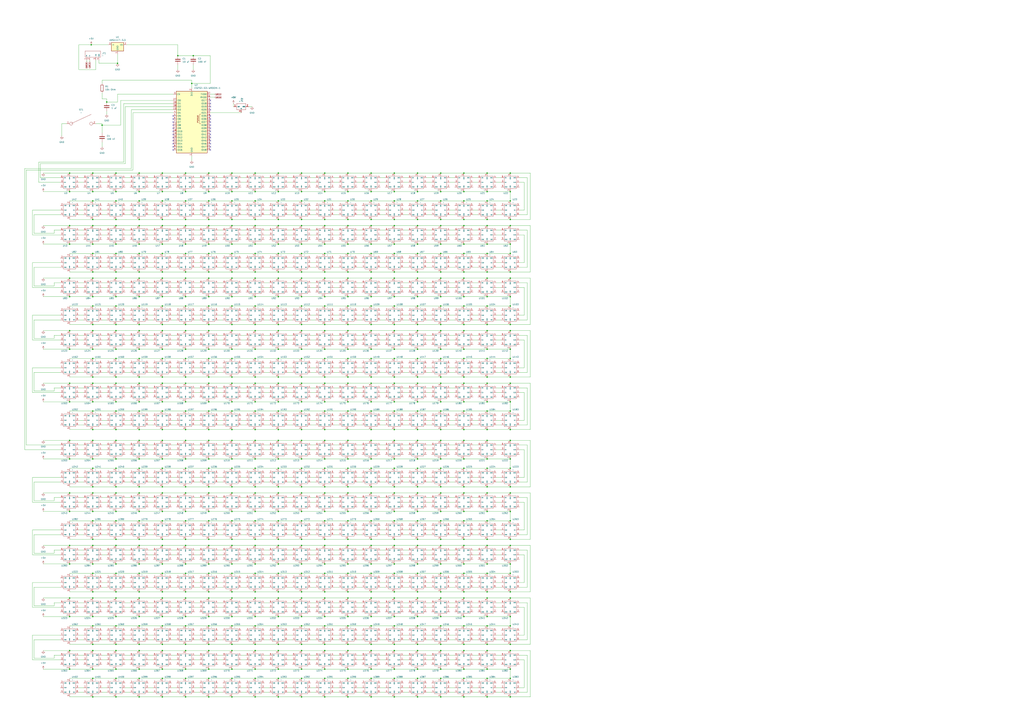
<source format=kicad_sch>
(kicad_sch (version 20231120) (generator "eeschema") (generator_version "8.0")
  (paper "A1")
  (title_block (title "led array") (date "2024-08-14"))
  (junction (at 323.85 180.34))
  (junction (at 419.1 157.48))
  (junction (at 419.1 506.73))
  (junction (at 247.65 271.78))
  (junction (at 285.75 266.7))
  (junction (at 95.25 529.59))
  (junction (at 171.45 337.82))
  (junction (at 342.9 243.84))
  (junction (at 361.95 228.6))
  (junction (at 209.55 157.48))
  (junction (at 266.7 337.82))
  (junction (at 419.1 309.88))
  (junction (at 171.45 287.02))
  (junction (at 285.75 287.02))
  (junction (at 114.3 294.64))
  (junction (at 419.1 420.37))
  (junction (at 419.1 337.82))
  (junction (at 381 491.49))
  (junction (at 76.2 506.73))
  (junction (at 190.5 549.91))
  (junction (at 76.2 228.6))
  (junction (at 419.1 514.35))
  (junction (at 171.45 486.41))
  (junction (at 266.7 157.48))
  (junction (at 304.8 228.6))
  (junction (at 190.5 471.17))
  (junction (at 96.52 52.07))
  (junction (at 419.1 463.55))
  (junction (at 400.05 443.23))
  (junction (at 400.05 287.02))
  (junction (at 247.65 506.73))
  (junction (at 114.3 309.88))
  (junction (at 76.2 471.17))
  (junction (at 400.05 491.49))
  (junction (at 57.15 330.2))
  (junction (at 247.65 463.55))
  (junction (at 247.65 572.77))
  (junction (at 114.3 228.6))
  (junction (at 304.8 471.17))
  (junction (at 76.2 337.82))
  (junction (at 152.4 534.67))
  (junction (at 95.25 361.95))
  (junction (at 266.7 330.2))
  (junction (at 228.6 309.88))
  (junction (at 342.9 572.77))
  (junction (at 400.05 157.48))
  (junction (at 342.9 361.95))
  (junction (at 171.45 572.77))
  (junction (at 76.2 266.7))
  (junction (at 133.35 314.96))
  (junction (at 247.65 491.49))
  (junction (at 285.75 427.99))
  (junction (at 133.35 294.64))
  (junction (at 323.85 506.73))
  (junction (at 171.45 514.35))
  (junction (at 133.35 228.6))
  (junction (at 95.25 549.91))
  (junction (at 171.45 142.24))
  (junction (at 209.55 353.06))
  (junction (at 304.8 208.28))
  (junction (at 114.3 223.52))
  (junction (at 95.25 142.24))
  (junction (at 419.1 471.17))
  (junction (at 304.8 377.19))
  (junction (at 114.3 405.13))
  (junction (at 152.4 200.66))
  (junction (at 381 529.59))
  (junction (at 419.1 400.05))
  (junction (at 285.75 361.95))
  (junction (at 419.1 330.2))
  (junction (at 190.5 514.35))
  (junction (at 228.6 471.17))
  (junction (at 419.1 314.96))
  (junction (at 304.8 243.84))
  (junction (at 114.3 208.28))
  (junction (at 171.45 208.28))
  (junction (at 95.25 405.13))
  (junction (at 381 309.88))
  (junction (at 228.6 534.67))
  (junction (at 419.1 384.81))
  (junction (at 95.25 309.88))
  (junction (at 381 337.82))
  (junction (at 95.25 200.66))
  (junction (at 266.7 185.42))
  (junction (at 342.9 405.13))
  (junction (at 228.6 228.6))
  (junction (at 361.95 309.88))
  (junction (at 419.1 142.24))
  (junction (at 247.65 208.28))
  (junction (at 304.8 405.13))
  (junction (at 285.75 514.35))
  (junction (at 285.75 142.24))
  (junction (at 381 557.53))
  (junction (at 228.6 448.31))
  (junction (at 152.4 486.41))
  (junction (at 190.5 200.66))
  (junction (at 400.05 448.31))
  (junction (at 247.65 514.35))
  (junction (at 419.1 287.02))
  (junction (at 247.65 361.95))
  (junction (at 209.55 287.02))
  (junction (at 152.4 377.19))
  (junction (at 247.65 353.06))
  (junction (at 285.75 353.06))
  (junction (at 304.8 157.48))
  (junction (at 304.8 314.96))
  (junction (at 114.3 266.7))
  (junction (at 323.85 427.99))
  (junction (at 361.95 271.78))
  (junction (at 266.7 572.77))
  (junction (at 381 353.06))
  (junction (at 171.45 529.59))
  (junction (at 133.35 384.81))
  (junction (at 247.65 549.91))
  (junction (at 247.65 157.48))
  (junction (at 209.55 529.59))
  (junction (at 190.5 208.28))
  (junction (at 266.7 165.1))
  (junction (at 152.4 337.82))
  (junction (at 304.8 529.59))
  (junction (at 247.65 243.84))
  (junction (at 114.3 384.81))
  (junction (at 190.5 165.1))
  (junction (at 247.65 142.24))
  (junction (at 114.3 486.41))
  (junction (at 152.4 420.37))
  (junction (at 171.45 361.95))
  (junction (at 342.9 400.05))
  (junction (at 419.1 165.1))
  (junction (at 342.9 142.24))
  (junction (at 209.55 384.81))
  (junction (at 247.65 314.96))
  (junction (at 381 534.67))
  (junction (at 114.3 271.78))
  (junction (at 247.65 294.64))
  (junction (at 133.35 353.06))
  (junction (at 209.55 266.7))
  (junction (at 209.55 427.99))
  (junction (at 304.8 142.24))
  (junction (at 381 200.66))
  (junction (at 247.65 486.41))
  (junction (at 304.8 200.66))
  (junction (at 171.45 463.55))
  (junction (at 285.75 271.78))
  (junction (at 266.7 427.99))
  (junction (at 342.9 506.73))
  (junction (at 285.75 228.6))
  (junction (at 95.25 420.37))
  (junction (at 342.9 448.31))
  (junction (at 95.25 287.02))
  (junction (at 171.45 157.48))
  (junction (at 304.8 384.81))
  (junction (at 247.65 448.31))
  (junction (at 209.55 572.77))
  (junction (at 152.4 185.42))
  (junction (at 304.8 353.06))
  (junction (at 133.35 185.42))
  (junction (at 190.5 353.06))
  (junction (at 95.25 506.73))
  (junction (at 228.6 251.46))
  (junction (at 57.15 534.67))
  (junction (at 95.25 514.35))
  (junction (at 190.5 405.13))
  (junction (at 323.85 549.91))
  (junction (at 285.75 251.46))
  (junction (at 95.25 157.48))
  (junction (at 133.35 251.46))
  (junction (at 323.85 361.95))
  (junction (at 114.3 463.55))
  (junction (at 381 506.73))
  (junction (at 266.7 549.91))
  (junction (at 266.7 223.52))
  (junction (at 228.6 243.84))
  (junction (at 57.15 448.31))
  (junction (at 266.7 486.41))
  (junction (at 209.55 361.95))
  (junction (at 361.95 353.06))
  (junction (at 95.25 271.78))
  (junction (at 190.5 377.19))
  (junction (at 152.4 549.91))
  (junction (at 152.4 471.17))
  (junction (at 323.85 471.17))
  (junction (at 361.95 463.55))
  (junction (at 285.75 157.48))
  (junction (at 419.1 572.77))
  (junction (at 133.35 405.13))
  (junction (at 95.25 223.52))
  (junction (at 76.2 185.42))
  (junction (at 87.63 83.82))
  (junction (at 400.05 471.17))
  (junction (at 133.35 448.31))
  (junction (at 152.4 287.02))
  (junction (at 323.85 228.6))
  (junction (at 209.55 448.31))
  (junction (at 95.25 572.77))
  (junction (at 266.7 309.88))
  (junction (at 361.95 549.91))
  (junction (at 133.35 463.55))
  (junction (at 171.45 420.37))
  (junction (at 381 271.78))
  (junction (at 114.3 251.46))
  (junction (at 381 361.95))
  (junction (at 247.65 200.66))
  (junction (at 419.1 486.41))
  (junction (at 400.05 228.6))
  (junction (at 266.7 361.95))
  (junction (at 228.6 200.66))
  (junction (at 361.95 448.31))
  (junction (at 285.75 208.28))
  (junction (at 152.4 572.77))
  (junction (at 76.2 294.64))
  (junction (at 400.05 405.13))
  (junction (at 285.75 572.77))
  (junction (at 342.9 294.64))
  (junction (at 342.9 486.41))
  (junction (at 171.45 314.96))
  (junction (at 266.7 180.34))
  (junction (at 342.9 514.35))
  (junction (at 304.8 506.73))
  (junction (at 228.6 330.2))
  (junction (at 304.8 294.64))
  (junction (at 247.65 165.1))
  (junction (at 342.9 491.49))
  (junction (at 381 514.35))
  (junction (at 171.45 243.84))
  (junction (at 209.55 549.91))
  (junction (at 114.3 353.06))
  (junction (at 342.9 309.88))
  (junction (at 285.75 491.49))
  (junction (at 209.55 314.96))
  (junction (at 171.45 228.6))
  (junction (at 228.6 185.42))
  (junction (at 76.2 243.84))
  (junction (at 400.05 529.59))
  (junction (at 133.35 471.17))
  (junction (at 114.3 314.96))
  (junction (at 381 287.02))
  (junction (at 152.4 491.49))
  (junction (at 133.35 361.95))
  (junction (at 95.25 185.42))
  (junction (at 361.95 337.82))
  (junction (at 400.05 314.96))
  (junction (at 114.3 427.99))
  (junction (at 114.3 557.53))
  (junction (at 209.55 514.35))
  (junction (at 400.05 208.28))
  (junction (at 95.25 448.31))
  (junction (at 152.4 314.96))
  (junction (at 342.9 271.78))
  (junction (at 285.75 420.37))
  (junction (at 95.25 377.19))
  (junction (at 400.05 223.52))
  (junction (at 114.3 549.91))
  (junction (at 114.3 400.05))
  (junction (at 400.05 377.19))
  (junction (at 342.9 330.2))
  (junction (at 209.55 471.17))
  (junction (at 323.85 529.59))
  (junction (at 381 228.6))
  (junction (at 304.8 572.77))
  (junction (at 342.9 266.7))
  (junction (at 95.25 165.1))
  (junction (at 228.6 463.55))
  (junction (at 342.9 549.91))
  (junction (at 171.45 506.73))
  (junction (at 419.1 448.31))
  (junction (at 57.15 506.73))
  (junction (at 304.8 185.42))
  (junction (at 361.95 294.64))
  (junction (at 323.85 491.49))
  (junction (at 323.85 353.06))
  (junction (at 190.5 142.24))
  (junction (at 381 384.81))
  (junction (at 114.3 142.24))
  (junction (at 342.9 157.48))
  (junction (at 266.7 266.7))
  (junction (at 304.8 463.55))
  (junction (at 419.1 361.95))
  (junction (at 342.9 180.34))
  (junction (at 190.5 223.52))
  (junction (at 133.35 557.53))
  (junction (at 114.3 200.66))
  (junction (at 190.5 529.59))
  (junction (at 381 549.91))
  (junction (at 285.75 463.55))
  (junction (at 304.8 165.1))
  (junction (at 114.3 165.1))
  (junction (at 76.2 251.46))
  (junction (at 342.9 200.66))
  (junction (at 285.75 405.13))
  (junction (at 266.7 529.59))
  (junction (at 228.6 157.48))
  (junction (at 74.93 36.83))
  (junction (at 228.6 400.05))
  (junction (at 133.35 266.7))
  (junction (at 323.85 337.82))
  (junction (at 152.4 294.64))
  (junction (at 266.7 251.46))
  (junction (at 190.5 384.81))
  (junction (at 361.95 471.17))
  (junction (at 228.6 142.24))
  (junction (at 209.55 142.24))
  (junction (at 190.5 294.64))
  (junction (at 285.75 330.2))
  (junction (at 323.85 208.28))
  (junction (at 76.2 223.52))
  (junction (at 247.65 557.53))
  (junction (at 190.5 486.41))
  (junction (at 190.5 463.55))
  (junction (at 419.1 529.59))
  (junction (at 419.1 294.64))
  (junction (at 285.75 506.73))
  (junction (at 342.9 529.59))
  (junction (at 381 420.37))
  (junction (at 228.6 271.78))
  (junction (at 323.85 463.55))
  (junction (at 285.75 377.19))
  (junction (at 247.65 377.19))
  (junction (at 190.5 271.78))
  (junction (at 342.9 420.37))
  (junction (at 152.4 228.6))
  (junction (at 152.4 330.2))
  (junction (at 323.85 314.96))
  (junction (at 190.5 491.49))
  (junction (at 419.1 223.52))
  (junction (at 361.95 534.67))
  (junction (at 171.45 223.52))
  (junction (at 361.95 486.41))
  (junction (at 209.55 443.23))
  (junction (at 146.05 45.72))
  (junction (at 323.85 557.53))
  (junction (at 133.35 165.1))
  (junction (at 419.1 534.67))
  (junction (at 266.7 287.02))
  (junction (at 114.3 330.2))
  (junction (at 57.15 314.96))
  (junction (at 381 443.23))
  (junction (at 342.9 251.46))
  (junction (at 133.35 534.67))
  (junction (at 114.3 534.67))
  (junction (at 171.45 534.67))
  (junction (at 152.4 180.34))
  (junction (at 133.35 377.19))
  (junction (at 361.95 157.48))
  (junction (at 342.9 557.53))
  (junction (at 133.35 180.34))
  (junction (at 152.4 165.1))
  (junction (at 361.95 443.23))
  (junction (at 228.6 361.95))
  (junction (at 247.65 534.67))
  (junction (at 209.55 165.1))
  (junction (at 228.6 557.53))
  (junction (at 228.6 572.77))
  (junction (at 361.95 200.66))
  (junction (at 57.15 243.84))
  (junction (at 152.4 529.59))
  (junction (at 247.65 251.46))
  (junction (at 114.3 471.17))
  (junction (at 209.55 405.13))
  (junction (at 95.25 491.49))
  (junction (at 419.1 243.84))
  (junction (at 266.7 448.31))
  (junction (at 400.05 271.78))
  (junction (at 400.05 572.77))
  (junction (at 95.25 251.46))
  (junction (at 171.45 309.88))
  (junction (at 400.05 251.46))
  (junction (at 95.25 228.6))
  (junction (at 152.4 243.84))
  (junction (at 152.4 405.13))
  (junction (at 76.2 443.23))
  (junction (at 228.6 491.49))
  (junction (at 323.85 330.2))
  (junction (at 381 223.52))
  (junction (at 400.05 330.2))
  (junction (at 323.85 514.35))
  (junction (at 190.5 448.31))
  (junction (at 247.65 266.7))
  (junction (at 323.85 287.02))
  (junction (at 114.3 287.02))
  (junction (at 323.85 309.88))
  (junction (at 190.5 361.95))
  (junction (at 76.2 529.59))
  (junction (at 419.1 228.6))
  (junction (at 171.45 491.49))
  (junction (at 381 165.1))
  (junction (at 419.1 405.13))
  (junction (at 285.75 549.91))
  (junction (at 152.4 443.23))
  (junction (at 228.6 180.34))
  (junction (at 304.8 427.99))
  (junction (at 247.65 228.6))
  (junction (at 381 251.46))
  (junction (at 400.05 463.55))
  (junction (at 190.5 266.7))
  (junction (at 361.95 529.59))
  (junction (at 247.65 180.34))
  (junction (at 190.5 572.77))
  (junction (at 209.55 208.28))
  (junction (at 304.8 514.35))
  (junction (at 304.8 443.23))
  (junction (at 247.65 185.42))
  (junction (at 76.2 287.02))
  (junction (at 57.15 377.19))
  (junction (at 323.85 223.52))
  (junction (at 285.75 294.64))
  (junction (at 381 471.17))
  (junction (at 171.45 271.78))
  (junction (at 76.2 157.48))
  (junction (at 57.15 287.02))
  (junction (at 95.25 534.67))
  (junction (at 400.05 266.7))
  (junction (at 361.95 514.35))
  (junction (at 171.45 330.2))
  (junction (at 247.65 337.82))
  (junction (at 76.2 377.19))
  (junction (at 323.85 185.42))
  (junction (at 323.85 157.48))
  (junction (at 114.3 514.35))
  (junction (at 133.35 572.77))
  (junction (at 152.4 251.46))
  (junction (at 209.55 200.66))
  (junction (at 266.7 471.17))
  (junction (at 419.1 251.46))
  (junction (at 57.15 157.48))
  (junction (at 266.7 377.19))
  (junction (at 76.2 400.05))
  (junction (at 323.85 572.77))
  (junction (at 152.4 557.53))
  (junction (at 76.2 330.2))
  (junction (at 228.6 377.19))
  (junction (at 133.35 491.49))
  (junction (at 304.8 486.41))
  (junction (at 266.7 208.28))
  (junction (at 57.15 271.78))
  (junction (at 171.45 557.53))
  (junction (at 323.85 400.05))
  (junction (at 361.95 361.95))
  (junction (at 171.45 443.23))
  (junction (at 361.95 384.81))
  (junction (at 342.9 377.19))
  (junction (at 114.3 243.84))
  (junction (at 209.55 228.6))
  (junction (at 285.75 165.1))
  (junction (at 190.5 243.84))
  (junction (at 304.8 266.7))
  (junction (at 419.1 427.99))
  (junction (at 381 486.41))
  (junction (at 171.45 185.42))
  (junction (at 114.3 337.82))
  (junction (at 266.7 405.13))
  (junction (at 361.95 400.05))
  (junction (at 209.55 294.64))
  (junction (at 266.7 491.49))
  (junction (at 323.85 443.23))
  (junction (at 95.25 337.82))
  (junction (at 285.75 243.84))
  (junction (at 400.05 427.99))
  (junction (at 266.7 314.96))
  (junction (at 190.5 330.2))
  (junction (at 228.6 405.13))
  (junction (at 209.55 377.19))
  (junction (at 247.65 471.17))
  (junction (at 114.3 443.23))
  (junction (at 209.55 180.34))
  (junction (at 247.65 443.23))
  (junction (at 228.6 506.73))
  (junction (at 171.45 180.34))
  (junction (at 228.6 165.1))
  (junction (at 400.05 549.91))
  (junction (at 152.4 309.88))
  (junction (at 95.25 180.34))
  (junction (at 285.75 384.81))
  (junction (at 76.2 534.67))
  (junction (at 76.2 208.28))
  (junction (at 209.55 491.49))
  (junction (at 228.6 223.52))
  (junction (at 304.8 448.31))
  (junction (at 285.75 448.31))
  (junction (at 228.6 486.41))
  (junction (at 95.25 314.96))
  (junction (at 285.75 443.23))
  (junction (at 114.3 529.59))
  (junction (at 419.1 208.28))
  (junction (at 381 243.84))
  (junction (at 361.95 377.19))
  (junction (at 323.85 266.7))
  (junction (at 190.5 557.53))
  (junction (at 209.55 534.67))
  (junction (at 419.1 549.91))
  (junction (at 342.9 427.99))
  (junction (at 361.95 420.37))
  (junction (at 76.2 142.24))
  (junction (at 266.7 243.84))
  (junction (at 171.45 448.31))
  (junction (at 95.25 400.05))
  (junction (at 285.75 180.34))
  (junction (at 76.2 549.91))
  (junction (at 304.8 557.53))
  (junction (at 400.05 534.67))
  (junction (at 76.2 353.06))
  (junction (at 381 405.13))
  (junction (at 171.45 353.06))
  (junction (at 304.8 309.88))
  (junction (at 228.6 514.35))
  (junction (at 114.3 420.37))
  (junction (at 304.8 271.78))
  (junction (at 400.05 486.41))
  (junction (at 285.75 185.42))
  (junction (at 304.8 361.95))
  (junction (at 285.75 400.05))
  (junction (at 381 208.28))
  (junction (at 285.75 534.67))
  (junction (at 152.4 142.24))
  (junction (at 304.8 180.34))
  (junction (at 133.35 287.02))
  (junction (at 361.95 405.13))
  (junction (at 57.15 549.91))
  (junction (at 190.5 228.6))
  (junction (at 83.82 102.87))
  (junction (at 95.25 266.7))
  (junction (at 133.35 337.82))
  (junction (at 152.4 427.99))
  (junction (at 95.25 463.55))
  (junction (at 152.4 208.28))
  (junction (at 57.15 405.13))
  (junction (at 342.9 185.42))
  (junction (at 95.25 471.17))
  (junction (at 171.45 400.05))
  (junction (at 419.1 443.23))
  (junction (at 361.95 491.49))
  (junction (at 133.35 157.48))
  (junction (at 133.35 208.28))
  (junction (at 304.8 400.05))
  (junction (at 400.05 337.82))
  (junction (at 57.15 185.42))
  (junction (at 266.7 463.55))
  (junction (at 171.45 549.91))
  (junction (at 228.6 353.06))
  (junction (at 419.1 271.78))
  (junction (at 209.55 251.46))
  (junction (at 361.95 243.84))
  (junction (at 76.2 491.49))
  (junction (at 228.6 337.82))
  (junction (at 133.35 400.05))
  (junction (at 152.4 361.95))
  (junction (at 152.4 514.35))
  (junction (at 400.05 185.42))
  (junction (at 57.15 463.55))
  (junction (at 323.85 243.84))
  (junction (at 76.2 405.13))
  (junction (at 76.2 514.35))
  (junction (at 419.1 353.06))
  (junction (at 400.05 400.05))
  (junction (at 171.45 377.19))
  (junction (at 133.35 142.24))
  (junction (at 133.35 200.66))
  (junction (at 400.05 557.53))
  (junction (at 152.4 353.06))
  (junction (at 400.05 142.24))
  (junction (at 304.8 223.52))
  (junction (at 76.2 165.1))
  (junction (at 361.95 287.02))
  (junction (at 228.6 443.23))
  (junction (at 228.6 384.81))
  (junction (at 361.95 572.77))
  (junction (at 342.9 337.82))
  (junction (at 228.6 294.64))
  (junction (at 114.3 572.77))
  (junction (at 190.5 185.42))
  (junction (at 247.65 330.2))
  (junction (at 152.4 463.55))
  (junction (at 323.85 200.66))
  (junction (at 361.95 330.2))
  (junction (at 171.45 266.7))
  (junction (at 304.8 287.02))
  (junction (at 190.5 287.02))
  (junction (at 361.95 180.34))
  (junction (at 157.48 68.58))
  (junction (at 152.4 506.73))
  (junction (at 381 185.42))
  (junction (at 133.35 514.35))
  (junction (at 228.6 427.99))
  (junction (at 76.2 427.99))
  (junction (at 57.15 200.66))
  (junction (at 171.45 384.81))
  (junction (at 114.3 448.31))
  (junction (at 323.85 420.37))
  (junction (at 228.6 420.37))
  (junction (at 133.35 243.84))
  (junction (at 361.95 142.24))
  (junction (at 76.2 486.41))
  (junction (at 266.7 142.24))
  (junction (at 361.95 266.7))
  (junction (at 266.7 271.78))
  (junction (at 304.8 420.37))
  (junction (at 228.6 529.59))
  (junction (at 285.75 557.53))
  (junction (at 323.85 486.41))
  (junction (at 400.05 165.1))
  (junction (at 266.7 557.53))
  (junction (at 266.7 353.06))
  (junction (at 152.4 266.7))
  (junction (at 114.3 377.19))
  (junction (at 152.4 157.48))
  (junction (at 209.55 506.73))
  (junction (at 381 142.24))
  (junction (at 323.85 294.64))
  (junction (at 209.55 309.88))
  (junction (at 342.9 463.55))
  (junction (at 285.75 471.17))
  (junction (at 342.9 384.81))
  (junction (at 323.85 384.81))
  (junction (at 114.3 185.42))
  (junction (at 190.5 251.46))
  (junction (at 419.1 266.7))
  (junction (at 419.1 185.42))
  (junction (at 190.5 506.73))
  (junction (at 228.6 287.02))
  (junction (at 323.85 377.19))
  (junction (at 323.85 142.24))
  (junction (at 190.5 420.37))
  (junction (at 209.55 185.42))
  (junction (at 95.25 443.23))
  (junction (at 400.05 200.66))
  (junction (at 76.2 420.37))
  (junction (at 133.35 443.23))
  (junction (at 247.65 400.05))
  (junction (at 247.65 287.02))
  (junction (at 361.95 427.99))
  (junction (at 76.2 309.88))
  (junction (at 209.55 486.41))
  (junction (at 400.05 309.88))
  (junction (at 57.15 420.37))
  (junction (at 133.35 549.91))
  (junction (at 400.05 384.81))
  (junction (at 361.95 251.46))
  (junction (at 342.9 223.52))
  (junction (at 95.25 384.81))
  (junction (at 228.6 208.28))
  (junction (at 400.05 361.95))
  (junction (at 95.25 208.28))
  (junction (at 285.75 486.41))
  (junction (at 133.35 529.59))
  (junction (at 95.25 330.2))
  (junction (at 133.35 309.88))
  (junction (at 209.55 400.05))
  (junction (at 209.55 420.37))
  (junction (at 361.95 314.96))
  (junction (at 171.45 251.46))
  (junction (at 323.85 448.31))
  (junction (at 304.8 337.82))
  (junction (at 95.25 294.64))
  (junction (at 266.7 400.05))
  (junction (at 342.9 208.28))
  (junction (at 381 400.05))
  (junction (at 133.35 427.99))
  (junction (at 190.5 400.05))
  (junction (at 190.5 157.48))
  (junction (at 76.2 361.95))
  (junction (at 76.2 448.31))
  (junction (at 361.95 557.53))
  (junction (at 266.7 420.37))
  (junction (at 323.85 271.78))
  (junction (at 419.1 200.66))
  (junction (at 76.2 463.55))
  (junction (at 266.7 534.67))
  (junction (at 95.25 243.84))
  (junction (at 190.5 534.67))
  (junction (at 342.9 314.96))
  (junction (at 171.45 471.17))
  (junction (at 266.7 514.35))
  (junction (at 323.85 534.67))
  (junction (at 323.85 165.1))
  (junction (at 57.15 142.24))
  (junction (at 266.7 200.66))
  (junction (at 381 157.48))
  (junction (at 76.2 271.78))
  (junction (at 342.9 353.06))
  (junction (at 342.9 287.02))
  (junction (at 133.35 420.37))
  (junction (at 209.55 337.82))
  (junction (at 133.35 486.41))
  (junction (at 419.1 491.49))
  (junction (at 171.45 200.66))
  (junction (at 419.1 180.34))
  (junction (at 342.9 165.1))
  (junction (at 190.5 337.82))
  (junction (at 342.9 443.23))
  (junction (at 400.05 353.06))
  (junction (at 190.5 314.96))
  (junction (at 171.45 165.1))
  (junction (at 247.65 309.88))
  (junction (at 57.15 491.49))
  (junction (at 209.55 271.78))
  (junction (at 266.7 443.23))
  (junction (at 133.35 223.52))
  (junction (at 57.15 361.95))
  (junction (at 361.95 223.52))
  (junction (at 381 314.96))
  (junction (at 76.2 200.66))
  (junction (at 381 294.64))
  (junction (at 209.55 330.2))
  (junction (at 152.4 271.78))
  (junction (at 304.8 534.67))
  (junction (at 152.4 223.52))
  (junction (at 361.95 208.28))
  (junction (at 228.6 266.7))
  (junction (at 266.7 384.81))
  (junction (at 361.95 506.73))
  (junction (at 381 448.31))
  (junction (at 247.65 529.59))
  (junction (at 152.4 400.05))
  (junction (at 400.05 420.37))
  (junction (at 133.35 506.73))
  (junction (at 266.7 294.64))
  (junction (at 400.05 294.64))
  (junction (at 381 572.77))
  (junction (at 76.2 572.77))
  (junction (at 400.05 243.84))
  (junction (at 381 266.7))
  (junction (at 323.85 405.13))
  (junction (at 190.5 427.99))
  (junction (at 76.2 384.81))
  (junction (at 304.8 330.2))
  (junction (at 247.65 420.37))
  (junction (at 285.75 337.82))
  (junction (at 247.65 405.13))
  (junction (at 95.25 486.41))
  (junction (at 209.55 557.53))
  (junction (at 152.4 384.81))
  (junction (at 266.7 506.73))
  (junction (at 158.75 45.72))
  (junction (at 342.9 228.6))
  (junction (at 361.95 165.1))
  (junction (at 304.8 251.46))
  (junction (at 114.3 157.48))
  (junction (at 419.1 557.53))
  (junction (at 266.7 228.6))
  (junction (at 95.25 557.53))
  (junction (at 381 427.99))
  (junction (at 381 330.2))
  (junction (at 133.35 330.2))
  (junction (at 342.9 471.17))
  (junction (at 171.45 427.99))
  (junction (at 95.25 427.99))
  (junction (at 190.5 180.34))
  (junction (at 285.75 529.59))
  (junction (at 342.9 534.67))
  (junction (at 285.75 314.96))
  (junction (at 381 463.55))
  (junction (at 419.1 377.19))
  (junction (at 76.2 314.96))
  (junction (at 95.25 353.06))
  (junction (at 400.05 180.34))
  (junction (at 323.85 251.46))
  (junction (at 171.45 405.13))
  (junction (at 190.5 309.88))
  (junction (at 209.55 463.55))
  (junction (at 247.65 427.99))
  (junction (at 209.55 243.84))
  (junction (at 228.6 314.96))
  (junction (at 228.6 549.91))
  (junction (at 247.65 384.81))
  (junction (at 76.2 180.34))
  (junction (at 114.3 491.49))
  (junction (at 171.45 294.64))
  (junction (at 285.75 200.66))
  (junction (at 304.8 549.91))
  (junction (at 285.75 309.88))
  (junction (at 400.05 514.35))
  (junction (at 152.4 448.31))
  (junction (at 304.8 491.49))
  (junction (at 247.65 223.52))
  (junction (at 76.2 557.53))
  (junction (at 381 180.34))
  (junction (at 285.75 223.52))
  (junction (at 133.35 271.78))
  (junction (at 190.5 443.23))
  (junction (at 114.3 180.34))
  (junction (at 114.3 506.73))
  (junction (at 400.05 506.73))
  (junction (at 114.3 361.95))
  (junction (at 57.15 228.6))
  (junction (at 381 377.19))
  (junction (at 361.95 185.42))
  (junction (at 209.55 223.52))
  (no_connect (at 142.24 102.87))
  (no_connect (at 172.72 102.87))
  (no_connect (at 142.24 100.33))
  (no_connect (at 142.24 120.65))
  (no_connect (at 172.72 107.95))
  (no_connect (at 172.72 120.65))
  (no_connect (at 172.72 113.03))
  (no_connect (at 172.72 100.33))
  (no_connect (at 142.24 113.03))
  (no_connect (at 172.72 97.79))
  (no_connect (at 172.72 95.25))
  (no_connect (at 172.72 85.09))
  (no_connect (at 172.72 90.17))
  (no_connect (at 172.72 115.57))
  (no_connect (at 172.72 118.11))
  (no_connect (at 142.24 107.95))
  (no_connect (at 172.72 123.19))
  (no_connect (at 142.24 105.41))
  (no_connect (at 142.24 95.25))
  (no_connect (at 142.24 123.19))
  (no_connect (at 172.72 82.55))
  (no_connect (at 172.72 110.49))
  (no_connect (at 172.72 105.41))
  (no_connect (at 142.24 115.57))
  (no_connect (at 172.72 87.63))
  (no_connect (at 142.24 110.49))
  (no_connect (at 142.24 118.11))
  (no_connect (at 142.24 97.79))
  (wire (pts (xy 125.73 568.96) (xy 121.92 568.96)))
  (wire (pts (xy 285.75 405.13) (xy 304.8 405.13)))
  (wire (pts (xy 114.3 314.96) (xy 133.35 314.96)))
  (wire (pts (xy 190.5 427.99) (xy 171.45 427.99)))
  (wire (pts (xy 266.7 443.23) (xy 285.75 443.23)))
  (wire (pts (xy 407.67 322.58) (xy 411.48 322.58)))
  (wire (pts (xy 190.5 223.52) (xy 209.55 223.52)))
  (wire (pts (xy 171.45 228.6) (xy 190.5 228.6)))
  (wire (pts (xy 388.62 189.23) (xy 392.43 189.23)))
  (wire (pts (xy 144.78 565.15) (xy 140.97 565.15)))
  (wire (pts (xy 101.6 85.09) (xy 101.6 133.35)))
  (wire (pts (xy 160.02 236.22) (xy 163.83 236.22)))
  (wire (pts (xy 182.88 345.44) (xy 179.07 345.44)))
  (wire (pts (xy 266.7 228.6) (xy 285.75 228.6)))
  (wire (pts (xy 182.88 259.08) (xy 179.07 259.08)))
  (wire (pts (xy 361.95 405.13) (xy 381 405.13)))
  (wire (pts (xy 293.37 499.11) (xy 297.18 499.11)))
  (wire (pts (xy 217.17 318.77) (xy 220.98 318.77)))
  (wire (pts (xy 266.7 200.66) (xy 285.75 200.66)))
  (wire (pts (xy 133.35 420.37) (xy 152.4 420.37)))
  (wire (pts (xy 209.55 294.64) (xy 228.6 294.64)))
  (wire (pts (xy 297.18 525.78) (xy 293.37 525.78)))
  (wire (pts (xy 381 337.82) (xy 361.95 337.82)))
  (wire (pts (xy 64.77 499.11) (xy 68.58 499.11)))
  (wire (pts (xy 171.45 208.28) (xy 152.4 208.28)))
  (wire (pts (xy 411.48 435.61) (xy 407.67 435.61)))
  (wire (pts (xy 266.7 384.81) (xy 247.65 384.81)))
  (wire (pts (xy 255.27 452.12) (xy 259.08 452.12)))
  (wire (pts (xy 57.15 549.91) (xy 76.2 549.91)))
  (wire (pts (xy 179.07 322.58) (xy 182.88 322.58)))
  (wire (pts (xy 114.3 361.95) (xy 133.35 361.95)))
  (wire (pts (xy 435.61 309.88) (xy 419.1 309.88)))
  (wire (pts (xy 179.07 412.75) (xy 182.88 412.75)))
  (wire (pts (xy 182.88 392.43) (xy 179.07 392.43)))
  (wire (pts (xy 220.98 396.24) (xy 217.17 396.24)))
  (wire (pts (xy 182.88 396.24) (xy 179.07 396.24)))
  (wire (pts (xy 381 208.28) (xy 361.95 208.28)))
  (wire (pts (xy 331.47 542.29) (xy 335.28 542.29)))
  (wire (pts (xy 190.5 506.73) (xy 209.55 506.73)))
  (wire (pts (xy 133.35 251.46) (xy 114.3 251.46)))
  (wire (pts (xy 342.9 384.81) (xy 323.85 384.81)))
  (wire (pts (xy 35.56 314.96) (xy 57.15 314.96)))
  (wire (pts (xy 297.18 345.44) (xy 293.37 345.44)))
  (wire (pts (xy 312.42 279.4) (xy 316.23 279.4)))
  (wire (pts (xy 266.7 377.19) (xy 285.75 377.19)))
  (wire (pts (xy 228.6 529.59) (xy 247.65 529.59)))
  (wire (pts (xy 247.65 427.99) (xy 228.6 427.99)))
  (wire (pts (xy 266.7 309.88) (xy 285.75 309.88)))
  (wire (pts (xy 381 185.42) (xy 400.05 185.42)))
  (wire (pts (xy 64.77 279.4) (xy 68.58 279.4)))
  (wire (pts (xy 57.15 294.64) (xy 76.2 294.64)))
  (wire (pts (xy 140.97 236.22) (xy 144.78 236.22)))
  (wire (pts (xy 95.25 427.99) (xy 76.2 427.99)))
  (wire (pts (xy 68.58 521.97) (xy 64.77 521.97)))
  (wire (pts (xy 411.48 302.26) (xy 407.67 302.26)))
  (wire (pts (xy 76.2 251.46) (xy 57.15 251.46)))
  (wire (pts (xy 160.02 149.86) (xy 163.83 149.86)))
  (wire (pts (xy 73.66 49.53) (xy 73.66 50.8)))
  (wire (pts (xy 407.67 149.86) (xy 411.48 149.86)))
  (wire (pts (xy 209.55 271.78) (xy 228.6 271.78)))
  (wire (pts (xy 190.5 314.96) (xy 209.55 314.96)))
  (wire (pts (xy 293.37 365.76) (xy 297.18 365.76)))
  (wire (pts (xy 331.47 495.3) (xy 335.28 495.3)))
  (wire (pts (xy 236.22 455.93) (xy 240.03 455.93)))
  (wire (pts (xy 163.83 345.44) (xy 160.02 345.44)))
  (wire (pts (xy 419.1 534.67) (xy 435.61 534.67)))
  (wire (pts (xy 323.85 463.55) (xy 342.9 463.55)))
  (wire (pts (xy 342.9 165.1) (xy 323.85 165.1)))
  (wire (pts (xy 304.8 157.48) (xy 323.85 157.48)))
  (wire (pts (xy 160.02 408.94) (xy 163.83 408.94)))
  (wire (pts (xy 247.65 157.48) (xy 266.7 157.48)))
  (wire (pts (xy 342.9 208.28) (xy 323.85 208.28)))
  (wire (pts (xy 255.27 275.59) (xy 259.08 275.59)))
  (wire (pts (xy 198.12 193.04) (xy 201.93 193.04)))
  (wire (pts (xy 293.37 408.94) (xy 297.18 408.94)))
  (wire (pts (xy 106.68 435.61) (xy 102.87 435.61)))
  (wire (pts (xy 388.62 538.48) (xy 392.43 538.48)))
  (wire (pts (xy 433.07 568.96) (xy 426.72 568.96)))
  (wire (pts (xy 228.6 165.1) (xy 209.55 165.1)))
  (wire (pts (xy 331.47 365.76) (xy 335.28 365.76)))
  (wire (pts (xy 179.07 408.94) (xy 182.88 408.94)))
  (wire (pts (xy 152.4 514.35) (xy 133.35 514.35)))
  (wire (pts (xy 388.62 452.12) (xy 392.43 452.12)))
  (wire (pts (xy 76.2 486.41) (xy 95.25 486.41)))
  (wire (pts (xy 133.35 271.78) (xy 152.4 271.78)))
  (wire (pts (xy 278.13 345.44) (xy 274.32 345.44)))
  (wire (pts (xy 64.77 275.59) (xy 68.58 275.59)))
  (wire (pts (xy 31.75 149.86) (xy 49.53 149.86)))
  (wire (pts (xy 297.18 176.53) (xy 293.37 176.53)))
  (wire (pts (xy 217.17 236.22) (xy 220.98 236.22)))
  (wire (pts (xy 435.61 228.6) (xy 435.61 266.7)))
  (wire (pts (xy 76.2 572.77) (xy 95.25 572.77)))
  (wire (pts (xy 220.98 176.53) (xy 217.17 176.53)))
  (wire (pts (xy 49.53 172.72) (xy 26.67 172.72)))
  (wire (pts (xy 171.45 471.17) (xy 152.4 471.17)))
  (wire (pts (xy 354.33 219.71) (xy 350.52 219.71)))
  (wire (pts (xy 95.25 185.42) (xy 114.3 185.42)))
  (wire (pts (xy 285.75 514.35) (xy 266.7 514.35)))
  (wire (pts (xy 57.15 361.95) (xy 76.2 361.95)))
  (wire (pts (xy 400.05 448.31) (xy 419.1 448.31)))
  (wire (pts (xy 331.47 322.58) (xy 335.28 322.58)))
  (wire (pts (xy 369.57 236.22) (xy 373.38 236.22)))
  (wire (pts (xy 354.33 302.26) (xy 350.52 302.26)))
  (wire (pts (xy 342.9 420.37) (xy 361.95 420.37)))
  (wire (pts (xy 361.95 361.95) (xy 381 361.95)))
  (wire (pts (xy 247.65 287.02) (xy 266.7 287.02)))
  (wire (pts (xy 114.3 448.31) (xy 133.35 448.31)))
  (wire (pts (xy 209.55 243.84) (xy 228.6 243.84)))
  (wire (pts (xy 369.57 149.86) (xy 373.38 149.86)))
  (wire (pts (xy 297.18 219.71) (xy 293.37 219.71)))
  (wire (pts (xy 407.67 279.4) (xy 411.48 279.4)))
  (wire (pts (xy 209.55 309.88) (xy 228.6 309.88)))
  (wire (pts (xy 201.93 345.44) (xy 198.12 345.44)))
  (wire (pts (xy 133.35 266.7) (xy 152.4 266.7)))
  (wire (pts (xy 373.38 478.79) (xy 369.57 478.79)))
  (wire (pts (xy 323.85 405.13) (xy 342.9 405.13)))
  (wire (pts (xy 201.93 176.53) (xy 198.12 176.53)))
  (wire (pts (xy 198.12 275.59) (xy 201.93 275.59)))
  (wire (pts (xy 121.92 193.04) (xy 125.73 193.04)))
  (wire (pts (xy 163.83 392.43) (xy 160.02 392.43)))
  (wire (pts (xy 171.45 337.82) (xy 152.4 337.82)))
  (wire (pts (xy 255.27 146.05) (xy 259.08 146.05)))
  (wire (pts (xy 304.8 223.52) (xy 323.85 223.52)))
  (wire (pts (xy 49.53 219.71) (xy 27.94 219.71)))
  (wire (pts (xy 83.82 412.75) (xy 87.63 412.75)))
  (wire (pts (xy 27.94 262.89) (xy 27.94 278.13)))
  (wire (pts (xy 83.82 66.04) (xy 83.82 68.58)))
  (wire (pts (xy 335.28 482.6) (xy 331.47 482.6)))
  (wire (pts (xy 163.83 219.71) (xy 160.02 219.71)))
  (wire (pts (xy 274.32 193.04) (xy 278.13 193.04)))
  (wire (pts (xy 323.85 384.81) (xy 304.8 384.81)))
  (wire (pts (xy 144.78 521.97) (xy 140.97 521.97)))
  (wire (pts (xy 35.56 463.55) (xy 57.15 463.55)))
  (wire (pts (xy 247.65 228.6) (xy 266.7 228.6)))
  (wire (pts (xy 76.2 361.95) (xy 95.25 361.95)))
  (wire (pts (xy 114.3 377.19) (xy 133.35 377.19)))
  (wire (pts (xy 285.75 400.05) (xy 304.8 400.05)))
  (wire (pts (xy 361.95 506.73) (xy 381 506.73)))
  (wire (pts (xy 381 463.55) (xy 400.05 463.55)))
  (wire (pts (xy 400.05 271.78) (xy 419.1 271.78)))
  (wire (pts (xy 152.4 309.88) (xy 171.45 309.88)))
  (wire (pts (xy 133.35 572.77) (xy 152.4 572.77)))
  (wire (pts (xy 323.85 243.84) (xy 342.9 243.84)))
  (wire (pts (xy 297.18 565.15) (xy 293.37 565.15)))
  (wire (pts (xy 220.98 392.43) (xy 217.17 392.43)))
  (wire (pts (xy 204.47 87.63) (xy 207.01 87.63)))
  (wire (pts (xy 44.45 232.41) (xy 49.53 232.41)))
  (wire (pts (xy 323.85 337.82) (xy 304.8 337.82)))
  (wire (pts (xy 407.67 542.29) (xy 411.48 542.29)))
  (wire (pts (xy 381 294.64) (xy 400.05 294.64)))
  (wire (pts (xy 57.15 287.02) (xy 76.2 287.02)))
  (wire (pts (xy 76.2 491.49) (xy 95.25 491.49)))
  (wire (pts (xy 57.15 448.31) (xy 76.2 448.31)))
  (wire (pts (xy 133.35 448.31) (xy 152.4 448.31)))
  (wire (pts (xy 228.6 287.02) (xy 247.65 287.02)))
  (wire (pts (xy 152.4 294.64) (xy 171.45 294.64)))
  (wire (pts (xy 323.85 330.2) (xy 342.9 330.2)))
  (wire (pts (xy 228.6 228.6) (xy 247.65 228.6)))
  (wire (pts (xy 106.68 176.53) (xy 102.87 176.53)))
  (wire (pts (xy 285.75 463.55) (xy 304.8 463.55)))
  (wire (pts (xy 435.61 486.41) (xy 419.1 486.41)))
  (wire (pts (xy 140.97 149.86) (xy 144.78 149.86)))
  (wire (pts (xy 335.28 396.24) (xy 331.47 396.24)))
  (wire (pts (xy 95.25 330.2) (xy 114.3 330.2)))
  (wire (pts (xy 373.38 262.89) (xy 369.57 262.89)))
  (wire (pts (xy 26.67 435.61) (xy 26.67 455.93)))
  (wire (pts (xy 121.92 495.3) (xy 125.73 495.3)))
  (wire (pts (xy 373.38 306.07) (xy 369.57 306.07)))
  (wire (pts (xy 35.56 361.95) (xy 57.15 361.95)))
  (wire (pts (xy 76.2 405.13) (xy 95.25 405.13)))
  (wire (pts (xy 35.56 448.31) (xy 57.15 448.31)))
  (wire (pts (xy 392.43 565.15) (xy 388.62 565.15)))
  (wire (pts (xy 274.32 412.75) (xy 278.13 412.75)))
  (wire (pts (xy 198.12 542.29) (xy 201.93 542.29)))
  (wire (pts (xy 171.45 361.95) (xy 190.5 361.95)))
  (wire (pts (xy 35.56 243.84) (xy 57.15 243.84)))
  (wire (pts (xy 361.95 529.59) (xy 381 529.59)))
  (wire (pts (xy 133.35 294.64) (xy 152.4 294.64)))
  (wire (pts (xy 323.85 287.02) (xy 342.9 287.02)))
  (wire (pts (xy 76.2 266.7) (xy 95.25 266.7)))
  (wire (pts (xy 255.27 369.57) (xy 259.08 369.57)))
  (wire (pts (xy 121.92 369.57) (xy 125.73 369.57)))
  (wire (pts (xy 64.77 322.58) (xy 68.58 322.58)))
  (wire (pts (xy 76.2 185.42) (xy 95.25 185.42)))
  (wire (pts (xy 68.58 482.6) (xy 64.77 482.6)))
  (wire (pts (xy 278.13 176.53) (xy 274.32 176.53)))
  (wire (pts (xy 400.05 142.24) (xy 419.1 142.24)))
  (wire (pts (xy 316.23 482.6) (xy 312.42 482.6)))
  (wire (pts (xy 27.94 191.77) (xy 44.45 191.77)))
  (wire (pts (xy 373.38 392.43) (xy 369.57 392.43)))
  (wire (pts (xy 247.65 180.34) (xy 228.6 180.34)))
  (wire (pts (xy 220.98 306.07) (xy 217.17 306.07)))
  (wire (pts (xy 381 420.37) (xy 400.05 420.37)))
  (wire (pts (xy 361.95 330.2) (xy 381 330.2)))
  (wire (pts (xy 76.2 142.24) (xy 95.25 142.24)))
  (wire (pts (xy 57.15 572.77) (xy 76.2 572.77)))
  (wire (pts (xy 140.97 499.11) (xy 144.78 499.11)))
  (wire (pts (xy 381 506.73) (xy 400.05 506.73)))
  (wire (pts (xy 198.12 452.12) (xy 201.93 452.12)))
  (wire (pts (xy 247.65 405.13) (xy 266.7 405.13)))
  (wire (pts (xy 369.57 318.77) (xy 373.38 318.77)))
  (wire (pts (xy 247.65 165.1) (xy 228.6 165.1)))
  (wire (pts (xy 274.32 146.05) (xy 278.13 146.05)))
  (wire (pts (xy 209.55 471.17) (xy 190.5 471.17)))
  (wire (pts (xy 102.87 87.63) (xy 142.24 87.63)))
  (wire (pts (xy 102.87 149.86) (xy 106.68 149.86)))
  (wire (pts (xy 419.1 471.17) (xy 400.05 471.17)))
  (wire (pts (xy 152.4 529.59) (xy 171.45 529.59)))
  (wire (pts (xy 369.57 279.4) (xy 373.38 279.4)))
  (wire (pts (xy 95.25 314.96) (xy 114.3 314.96)))
  (wire (pts (xy 381 427.99) (xy 361.95 427.99)))
  (wire (pts (xy 106.68 306.07) (xy 102.87 306.07)))
  (wire (pts (xy 163.83 215.9) (xy 160.02 215.9)))
  (wire (pts (xy 57.15 420.37) (xy 76.2 420.37)))
  (wire (pts (xy 133.35 463.55) (xy 152.4 463.55)))
  (wire (pts (xy 312.42 318.77) (xy 316.23 318.77)))
  (wire (pts (xy 293.37 232.41) (xy 297.18 232.41)))
  (wire (pts (xy 435.61 185.42) (xy 435.61 223.52)))
  (wire (pts (xy 171.45 330.2) (xy 190.5 330.2)))
  (wire (pts (xy 400.05 337.82) (xy 381 337.82)))
  (wire (pts (xy 190.5 361.95) (xy 209.55 361.95)))
  (wire (pts (xy 236.22 149.86) (xy 240.03 149.86)))
  (wire (pts (xy 172.72 45.72) (xy 172.72 68.58)))
  (wire (pts (xy 350.52 322.58) (xy 354.33 322.58)))
  (wire (pts (xy 152.4 448.31) (xy 171.45 448.31)))
  (wire (pts (xy 114.3 420.37) (xy 133.35 420.37)))
  (wire (pts (xy 435.61 361.95) (xy 435.61 400.05)))
  (wire (pts (xy 426.72 408.94) (xy 433.07 408.94)))
  (wire (pts (xy 144.78 215.9) (xy 140.97 215.9)))
  (wire (pts (xy 26.67 521.97) (xy 26.67 542.29)))
  (wire (pts (xy 426.72 318.77) (xy 433.07 318.77)))
  (wire (pts (xy 220.98 215.9) (xy 217.17 215.9)))
  (wire (pts (xy 190.5 157.48) (xy 209.55 157.48)))
  (wire (pts (xy 240.03 302.26) (xy 236.22 302.26)))
  (wire (pts (xy 133.35 142.24) (xy 152.4 142.24)))
  (wire (pts (xy 106.68 262.89) (xy 102.87 262.89)))
  (wire (pts (xy 381 223.52) (xy 400.05 223.52)))
  (wire (pts (xy 114.3 529.59) (xy 133.35 529.59)))
  (wire (pts (xy 87.63 83.82) (xy 96.52 83.82)))
  (wire (pts (xy 411.48 392.43) (xy 407.67 392.43)))
  (wire (pts (xy 316.23 176.53) (xy 312.42 176.53)))
  (wire (pts (xy 266.7 208.28) (xy 247.65 208.28)))
  (wire (pts (xy 381 200.66) (xy 400.05 200.66)))
  (wire (pts (xy 57.15 228.6) (xy 76.2 228.6)))
  (wire (pts (xy 87.63 302.26) (xy 83.82 302.26)))
  (wire (pts (xy 96.52 83.82) (xy 96.52 77.47)))
  (wire (pts (xy 190.5 377.19) (xy 209.55 377.19)))
  (wire (pts (xy 400.05 353.06) (xy 419.1 353.06)))
  (wire (pts (xy 285.75 529.59) (xy 304.8 529.59)))
  (wire (pts (xy 247.65 384.81) (xy 228.6 384.81)))
  (wire (pts (xy 87.63 568.96) (xy 83.82 568.96)))
  (wire (pts (xy 125.73 259.08) (xy 121.92 259.08)))
  (wire (pts (xy 342.9 534.67) (xy 361.95 534.67)))
  (wire (pts (xy 44.45 454.66) (xy 44.45 452.12)))
  (wire (pts (xy 247.65 420.37) (xy 266.7 420.37)))
  (wire (pts (xy 419.1 361.95) (xy 435.61 361.95)))
  (wire (pts (xy 217.17 499.11) (xy 220.98 499.11)))
  (wire (pts (xy 96.52 52.07) (xy 81.28 52.07)))
  (wire (pts (xy 102.87 193.04) (xy 106.68 193.04)))
  (wire (pts (xy 140.97 365.76) (xy 144.78 365.76)))
  (wire (pts (xy 426.72 521.97) (xy 430.53 521.97)))
  (wire (pts (xy 297.18 521.97) (xy 293.37 521.97)))
  (wire (pts (xy 236.22 189.23) (xy 240.03 189.23)))
  (wire (pts (xy 160.02 455.93) (xy 163.83 455.93)))
  (wire (pts (xy 26.67 279.4) (xy 49.53 279.4)))
  (wire (pts (xy 400.05 506.73) (xy 419.1 506.73)))
  (wire (pts (xy 114.3 309.88) (xy 133.35 309.88)))
  (wire (pts (xy 140.97 542.29) (xy 144.78 542.29)))
  (wire (pts (xy 217.17 495.3) (xy 220.98 495.3)))
  (wire (pts (xy 392.43 521.97) (xy 388.62 521.97)))
  (wire (pts (xy 26.67 478.79) (xy 26.67 499.11)))
  (wire (pts (xy 125.73 302.26) (xy 121.92 302.26)))
  (wire (pts (xy 44.45 234.95) (xy 44.45 232.41)))
  (wire (pts (xy 411.48 521.97) (xy 407.67 521.97)))
  (wire (pts (xy 293.37 538.48) (xy 297.18 538.48)))
  (wire (pts (xy 247.65 572.77) (xy 266.7 572.77)))
  (wire (pts (xy 381 287.02) (xy 400.05 287.02)))
  (wire (pts (xy 350.52 538.48) (xy 354.33 538.48)))
  (wire (pts (xy 259.08 259.08) (xy 255.27 259.08)))
  (wire (pts (xy 392.43 306.07) (xy 388.62 306.07)))
  (wire (pts (xy 407.67 412.75) (xy 411.48 412.75)))
  (wire (pts (xy 285.75 572.77) (xy 304.8 572.77)))
  (wire (pts (xy 323.85 572.77) (xy 342.9 572.77)))
  (wire (pts (xy 369.57 146.05) (xy 373.38 146.05)))
  (wire (pts (xy 209.55 405.13) (xy 228.6 405.13)))
  (wire (pts (xy 152.4 157.48) (xy 171.45 157.48)))
  (wire (pts (xy 304.8 557.53) (xy 285.75 557.53)))
  (wire (pts (xy 163.83 176.53) (xy 160.02 176.53)))
  (wire (pts (xy 76.2 463.55) (xy 95.25 463.55)))
  (wire (pts (xy 369.57 495.3) (xy 373.38 495.3)))
  (wire (pts (xy 76.2 165.1) (xy 57.15 165.1)))
  (wire (pts (xy 304.8 200.66) (xy 323.85 200.66)))
  (wire (pts (xy 236.22 499.11) (xy 240.03 499.11)))
  (wire (pts (xy 331.47 369.57) (xy 335.28 369.57)))
  (wire (pts (xy 430.53 499.11) (xy 430.53 521.97)))
  (wire (pts (xy 331.47 408.94) (xy 335.28 408.94)))
  (wire (pts (xy 304.8 572.77) (xy 323.85 572.77)))
  (wire (pts (xy 240.03 215.9) (xy 236.22 215.9)))
  (wire (pts (xy 114.3 180.34) (xy 95.25 180.34)))
  (wire (pts (xy 114.3 572.77) (xy 133.35 572.77)))
  (wire (pts (xy 64.77 369.57) (xy 68.58 369.57)))
  (wire (pts (xy 27.94 306.07) (xy 27.94 321.31)))
  (wire (pts (xy 102.87 365.76) (xy 106.68 365.76)))
  (wire (pts (xy 350.52 365.76) (xy 354.33 365.76)))
  (wire (pts (xy 171.45 271.78) (xy 190.5 271.78)))
  (wire (pts (xy 228.6 314.96) (xy 247.65 314.96)))
  (wire (pts (xy 76.2 271.78) (xy 95.25 271.78)))
  (wire (pts (xy 323.85 448.31) (xy 342.9 448.31)))
  (wire (pts (xy 381 330.2) (xy 400.05 330.2)))
  (wire (pts (xy 179.07 365.76) (xy 182.88 365.76)))
  (wire (pts (xy 342.9 529.59) (xy 361.95 529.59)))
  (wire (pts (xy 121.92 318.77) (xy 125.73 318.77)))
  (wire (pts (xy 64.77 149.86) (xy 68.58 149.86)))
  (wire (pts (xy 433.07 365.76) (xy 433.07 396.24)))
  (wire (pts (xy 35.56 142.24) (xy 57.15 142.24)))
  (wire (pts (xy 133.35 557.53) (xy 114.3 557.53)))
  (wire (pts (xy 198.12 408.94) (xy 201.93 408.94)))
  (wire (pts (xy 121.92 455.93) (xy 125.73 455.93)))
  (wire (pts (xy 240.03 176.53) (xy 236.22 176.53)))
  (wire (pts (xy 217.17 232.41) (xy 220.98 232.41)))
  (wire (pts (xy 312.42 193.04) (xy 316.23 193.04)))
  (wire (pts (xy 323.85 557.53) (xy 304.8 557.53)))
  (wire (pts (xy 259.08 521.97) (xy 255.27 521.97)))
  (wire (pts (xy 285.75 330.2) (xy 304.8 330.2)))
  (wire (pts (xy 236.22 236.22) (xy 240.03 236.22)))
  (wire (pts (xy 419.1 180.34) (xy 400.05 180.34)))
  (wire (pts (xy 433.07 439.42) (xy 426.72 439.42)))
  (wire (pts (xy 152.4 228.6) (xy 171.45 228.6)))
  (wire (pts (xy 125.73 345.44) (xy 121.92 345.44)))
  (wire (pts (xy 435.61 180.34) (xy 419.1 180.34)))
  (wire (pts (xy 228.6 208.28) (xy 209.55 208.28)))
  (wire (pts (xy 220.98 439.42) (xy 217.17 439.42)))
  (wire (pts (xy 76.2 180.34) (xy 57.15 180.34)))
  (wire (pts (xy 335.28 392.43) (xy 331.47 392.43)))
  (wire (pts (xy 133.35 330.2) (xy 152.4 330.2)))
  (wire (pts (xy 266.7 400.05) (xy 285.75 400.05)))
  (wire (pts (xy 411.48 525.78) (xy 407.67 525.78)))
  (wire (pts (xy 361.95 420.37) (xy 381 420.37)))
  (wire (pts (xy 163.83 521.97) (xy 160.02 521.97)))
  (wire (pts (xy 247.65 243.84) (xy 266.7 243.84)))
  (wire (pts (xy 171.45 377.19) (xy 190.5 377.19)))
  (wire (pts (xy 114.3 185.42) (xy 133.35 185.42)))
  (wire (pts (xy 278.13 172.72) (xy 274.32 172.72)))
  (wire (pts (xy 285.75 208.28) (xy 266.7 208.28)))
  (wire (pts (xy 198.12 279.4) (xy 201.93 279.4)))
  (wire (pts (xy 220.98 345.44) (xy 217.17 345.44)))
  (wire (pts (xy 335.28 568.96) (xy 331.47 568.96)))
  (wire (pts (xy 95.25 208.28) (xy 76.2 208.28)))
  (wire (pts (xy 220.98 302.26) (xy 217.17 302.26)))
  (wire (pts (xy 64.77 542.29) (xy 68.58 542.29)))
  (wire (pts (xy 426.72 279.4) (xy 430.53 279.4)))
  (wire (pts (xy 274.32 369.57) (xy 278.13 369.57)))
  (wire (pts (xy 121.92 236.22) (xy 125.73 236.22)))
  (wire (pts (xy 255.27 322.58) (xy 259.08 322.58)))
  (wire (pts (xy 392.43 435.61) (xy 388.62 435.61)))
  (wire (pts (xy 163.83 435.61) (xy 160.02 435.61)))
  (wire (pts (xy 400.05 266.7) (xy 419.1 266.7)))
  (wire (pts (xy 411.48 396.24) (xy 407.67 396.24)))
  (wire (pts (xy 179.07 149.86) (xy 182.88 149.86)))
  (wire (pts (xy 179.07 189.23) (xy 182.88 189.23)))
  (wire (pts (xy 20.32 369.57) (xy 49.53 369.57)))
  (wire (pts (xy 44.45 275.59) (xy 49.53 275.59)))
  (wire (pts (xy 57.15 486.41) (xy 76.2 486.41)))
  (wire (pts (xy 179.07 538.48) (xy 182.88 538.48)))
  (wire (pts (xy 316.23 565.15) (xy 312.42 565.15)))
  (wire (pts (xy 259.08 349.25) (xy 255.27 349.25)))
  (wire (pts (xy 57.15 529.59) (xy 76.2 529.59)))
  (wire (pts (xy 49.53 525.78) (xy 27.94 525.78)))
  (wire (pts (xy 312.42 189.23) (xy 316.23 189.23)))
  (wire (pts (xy 259.08 392.43) (xy 255.27 392.43)))
  (wire (pts (xy 400.05 251.46) (xy 381 251.46)))
  (wire (pts (xy 144.78 392.43) (xy 140.97 392.43)))
  (wire (pts (xy 419.1 384.81) (xy 400.05 384.81)))
  (wire (pts (xy 209.55 185.42) (xy 228.6 185.42)))
  (wire (pts (xy 57.15 506.73) (xy 76.2 506.73)))
  (wire (pts (xy 171.45 486.41) (xy 190.5 486.41)))
  (wire (pts (xy 152.4 223.52) (xy 171.45 223.52)))
  (wire (pts (xy 433.07 349.25) (xy 426.72 349.25)))
  (wire (pts (xy 323.85 427.99) (xy 304.8 427.99)))
  (wire (pts (xy 26.67 542.29) (xy 49.53 542.29)))
  (wire (pts (xy 190.5 353.06) (xy 209.55 353.06)))
  (wire (pts (xy 400.05 405.13) (xy 419.1 405.13)))
  (wire (pts (xy 27.94 219.71) (xy 27.94 234.95)))
  (wire (pts (xy 278.13 259.08) (xy 274.32 259.08)))
  (wire (pts (xy 27.94 321.31) (xy 44.45 321.31)))
  (wire (pts (xy 228.6 294.64) (xy 247.65 294.64)))
  (wire (pts (xy 171.45 266.7) (xy 190.5 266.7)))
  (wire (pts (xy 57.15 243.84) (xy 76.2 243.84)))
  (wire (pts (xy 407.67 189.23) (xy 411.48 189.23)))
  (wire (pts (xy 278.13 219.71) (xy 274.32 219.71)))
  (wire (pts (xy 201.93 302.26) (xy 198.12 302.26)))
  (wire (pts (xy 381 534.67) (xy 400.05 534.67)))
  (wire (pts (xy 125.73 565.15) (xy 121.92 565.15)))
  (wire (pts (xy 114.3 142.24) (xy 133.35 142.24)))
  (wire (pts (xy 266.7 514.35) (xy 247.65 514.35)))
  (wire (pts (xy 133.35 384.81) (xy 114.3 384.81)))
  (wire (pts (xy 228.6 271.78) (xy 247.65 271.78)))
  (wire (pts (xy 304.8 353.06) (xy 323.85 353.06)))
  (wire (pts (xy 407.67 495.3) (xy 411.48 495.3)))
  (wire (pts (xy 361.95 142.24) (xy 381 142.24)))
  (wire (pts (xy 342.9 266.7) (xy 361.95 266.7)))
  (wire (pts (xy 201.93 262.89) (xy 198.12 262.89)))
  (wire (pts (xy 419.1 314.96) (xy 435.61 314.96)))
  (wire (pts (xy 361.95 266.7) (xy 381 266.7)))
  (wire (pts (xy 342.9 309.88) (xy 361.95 309.88)))
  (wire (pts (xy 304.8 243.84) (xy 323.85 243.84)))
  (wire (pts (xy 190.5 165.1) (xy 171.45 165.1)))
  (wire (pts (xy 285.75 557.53) (xy 266.7 557.53)))
  (wire (pts (xy 133.35 228.6) (xy 152.4 228.6)))
  (wire (pts (xy 240.03 392.43) (xy 236.22 392.43)))
  (wire (pts (xy 361.95 486.41) (xy 381 486.41)))
  (wire (pts (xy 278.13 568.96) (xy 274.32 568.96)))
  (wire (pts (xy 304.8 314.96) (xy 323.85 314.96)))
  (wire (pts (xy 236.22 538.48) (xy 240.03 538.48)))
  (wire (pts (xy 381 228.6) (xy 400.05 228.6)))
  (wire (pts (xy 381 400.05) (xy 400.05 400.05)))
  (wire (pts (xy 236.22 369.57) (xy 240.03 369.57)))
  (wire (pts (xy 400.05 287.02) (xy 419.1 287.02)))
  (wire (pts (xy 400.05 314.96) (xy 419.1 314.96)))
  (wire (pts (xy 331.47 318.77) (xy 335.28 318.77)))
  (wire (pts (xy 323.85 314.96) (xy 342.9 314.96)))
  (wire (pts (xy 411.48 482.6) (xy 407.67 482.6)))
  (wire (pts (xy 316.23 521.97) (xy 312.42 521.97)))
  (wire (pts (xy 304.8 506.73) (xy 323.85 506.73)))
  (wire (pts (xy 163.83 306.07) (xy 160.02 306.07)))
  (wire (pts (xy 87.63 478.79) (xy 83.82 478.79)))
  (wire (pts (xy 342.9 361.95) (xy 361.95 361.95)))
  (wire (pts (xy 293.37 452.12) (xy 297.18 452.12)))
  (wire (pts (xy 68.58 262.89) (xy 64.77 262.89)))
  (wire (pts (xy 316.23 215.9) (xy 312.42 215.9)))
  (wire (pts (xy 304.8 142.24) (xy 323.85 142.24)))
  (wire (pts (xy 133.35 443.23) (xy 152.4 443.23)))
  (wire (pts (xy 125.73 306.07) (xy 121.92 306.07)))
  (wire (pts (xy 140.97 318.77) (xy 144.78 318.77)))
  (wire (pts (xy 255.27 408.94) (xy 259.08 408.94)))
  (wire (pts (xy 430.53 279.4) (xy 430.53 302.26)))
  (wire (pts (xy 381 448.31) (xy 400.05 448.31)))
  (wire (pts (xy 266.7 287.02) (xy 285.75 287.02)))
  (wire (pts (xy 26.67 412.75) (xy 49.53 412.75)))
  (wire (pts (xy 400.05 534.67) (xy 419.1 534.67)))
  (wire (pts (xy 190.5 200.66) (xy 209.55 200.66)))
  (wire (pts (xy 285.75 200.66) (xy 304.8 200.66)))
  (wire (pts (xy 83.82 66.04) (xy 157.48 66.04)))
  (wire (pts (xy 95.25 223.52) (xy 114.3 223.52)))
  (wire (pts (xy 163.83 172.72) (xy 160.02 172.72)))
  (wire (pts (xy 87.63 215.9) (xy 83.82 215.9)))
  (wire (pts (xy 323.85 400.05) (xy 342.9 400.05)))
  (wire (pts (xy 293.37 322.58) (xy 297.18 322.58)))
  (wire (pts (xy 125.73 521.97) (xy 121.92 521.97)))
  (wire (pts (xy 228.6 514.35) (xy 209.55 514.35)))
  (wire (pts (xy 114.3 271.78) (xy 133.35 271.78)))
  (wire (pts (xy 201.93 392.43) (xy 198.12 392.43)))
  (wire (pts (xy 419.1 549.91) (xy 419.1 557.53)))
  (wire (pts (xy 49.53 262.89) (xy 27.94 262.89)))
  (wire (pts (xy 297.18 439.42) (xy 293.37 439.42)))
  (wire (pts (xy 426.72 455.93) (xy 430.53 455.93)))
  (wire (pts (xy 236.22 452.12) (xy 240.03 452.12)))
  (wire (pts (xy 44.45 189.23) (xy 49.53 189.23)))
  (wire (pts (xy 361.95 208.28) (xy 342.9 208.28)))
  (wire (pts (xy 171.45 165.1) (xy 152.4 165.1)))
  (wire (pts (xy 266.7 271.78) (xy 285.75 271.78)))
  (wire (pts (xy 83.82 76.2) (xy 83.82 81.28)))
  (wire (pts (xy 381 377.19) (xy 400.05 377.19)))
  (wire (pts (xy 435.61 271.78) (xy 435.61 309.88)))
  (wire (pts (xy 335.28 176.53) (xy 331.47 176.53)))
  (wire (pts (xy 342.9 228.6) (xy 361.95 228.6)))
  (wire (pts (xy 163.83 349.25) (xy 160.02 349.25)))
  (wire (pts (xy 323.85 251.46) (xy 304.8 251.46)))
  (wire (pts (xy 191.77 85.09) (xy 191.77 87.63)))
  (wire (pts (xy 323.85 266.7) (xy 342.9 266.7)))
  (wire (pts (xy 125.73 435.61) (xy 121.92 435.61)))
  (wire (pts (xy 83.82 149.86) (xy 87.63 149.86)))
  (wire (pts (xy 335.28 259.08) (xy 331.47 259.08)))
  (wire (pts (xy 278.13 439.42) (xy 274.32 439.42)))
  (wire (pts (xy 106.68 396.24) (xy 102.87 396.24)))
  (wire (pts (xy 83.82 542.29) (xy 87.63 542.29)))
  (wire (pts (xy 114.3 223.52) (xy 133.35 223.52)))
  (wire (pts (xy 209.55 287.02) (xy 228.6 287.02)))
  (wire (pts (xy 426.72 189.23) (xy 433.07 189.23)))
  (wire (pts (xy 106.68 392.43) (xy 102.87 392.43)))
  (wire (pts (xy 426.72 478.79) (xy 430.53 478.79)))
  (wire (pts (xy 316.23 306.07) (xy 312.42 306.07)))
  (wire (pts (xy 125.73 439.42) (xy 121.92 439.42)))
  (wire (pts (xy 259.08 176.53) (xy 255.27 176.53)))
  (wire (pts (xy 121.92 275.59) (xy 125.73 275.59)))
  (wire (pts (xy 342.9 314.96) (xy 361.95 314.96)))
  (wire (pts (xy 125.73 349.25) (xy 121.92 349.25)))
  (wire (pts (xy 247.65 361.95) (xy 266.7 361.95)))
  (wire (pts (xy 335.28 565.15) (xy 331.47 565.15)))
  (wire (pts (xy 247.65 271.78) (xy 266.7 271.78)))
  (wire (pts (xy 323.85 486.41) (xy 342.9 486.41)))
  (wire (pts (xy 400.05 294.64) (xy 419.1 294.64)))
  (wire (pts (xy 160.02 318.77) (xy 163.83 318.77)))
  (wire (pts (xy 259.08 439.42) (xy 255.27 439.42)))
  (wire (pts (xy 285.75 384.81) (xy 266.7 384.81)))
  (wire (pts (xy 152.4 506.73) (xy 171.45 506.73)))
  (wire (pts (xy 354.33 565.15) (xy 350.52 565.15)))
  (wire (pts (xy 323.85 443.23) (xy 342.9 443.23)))
  (wire (pts (xy 388.62 232.41) (xy 392.43 232.41)))
  (wire (pts (xy 407.67 369.57) (xy 411.48 369.57)))
  (wire (pts (xy 274.32 232.41) (xy 278.13 232.41)))
  (wire (pts (xy 373.38 435.61) (xy 369.57 435.61)))
  (wire (pts (xy 426.72 542.29) (xy 430.53 542.29)))
  (wire (pts (xy 381 405.13) (xy 400.05 405.13)))
  (wire (pts (xy 95.25 251.46) (xy 76.2 251.46)))
  (wire (pts (xy 285.75 534.67) (xy 304.8 534.67)))
  (wire (pts (xy 26.67 172.72) (xy 26.67 193.04)))
  (wire (pts (xy 49.53 176.53) (xy 27.94 176.53)))
  (wire (pts (xy 114.3 514.35) (xy 95.25 514.35)))
  (wire (pts (xy 266.7 405.13) (xy 285.75 405.13)))
  (wire (pts (xy 146.05 45.72) (xy 158.75 45.72)))
  (wire (pts (xy 361.95 180.34) (xy 342.9 180.34)))
  (wire (pts (xy 152.4 165.1) (xy 133.35 165.1)))
  (wire (pts (xy 433.07 189.23) (xy 433.07 219.71)))
  (wire (pts (xy 107.95 90.17) (xy 107.95 138.43)))
  (wire (pts (xy 373.38 525.78) (xy 369.57 525.78)))
  (wire (pts (xy 209.55 142.24) (xy 228.6 142.24)))
  (wire (pts (xy 109.22 139.7) (xy 21.59 139.7)))
  (wire (pts (xy 76.2 337.82) (xy 57.15 337.82)))
  (wire (pts (xy 179.07 318.77) (xy 182.88 318.77)))
  (wire (pts (xy 342.9 448.31) (xy 361.95 448.31)))
  (wire (pts (xy 285.75 228.6) (xy 304.8 228.6)))
  (wire (pts (xy 35.56 271.78) (xy 57.15 271.78)))
  (wire (pts (xy 160.02 412.75) (xy 163.83 412.75)))
  (wire (pts (xy 392.43 302.26) (xy 388.62 302.26)))
  (wire (pts (xy 247.65 314.96) (xy 266.7 314.96)))
  (wire (pts (xy 228.6 361.95) (xy 247.65 361.95)))
  (wire (pts (xy 373.38 302.26) (xy 369.57 302.26)))
  (wire (pts (xy 140.97 538.48) (xy 144.78 538.48)))
  (wire (pts (xy 125.73 219.71) (xy 121.92 219.71)))
  (wire (pts (xy 163.83 396.24) (xy 160.02 396.24)))
  (wire (pts (xy 114.3 400.05) (xy 133.35 400.05)))
  (wire (pts (xy 323.85 534.67) (xy 342.9 534.67)))
  (wire (pts (xy 144.78 259.08) (xy 140.97 259.08)))
  (wire (pts (xy 312.42 369.57) (xy 316.23 369.57)))
  (wire (pts (xy 49.53 302.26) (xy 26.67 302.26)))
  (wire (pts (xy 361.95 384.81) (xy 342.9 384.81)))
  (wire (pts (xy 217.17 412.75) (xy 220.98 412.75)))
  (wire (pts (xy 285.75 271.78) (xy 304.8 271.78)))
  (wire (pts (xy 57.15 157.48) (xy 76.2 157.48)))
  (wire (pts (xy 369.57 412.75) (xy 373.38 412.75)))
  (wire (pts (xy 57.15 314.96) (xy 76.2 314.96)))
  (wire (pts (xy 125.73 172.72) (xy 121.92 172.72)))
  (wire (pts (xy 236.22 412.75) (xy 240.03 412.75)))
  (wire (pts (xy 57.15 200.66) (xy 76.2 200.66)))
  (wire (pts (xy 350.52 275.59) (xy 354.33 275.59)))
  (wire (pts (xy 83.82 452.12) (xy 87.63 452.12)))
  (wire (pts (xy 312.42 232.41) (xy 316.23 232.41)))
  (wire (pts (xy 266.7 330.2) (xy 285.75 330.2)))
  (wire (pts (xy 304.8 309.88) (xy 323.85 309.88)))
  (wire (pts (xy 35.56 420.37) (xy 57.15 420.37)))
  (wire (pts (xy 163.83 259.08) (xy 160.02 259.08)))
  (wire (pts (xy 236.22 495.3) (xy 240.03 495.3)))
  (wire (pts (xy 228.6 534.67) (xy 247.65 534.67)))
  (wire (pts (xy 361.95 572.77) (xy 381 572.77)))
  (wire (pts (xy 171.45 534.67) (xy 190.5 534.67)))
  (wire (pts (xy 335.28 349.25) (xy 331.47 349.25)))
  (wire (pts (xy 160.02 322.58) (xy 163.83 322.58)))
  (wire (pts (xy 285.75 549.91) (xy 304.8 549.91)))
  (wire (pts (xy 121.92 499.11) (xy 125.73 499.11)))
  (wire (pts (xy 220.98 565.15) (xy 217.17 565.15)))
  (wire (pts (xy 426.72 412.75) (xy 430.53 412.75)))
  (wire (pts (xy 316.23 259.08) (xy 312.42 259.08)))
  (wire (pts (xy 171.45 405.13) (xy 190.5 405.13)))
  (wire (pts (xy 106.68 215.9) (xy 102.87 215.9)))
  (wire (pts (xy 26.67 215.9) (xy 26.67 236.22)))
  (wire (pts (xy 83.82 193.04) (xy 87.63 193.04)))
  (wire (pts (xy 419.1 165.1) (xy 400.05 165.1)))
  (wire (pts (xy 95.25 572.77) (xy 114.3 572.77)))
  (wire (pts (xy 49.53 521.97) (xy 26.67 521.97)))
  (wire (pts (xy 133.35 314.96) (xy 152.4 314.96)))
  (wire (pts (xy 255.27 189.23) (xy 259.08 189.23)))
  (wire (pts (xy 64.77 189.23) (xy 68.58 189.23)))
  (wire (pts (xy 247.65 251.46) (xy 228.6 251.46)))
  (wire (pts (xy 247.65 549.91) (xy 266.7 549.91)))
  (wire (pts (xy 304.8 330.2) (xy 323.85 330.2)))
  (wire (pts (xy 209.55 506.73) (xy 228.6 506.73)))
  (wire (pts (xy 87.63 396.24) (xy 83.82 396.24)))
  (wire (pts (xy 331.47 452.12) (xy 335.28 452.12)))
  (wire (pts (xy 217.17 452.12) (xy 220.98 452.12)))
  (wire (pts (xy 350.52 318.77) (xy 354.33 318.77)))
  (wire (pts (xy 95.25 463.55) (xy 114.3 463.55)))
  (wire (pts (xy 102.87 452.12) (xy 106.68 452.12)))
  (wire (pts (xy 163.83 568.96) (xy 160.02 568.96)))
  (wire (pts (xy 163.83 302.26) (xy 160.02 302.26)))
  (wire (pts (xy 407.67 499.11) (xy 411.48 499.11)))
  (wire (pts (xy 304.8 361.95) (xy 323.85 361.95)))
  (wire (pts (xy 316.23 525.78) (xy 312.42 525.78)))
  (wire (pts (xy 388.62 149.86) (xy 392.43 149.86)))
  (wire (pts (xy 278.13 302.26) (xy 274.32 302.26)))
  (wire (pts (xy 171.45 223.52) (xy 190.5 223.52)))
  (wire (pts (xy 140.97 455.93) (xy 144.78 455.93)))
  (wire (pts (xy 228.6 506.73) (xy 247.65 506.73)))
  (wire (pts (xy 228.6 557.53) (xy 209.55 557.53)))
  (wire (pts (xy 87.63 306.07) (xy 83.82 306.07)))
  (wire (pts (xy 430.53 455.93) (xy 430.53 478.79)))
  (wire (pts (xy 190.5 443.23) (xy 209.55 443.23)))
  (wire (pts (xy 419.1 251.46) (xy 400.05 251.46)))
  (wire (pts (xy 209.55 200.66) (xy 228.6 200.66)))
  (wire (pts (xy 392.43 345.44) (xy 388.62 345.44)))
  (wire (pts (xy 76.2 506.73) (xy 95.25 506.73)))
  (wire (pts (xy 57.15 405.13) (xy 76.2 405.13)))
  (wire (pts (xy 293.37 236.22) (xy 297.18 236.22)))
  (wire (pts (xy 217.17 365.76) (xy 220.98 365.76)))
  (wire (pts (xy 411.48 176.53) (xy 407.67 176.53)))
  (wire (pts (xy 64.77 455.93) (xy 68.58 455.93)))
  (wire (pts (xy 266.7 471.17) (xy 247.65 471.17)))
  (wire (pts (xy 354.33 435.61) (xy 350.52 435.61)))
  (wire (pts (xy 350.52 236.22) (xy 354.33 236.22)))
  (wire (pts (xy 316.23 478.79) (xy 312.42 478.79)))
  (wire (pts (xy 247.65 208.28) (xy 228.6 208.28)))
  (wire (pts (xy 331.47 193.04) (xy 335.28 193.04)))
  (wire (pts (xy 342.9 463.55) (xy 361.95 463.55)))
  (wire (pts (xy 297.18 349.25) (xy 293.37 349.25)))
  (wire (pts (xy 354.33 349.25) (xy 350.52 349.25)))
  (wire (pts (xy 133.35 337.82) (xy 114.3 337.82)))
  (wire (pts (xy 182.88 262.89) (xy 179.07 262.89)))
  (wire (pts (xy 297.18 482.6) (xy 293.37 482.6)))
  (wire (pts (xy 419.1 142.24) (xy 435.61 142.24)))
  (wire (pts (xy 228.6 377.19) (xy 247.65 377.19)))
  (wire (pts (xy 266.7 549.91) (xy 285.75 549.91)))
  (wire (pts (xy 297.18 262.89) (xy 293.37 262.89)))
  (wire (pts (xy 104.14 36.83) (xy 146.05 36.83)))
  (wire (pts (xy 157.48 68.58) (xy 157.48 72.39)))
  (wire (pts (xy 171.45 251.46) (xy 152.4 251.46)))
  (wire (pts (xy 304.8 287.02) (xy 323.85 287.02)))
  (wire (pts (xy 76.2 157.48) (xy 95.25 157.48)))
  (wire (pts (xy 152.4 405.13) (xy 171.45 405.13)))
  (wire (pts (xy 163.83 478.79) (xy 160.02 478.79)))
  (wire (pts (xy 125.73 482.6) (xy 121.92 482.6)))
  (wire (pts (xy 259.08 215.9) (xy 255.27 215.9)))
  (wire (pts (xy 95.25 448.31) (xy 114.3 448.31)))
  (wire (pts (xy 133.35 165.1) (xy 114.3 165.1)))
  (wire (pts (xy 228.6 405.13) (xy 247.65 405.13)))
  (wire (pts (xy 114.3 486.41) (xy 133.35 486.41)))
  (wire (pts (xy 209.55 266.7) (xy 228.6 266.7)))
  (wire (pts (xy 400.05 400.05) (xy 419.1 400.05)))
  (wire (pts (xy 369.57 542.29) (xy 373.38 542.29)))
  (wire (pts (xy 57.15 142.24) (xy 76.2 142.24)))
  (wire (pts (xy 259.08 302.26) (xy 255.27 302.26)))
  (wire (pts (xy 144.78 349.25) (xy 140.97 349.25)))
  (wire (pts (xy 392.43 525.78) (xy 388.62 525.78)))
  (wire (pts (xy 201.93 439.42) (xy 198.12 439.42)))
  (wire (pts (xy 182.88 349.25) (xy 179.07 349.25)))
  (wire (pts (xy 171.45 529.59) (xy 190.5 529.59)))
  (wire (pts (xy 274.32 365.76) (xy 278.13 365.76)))
  (wire (pts (xy 220.98 568.96) (xy 217.17 568.96)))
  (wire (pts (xy 400.05 486.41) (xy 419.1 486.41)))
  (wire (pts (xy 49.53 396.24) (xy 27.94 396.24)))
  (wire (pts (xy 102.87 542.29) (xy 106.68 542.29)))
  (wire (pts (xy 83.82 189.23) (xy 87.63 189.23)))
  (wire (pts (xy 266.7 142.24) (xy 285.75 142.24)))
  (wire (pts (xy 426.72 259.08) (xy 430.53 259.08)))
  (wire (pts (xy 247.65 142.24) (xy 266.7 142.24)))
  (wire (pts (xy 114.3 534.67) (xy 133.35 534.67)))
  (wire (pts (xy 407.67 452.12) (xy 411.48 452.12)))
  (wire (pts (xy 217.17 193.04) (xy 220.98 193.04)))
  (wire (pts (xy 95.25 443.23) (xy 114.3 443.23)))
  (wire (pts (xy 407.67 275.59) (xy 411.48 275.59)))
  (wire (pts (xy 247.65 337.82) (xy 228.6 337.82)))
  (wire (pts (xy 361.95 353.06) (xy 381 353.06)))
  (wire (pts (xy 102.87 189.23) (xy 106.68 189.23)))
  (wire (pts (xy 228.6 471.17) (xy 209.55 471.17)))
  (wire (pts (xy 172.72 80.01) (xy 176.53 80.01)))
  (wire (pts (xy 255.27 412.75) (xy 259.08 412.75)))
  (wire (pts (xy 331.47 538.48) (xy 335.28 538.48)))
  (wire (pts (xy 44.45 497.84) (xy 44.45 495.3)))
  (wire (pts (xy 304.8 491.49) (xy 323.85 491.49)))
  (wire (pts (xy 335.28 525.78) (xy 331.47 525.78)))
  (wire (pts (xy 102.87 499.11) (xy 106.68 499.11)))
  (wire (pts (xy 76.2 243.84) (xy 95.25 243.84)))
  (wire (pts (xy 255.27 542.29) (xy 259.08 542.29)))
  (wire (pts (xy 209.55 486.41) (xy 228.6 486.41)))
  (wire (pts (xy 182.88 478.79) (xy 179.07 478.79)))
  (wire (pts (xy 27.94 278.13) (xy 44.45 278.13)))
  (wire (pts (xy 312.42 322.58) (xy 316.23 322.58)))
  (wire (pts (xy 400.05 420.37) (xy 419.1 420.37)))
  (wire (pts (xy 201.93 259.08) (xy 198.12 259.08)))
  (wire (pts (xy 430.53 193.04) (xy 430.53 215.9)))
  (wire (pts (xy 354.33 482.6) (xy 350.52 482.6)))
  (wire (pts (xy 361.95 443.23) (xy 381 443.23)))
  (wire (pts (xy 240.03 259.08) (xy 236.22 259.08)))
  (wire (pts (xy 266.7 314.96) (xy 285.75 314.96)))
  (wire (pts (xy 285.75 314.96) (xy 304.8 314.96)))
  (wire (pts (xy 392.43 219.71) (xy 388.62 219.71)))
  (wire (pts (xy 433.07 176.53) (xy 426.72 176.53)))
  (wire (pts (xy 304.8 180.34) (xy 285.75 180.34)))
  (wire (pts (xy 44.45 408.94) (xy 49.53 408.94)))
  (wire (pts (xy 392.43 482.6) (xy 388.62 482.6)))
  (wire (pts (xy 157.48 66.04) (xy 157.48 68.58)))
  (wire (pts (xy 160.02 146.05) (xy 163.83 146.05)))
  (wire (pts (xy 87.63 482.6) (xy 83.82 482.6)))
  (wire (pts (xy 285.75 165.1) (xy 266.7 165.1)))
  (wire (pts (xy 293.37 193.04) (xy 297.18 193.04)))
  (wire (pts (xy 381 157.48) (xy 400.05 157.48)))
  (wire (pts (xy 121.92 408.94) (xy 125.73 408.94)))
  (wire (pts (xy 419.1 377.19) (xy 419.1 384.81)))
  (wire (pts (xy 247.65 266.7) (xy 266.7 266.7)))
  (wire (pts (xy 190.5 243.84) (xy 209.55 243.84)))
  (wire (pts (xy 342.9 443.23) (xy 361.95 443.23)))
  (wire (pts (xy 44.45 191.77) (xy 44.45 189.23)))
  (wire (pts (xy 220.98 435.61) (xy 217.17 435.61)))
  (wire (pts (xy 190.5 142.24) (xy 209.55 142.24)))
  (wire (pts (xy 140.97 408.94) (xy 144.78 408.94)))
  (wire (pts (xy 400.05 208.28) (xy 381 208.28)))
  (wire (pts (xy 106.68 521.97) (xy 102.87 521.97)))
  (wire (pts (xy 435.61 448.31) (xy 435.61 486.41)))
  (wire (pts (xy 285.75 471.17) (xy 266.7 471.17)))
  (wire (pts (xy 411.48 306.07) (xy 407.67 306.07)))
  (wire (pts (xy 433.07 146.05) (xy 433.07 176.53)))
  (wire (pts (xy 411.48 219.71) (xy 407.67 219.71)))
  (wire (pts (xy 83.82 116.84) (xy 83.82 120.65)))
  (wire (pts (xy 335.28 345.44) (xy 331.47 345.44)))
  (wire (pts (xy 419.1 514.35) (xy 400.05 514.35)))
  (wire (pts (xy 68.58 219.71) (xy 64.77 219.71)))
  (wire (pts (xy 27.94 497.84) (xy 44.45 497.84)))
  (wire (pts (xy 255.27 149.86) (xy 259.08 149.86)))
  (wire (pts (xy 430.53 149.86) (xy 430.53 172.72)))
  (wire (pts (xy 152.4 180.34) (xy 133.35 180.34)))
  (wire (pts (xy 26.67 322.58) (xy 49.53 322.58)))
  (wire (pts (xy 312.42 236.22) (xy 316.23 236.22)))
  (wire (pts (xy 388.62 322.58) (xy 392.43 322.58)))
  (wire (pts (xy 152.4 491.49) (xy 171.45 491.49)))
  (wire (pts (xy 95.25 534.67) (xy 114.3 534.67)))
  (wire (pts (xy 400.05 384.81) (xy 381 384.81)))
  (wire (pts (xy 392.43 568.96) (xy 388.62 568.96)))
  (wire (pts (xy 419.1 200.66) (xy 419.1 208.28)))
  (wire (pts (xy 190.5 384.81) (xy 171.45 384.81)))
  (wire (pts (xy 247.65 400.05) (xy 266.7 400.05)))
  (wire (pts (xy 388.62 236.22) (xy 392.43 236.22)))
  (wire (pts (xy 172.72 92.71) (xy 198.12 92.71)))
  (wire (pts (xy 342.9 377.19) (xy 361.95 377.19)))
  (wire (pts (xy 102.87 412.75) (xy 106.68 412.75)))
  (wire (pts (xy 109.22 92.71) (xy 109.22 139.7)))
  (wire (pts (xy 312.42 495.3) (xy 316.23 495.3)))
  (wire (pts (xy 369.57 275.59) (xy 373.38 275.59)))
  (wire (pts (xy 49.53 478.79) (xy 26.67 478.79)))
  (wire (pts (xy 419.1 506.73) (xy 419.1 514.35)))
  (wire (pts (xy 26.67 499.11) (xy 49.53 499.11)))
  (wire (pts (xy 400.05 309.88) (xy 419.1 309.88)))
  (wire (pts (xy 228.6 180.34) (xy 209.55 180.34)))
  (wire (pts (xy 121.92 452.12) (xy 125.73 452.12)))
  (wire (pts (xy 228.6 353.06) (xy 247.65 353.06)))
  (wire (pts (xy 182.88 521.97) (xy 179.07 521.97)))
  (wire (pts (xy 304.8 427.99) (xy 285.75 427.99)))
  (wire (pts (xy 392.43 392.43) (xy 388.62 392.43)))
  (wire (pts (xy 266.7 361.95) (xy 285.75 361.95)))
  (wire (pts (xy 133.35 506.73) (xy 152.4 506.73)))
  (wire (pts (xy 228.6 572.77) (xy 247.65 572.77)))
  (wire (pts (xy 209.55 208.28) (xy 190.5 208.28)))
  (wire (pts (xy 304.8 384.81) (xy 285.75 384.81)))
  (wire (pts (xy 83.82 236.22) (xy 87.63 236.22)))
  (wire (pts (xy 125.73 525.78) (xy 121.92 525.78)))
  (wire (pts (xy 64.77 365.76) (xy 68.58 365.76)))
  (wire (pts (xy 266.7 243.84) (xy 285.75 243.84)))
  (wire (pts (xy 220.98 262.89) (xy 217.17 262.89)))
  (wire (pts (xy 171.45 180.34) (xy 152.4 180.34)))
  (wire (pts (xy 304.8 165.1) (xy 285.75 165.1)))
  (wire (pts (xy 228.6 463.55) (xy 247.65 463.55)))
  (wire (pts (xy 297.18 568.96) (xy 293.37 568.96)))
  (wire (pts (xy 152.4 185.42) (xy 171.45 185.42)))
  (wire (pts (xy 350.52 542.29) (xy 354.33 542.29)))
  (wire (pts (xy 316.23 439.42) (xy 312.42 439.42)))
  (wire (pts (xy 121.92 365.76) (xy 125.73 365.76)))
  (wire (pts (xy 259.08 435.61) (xy 255.27 435.61)))
  (wire (pts (xy 323.85 529.59) (xy 342.9 529.59)))
  (wire (pts (xy 323.85 377.19) (xy 342.9 377.19)))
  (wire (pts (xy 419.1 208.28) (xy 400.05 208.28)))
  (wire (pts (xy 323.85 514.35) (xy 304.8 514.35)))
  (wire (pts (xy 392.43 439.42) (xy 388.62 439.42)))
  (wire (pts (xy 297.18 259.08) (xy 293.37 259.08)))
  (wire (pts (xy 323.85 271.78) (xy 342.9 271.78)))
  (wire (pts (xy 400.05 463.55) (xy 419.1 463.55)))
  (wire (pts (xy 407.67 232.41) (xy 411.48 232.41)))
  (wire (pts (xy 190.5 251.46) (xy 171.45 251.46)))
  (wire (pts (xy 217.17 275.59) (xy 220.98 275.59)))
  (wire (pts (xy 209.55 165.1) (xy 190.5 165.1)))
  (wire (pts (xy 35.56 491.49) (xy 57.15 491.49)))
  (wire (pts (xy 95.25 400.05) (xy 114.3 400.05)))
  (wire (pts (xy 114.3 165.1) (xy 95.25 165.1)))
  (wire (pts (xy 152.4 384.81) (xy 133.35 384.81)))
  (wire (pts (xy 160.02 232.41) (xy 163.83 232.41)))
  (wire (pts (xy 152.4 471.17) (xy 133.35 471.17)))
  (wire (pts (xy 304.8 266.7) (xy 323.85 266.7)))
  (wire (pts (xy 35.56 405.13) (xy 57.15 405.13)))
  (wire (pts (xy 278.13 525.78) (xy 274.32 525.78)))
  (wire (pts (xy 182.88 306.07) (xy 179.07 306.07)))
  (wire (pts (xy 381 384.81) (xy 361.95 384.81)))
  (wire (pts (xy 140.97 275.59) (xy 144.78 275.59)))
  (wire (pts (xy 228.6 427.99) (xy 209.55 427.99)))
  (wire (pts (xy 285.75 486.41) (xy 304.8 486.41)))
  (wire (pts (xy 106.68 259.08) (xy 102.87 259.08)))
  (wire (pts (xy 285.75 353.06) (xy 304.8 353.06)))
  (wire (pts (xy 35.56 330.2) (xy 57.15 330.2)))
  (wire (pts (xy 407.67 408.94) (xy 411.48 408.94)))
  (wire (pts (xy 190.5 400.05) (xy 209.55 400.05)))
  (wire (pts (xy 388.62 499.11) (xy 392.43 499.11)))
  (wire (pts (xy 304.8 448.31) (xy 323.85 448.31)))
  (wire (pts (xy 171.45 353.06) (xy 190.5 353.06)))
  (wire (pts (xy 171.45 420.37) (xy 190.5 420.37)))
  (wire (pts (xy 68.58 349.25) (xy 64.77 349.25)))
  (wire (pts (xy 255.27 236.22) (xy 259.08 236.22)))
  (wire (pts (xy 285.75 223.52) (xy 304.8 223.52)))
  (wire (pts (xy 133.35 400.05) (xy 152.4 400.05)))
  (wire (pts (xy 426.72 369.57) (xy 430.53 369.57)))
  (wire (pts (xy 57.15 377.19) (xy 76.2 377.19)))
  (wire (pts (xy 426.72 275.59) (xy 433.07 275.59)))
  (wire (pts (xy 64.77 538.48) (xy 68.58 538.48)))
  (wire (pts (xy 297.18 396.24) (xy 293.37 396.24)))
  (wire (pts (xy 373.38 482.6) (xy 369.57 482.6)))
  (wire (pts (xy 435.61 529.59) (xy 419.1 529.59)))
  (wire (pts (xy 87.63 565.15) (xy 83.82 565.15)))
  (wire (pts (xy 228.6 243.84) (xy 247.65 243.84)))
  (wire (pts (xy 312.42 542.29) (xy 316.23 542.29)))
  (wire (pts (xy 228.6 384.81) (xy 209.55 384.81)))
  (wire (pts (xy 68.58 176.53) (xy 64.77 176.53)))
  (wire (pts (xy 190.5 471.17) (xy 171.45 471.17)))
  (wire (pts (xy 152.4 243.84) (xy 171.45 243.84)))
  (wire (pts (xy 160.02 279.4) (xy 163.83 279.4)))
  (wire (pts (xy 266.7 491.49) (xy 285.75 491.49)))
  (wire (pts (xy 400.05 427.99) (xy 381 427.99)))
  (wire (pts (xy 171.45 294.64) (xy 190.5 294.64)))
  (wire (pts (xy 190.5 271.78) (xy 209.55 271.78)))
  (wire (pts (xy 57.15 353.06) (xy 76.2 353.06)))
  (wire (pts (xy 293.37 542.29) (xy 297.18 542.29)))
  (wire (pts (xy 83.82 81.28) (xy 87.63 81.28)))
  (wire (pts (xy 220.98 219.71) (xy 217.17 219.71)))
  (wire (pts (xy 361.95 165.1) (xy 342.9 165.1)))
  (wire (pts (xy 144.78 435.61) (xy 140.97 435.61)))
  (wire (pts (xy 179.07 369.57) (xy 182.88 369.57)))
  (wire (pts (xy 293.37 318.77) (xy 297.18 318.77)))
  (wire (pts (xy 78.74 101.6) (xy 83.82 101.6)))
  (wire (pts (xy 171.45 549.91) (xy 190.5 549.91)))
  (wire (pts (xy 190.5 557.53) (xy 171.45 557.53)))
  (wire (pts (xy 21.59 365.76) (xy 49.53 365.76)))
  (wire (pts (xy 373.38 219.71) (xy 369.57 219.71)))
  (wire (pts (xy 64.77 452.12) (xy 68.58 452.12)))
  (wire (pts (xy 274.32 452.12) (xy 278.13 452.12)))
  (wire (pts (xy 381 491.49) (xy 400.05 491.49)))
  (wire (pts (xy 373.38 172.72) (xy 369.57 172.72)))
  (wire (pts (xy 57.15 330.2) (xy 76.2 330.2)))
  (wire (pts (xy 201.93 565.15) (xy 198.12 565.15)))
  (wire (pts (xy 240.03 482.6) (xy 236.22 482.6)))
  (wire (pts (xy 95.25 243.84) (xy 114.3 243.84)))
  (wire (pts (xy 83.82 275.59) (xy 87.63 275.59)))
  (wire (pts (xy 144.78 439.42) (xy 140.97 439.42)))
  (wire (pts (xy 57.15 443.23) (xy 76.2 443.23)))
  (wire (pts (xy 361.95 463.55) (xy 381 463.55)))
  (wire (pts (xy 381 514.35) (xy 361.95 514.35)))
  (wire (pts (xy 83.82 318.77) (xy 87.63 318.77)))
  (wire (pts (xy 44.45 411.48) (xy 44.45 408.94)))
  (wire (pts (xy 400.05 572.77) (xy 419.1 572.77)))
  (wire (pts (xy 171.45 384.81) (xy 152.4 384.81)))
  (wire (pts (xy 144.78 176.53) (xy 140.97 176.53)))
  (wire (pts (xy 236.22 193.04) (xy 240.03 193.04)))
  (wire (pts (xy 35.56 287.02) (xy 57.15 287.02)))
  (wire (pts (xy 171.45 572.77) (xy 190.5 572.77)))
  (wire (pts (xy 87.63 349.25) (xy 83.82 349.25)))
  (wire (pts (xy 190.5 185.42) (xy 209.55 185.42)))
  (wire (pts (xy 95.25 200.66) (xy 114.3 200.66)))
  (wire (pts (xy 57.15 463.55) (xy 76.2 463.55)))
  (wire (pts (xy 278.13 262.89) (xy 274.32 262.89)))
  (wire (pts (xy 198.12 499.11) (xy 201.93 499.11)))
  (wire (pts (xy 426.72 538.48) (xy 433.07 538.48)))
  (wire (pts (xy 57.15 223.52) (xy 76.2 223.52)))
  (wire (pts (xy 133.35 208.28) (xy 114.3 208.28)))
  (wire (pts (xy 433.07 219.71) (xy 426.72 219.71)))
  (wire (pts (xy 163.83 565.15) (xy 160.02 565.15)))
  (wire (pts (xy 392.43 262.89) (xy 388.62 262.89)))
  (wire (pts (xy 361.95 228.6) (xy 381 228.6)))
  (wire (pts (xy 95.25 294.64) (xy 114.3 294.64)))
  (wire (pts (xy 426.72 322.58) (xy 430.53 322.58)))
  (wire (pts (xy 83.82 146.05) (xy 87.63 146.05)))
  (wire (pts (xy 361.95 427.99) (xy 342.9 427.99)))
  (wire (pts (xy 209.55 534.67) (xy 228.6 534.67)))
  (wire (pts (xy 312.42 149.86) (xy 316.23 149.86)))
  (wire (pts (xy 201.93 306.07) (xy 198.12 306.07)))
  (wire (pts (xy 133.35 185.42) (xy 152.4 185.42)))
  (wire (pts (xy 350.52 499.11) (xy 354.33 499.11)))
  (wire (pts (xy 342.9 243.84) (xy 361.95 243.84)))
  (wire (pts (xy 335.28 478.79) (xy 331.47 478.79)))
  (wire (pts (xy 342.9 200.66) (xy 361.95 200.66)))
  (wire (pts (xy 361.95 549.91) (xy 381 549.91)))
  (wire (pts (xy 27.94 176.53) (xy 27.94 191.77)))
  (wire (pts (xy 323.85 361.95) (xy 342.9 361.95)))
  (wire (pts (xy 285.75 180.34) (xy 266.7 180.34)))
  (wire (pts (xy 182.88 525.78) (xy 179.07 525.78)))
  (wire (pts (xy 95.25 420.37) (xy 114.3 420.37)))
  (wire (pts (xy 171.45 185.42) (xy 190.5 185.42)))
  (wire (pts (xy 121.92 232.41) (xy 125.73 232.41)))
  (wire (pts (xy 433.07 452.12) (xy 433.07 482.6)))
  (wire (pts (xy 144.78 306.07) (xy 140.97 306.07)))
  (wire (pts (xy 369.57 499.11) (xy 373.38 499.11)))
  (wire (pts (xy 44.45 318.77) (xy 49.53 318.77)))
  (wire (pts (xy 152.4 486.41) (xy 171.45 486.41)))
  (wire (pts (xy 361.95 557.53) (xy 342.9 557.53)))
  (wire (pts (xy 278.13 521.97) (xy 274.32 521.97)))
  (wire (pts (xy 140.97 495.3) (xy 144.78 495.3)))
  (wire (pts (xy 107.95 138.43) (xy 20.32 138.43)))
  (wire (pts (xy 388.62 408.94) (xy 392.43 408.94)))
  (wire (pts (xy 31.75 133.35) (xy 31.75 149.86)))
  (wire (pts (xy 171.45 557.53) (xy 152.4 557.53)))
  (wire (pts (xy 278.13 215.9) (xy 274.32 215.9)))
  (wire (pts (xy 400.05 165.1) (xy 381 165.1)))
  (wire (pts (xy 274.32 499.11) (xy 278.13 499.11)))
  (wire (pts (xy 83.82 102.87) (xy 83.82 101.6)))
  (wire (pts (xy 335.28 215.9) (xy 331.47 215.9)))
  (wire (pts (xy 342.9 251.46) (xy 323.85 251.46)))
  (wire (pts (xy 102.87 232.41) (xy 106.68 232.41)))
  (wire (pts (xy 179.07 193.04) (xy 182.88 193.04)))
  (wire (pts (xy 163.83 262.89) (xy 160.02 262.89)))
  (wire (pts (xy 419.1 337.82) (xy 400.05 337.82)))
  (wire (pts (xy 361.95 448.31) (xy 381 448.31)))
  (wire (pts (xy 388.62 146.05) (xy 392.43 146.05)))
  (wire (pts (xy 240.03 478.79) (xy 236.22 478.79)))
  (wire (pts (xy 304.8 443.23) (xy 323.85 443.23)))
  (wire (pts (xy 228.6 309.88) (xy 247.65 309.88)))
  (wire (pts (xy 323.85 142.24) (xy 342.9 142.24)))
  (wire (pts (xy 354.33 215.9) (xy 350.52 215.9)))
  (wire (pts (xy 247.65 330.2) (xy 266.7 330.2)))
  (wire (pts (xy 435.61 572.77) (xy 419.1 572.77)))
  (wire (pts (xy 400.05 180.34) (xy 381 180.34)))
  (wire (pts (xy 35.56 549.91) (xy 57.15 549.91)))
  (wire (pts (xy 217.17 408.94) (xy 220.98 408.94)))
  (wire (pts (xy 95.25 486.41) (xy 114.3 486.41)))
  (wire (pts (xy 323.85 294.64) (xy 342.9 294.64)))
  (wire (pts (xy 400.05 549.91) (xy 419.1 549.91)))
  (wire (pts (xy 304.8 405.13) (xy 323.85 405.13)))
  (wire (pts (xy 190.5 572.77) (xy 209.55 572.77)))
  (wire (pts (xy 323.85 165.1) (xy 304.8 165.1)))
  (wire (pts (xy 133.35 471.17) (xy 114.3 471.17)))
  (wire (pts (xy 114.3 549.91) (xy 133.35 549.91)))
  (wire (pts (xy 247.65 200.66) (xy 266.7 200.66)))
  (wire (pts (xy 323.85 180.34) (xy 304.8 180.34)))
  (wire (pts (xy 95.25 405.13) (xy 114.3 405.13)))
  (wire (pts (xy 419.1 420.37) (xy 419.1 427.99)))
  (wire (pts (xy 76.2 443.23) (xy 95.25 443.23)))
  (wire (pts (xy 27.94 396.24) (xy 27.94 411.48)))
  (wire (pts (xy 171.45 243.84) (xy 190.5 243.84)))
  (wire (pts (xy 146.05 36.83) (xy 146.05 45.72)))
  (wire (pts (xy 240.03 219.71) (xy 236.22 219.71)))
  (wire (pts (xy 369.57 408.94) (xy 373.38 408.94)))
  (wire (pts (xy 316.23 172.72) (xy 312.42 172.72)))
  (wire (pts (xy 435.61 405.13) (xy 435.61 443.23)))
  (wire (pts (xy 140.97 412.75) (xy 144.78 412.75)))
  (wire (pts (xy 81.28 52.07) (xy 81.28 49.53)))
  (wire (pts (xy 209.55 557.53) (xy 190.5 557.53)))
  (wire (pts (xy 163.83 525.78) (xy 160.02 525.78)))
  (wire (pts (xy 236.22 322.58) (xy 240.03 322.58)))
  (wire (pts (xy 172.72 77.47) (xy 176.53 77.47)))
  (wire (pts (xy 435.61 142.24) (xy 435.61 180.34)))
  (wire (pts (xy 411.48 215.9) (xy 407.67 215.9)))
  (wire (pts (xy 304.8 294.64) (xy 323.85 294.64)))
  (wire (pts (xy 179.07 146.05) (xy 182.88 146.05)))
  (wire (pts (xy 95.25 266.7) (xy 114.3 266.7)))
  (wire (pts (xy 76.2 471.17) (xy 57.15 471.17)))
  (wire (pts (xy 95.25 506.73) (xy 114.3 506.73)))
  (wire (pts (xy 209.55 157.48) (xy 228.6 157.48)))
  (wire (pts (xy 121.92 146.05) (xy 125.73 146.05)))
  (wire (pts (xy 312.42 452.12) (xy 316.23 452.12)))
  (wire (pts (xy 121.92 279.4) (xy 125.73 279.4)))
  (wire (pts (xy 217.17 279.4) (xy 220.98 279.4)))
  (wire (pts (xy 190.5 463.55) (xy 209.55 463.55)))
  (wire (pts (xy 209.55 549.91) (xy 228.6 549.91)))
  (wire (pts (xy 342.9 180.34) (xy 323.85 180.34)))
  (wire (pts (xy 316.23 345.44) (xy 312.42 345.44)))
  (wire (pts (xy 381 353.06) (xy 400.05 353.06)))
  (wire (pts (xy 342.9 223.52) (xy 361.95 223.52)))
  (wire (pts (xy 293.37 279.4) (xy 297.18 279.4)))
  (wire (pts (xy 160.02 452.12) (xy 163.83 452.12)))
  (wire (pts (xy 335.28 435.61) (xy 331.47 435.61)))
  (wire (pts (xy 76.2 557.53) (xy 57.15 557.53)))
  (wire (pts (xy 400.05 223.52) (xy 419.1 223.52)))
  (wire (pts (xy 342.9 185.42) (xy 361.95 185.42)))
  (wire (pts (xy 190.5 287.02) (xy 209.55 287.02)))
  (wire (pts (xy 350.52 412.75) (xy 354.33 412.75)))
  (wire (pts (xy 83.82 322.58) (xy 87.63 322.58)))
  (wire (pts (xy 259.08 565.15) (xy 255.27 565.15)))
  (wire (pts (xy 76.2 529.59) (xy 95.25 529.59)))
  (wire (pts (xy 266.7 180.34) (xy 247.65 180.34)))
  (wire (pts (xy 247.65 353.06) (xy 266.7 353.06)))
  (wire (pts (xy 411.48 565.15) (xy 407.67 565.15)))
  (wire (pts (xy 373.38 176.53) (xy 369.57 176.53)))
  (wire (pts (xy 171.45 157.48) (xy 190.5 157.48)))
  (wire (pts (xy 433.07 232.41) (xy 433.07 262.89)))
  (wire (pts (xy 274.32 189.23) (xy 278.13 189.23)))
  (wire (pts (xy 121.92 189.23) (xy 125.73 189.23)))
  (wire (pts (xy 361.95 514.35) (xy 342.9 514.35)))
  (wire (pts (xy 426.72 365.76) (xy 433.07 365.76)))
  (wire (pts (xy 49.53 215.9) (xy 26.67 215.9)))
  (wire (pts (xy 190.5 208.28) (xy 171.45 208.28)))
  (wire (pts (xy 190.5 337.82) (xy 171.45 337.82)))
  (wire (pts (xy 57.15 491.49) (xy 76.2 491.49)))
  (wire (pts (xy 171.45 514.35) (xy 152.4 514.35)))
  (wire (pts (xy 152.4 251.46) (xy 133.35 251.46)))
  (wire (pts (xy 106.68 172.72) (xy 102.87 172.72)))
  (wire (pts (xy 140.97 146.05) (xy 144.78 146.05)))
  (wire (pts (xy 369.57 232.41) (xy 373.38 232.41)))
  (wire (pts (xy 57.15 271.78) (xy 76.2 271.78)))
  (wire (pts (xy 392.43 478.79) (xy 388.62 478.79)))
  (wire (pts (xy 419.1 448.31) (xy 435.61 448.31)))
  (wire (pts (xy 304.8 377.19) (xy 323.85 377.19)))
  (wire (pts (xy 373.38 259.08) (xy 369.57 259.08)))
  (wire (pts (xy 426.72 215.9) (xy 430.53 215.9)))
  (wire (pts (xy 182.88 435.61) (xy 179.07 435.61)))
  (wire (pts (xy 350.52 146.05) (xy 354.33 146.05)))
  (wire (pts (xy 433.07 318.77) (xy 433.07 349.25)))
  (wire (pts (xy 133.35 180.34) (xy 114.3 180.34)))
  (wire (pts (xy 331.47 149.86) (xy 335.28 149.86)))
  (wire (pts (xy 388.62 365.76) (xy 392.43 365.76)))
  (wire (pts (xy 140.97 189.23) (xy 144.78 189.23)))
  (wire (pts (xy 114.3 266.7) (xy 133.35 266.7)))
  (wire (pts (xy 411.48 345.44) (xy 407.67 345.44)))
  (wire (pts (xy 342.9 572.77) (xy 361.95 572.77)))
  (wire (pts (xy 350.52 193.04) (xy 354.33 193.04)))
  (wire (pts (xy 152.4 400.05) (xy 171.45 400.05)))
  (wire (pts (xy 293.37 495.3) (xy 297.18 495.3)))
  (wire (pts (xy 114.3 443.23) (xy 133.35 443.23)))
  (wire (pts (xy 157.48 128.27) (xy 157.48 132.08)))
  (wire (pts (xy 179.07 232.41) (xy 182.88 232.41)))
  (wire (pts (xy 209.55 377.19) (xy 228.6 377.19)))
  (wire (pts (xy 228.6 486.41) (xy 247.65 486.41)))
  (wire (pts (xy 304.8 471.17) (xy 285.75 471.17)))
  (wire (pts (xy 369.57 189.23) (xy 373.38 189.23)))
  (wire (pts (xy 350.52 149.86) (xy 354.33 149.86)))
  (wire (pts (xy 160.02 365.76) (xy 163.83 365.76)))
  (wire (pts (xy 236.22 232.41) (xy 240.03 232.41)))
  (wire (pts (xy 27.94 454.66) (xy 44.45 454.66)))
  (wire (pts (xy 388.62 542.29) (xy 392.43 542.29)))
  (wire (pts (xy 201.93 172.72) (xy 198.12 172.72)))
  (wire (pts (xy 179.07 452.12) (xy 182.88 452.12)))
  (wire (pts (xy 95.25 514.35) (xy 76.2 514.35)))
  (wire (pts (xy 297.18 435.61) (xy 293.37 435.61)))
  (wire (pts (xy 266.7 165.1) (xy 247.65 165.1)))
  (wire (pts (xy 102.87 236.22) (xy 106.68 236.22)))
  (wire (pts (xy 201.93 568.96) (xy 198.12 568.96)))
  (wire (pts (xy 114.3 294.64) (xy 133.35 294.64)))
  (wire (pts (xy 171.45 443.23) (xy 190.5 443.23)))
  (wire (pts (xy 102.87 369.57) (xy 106.68 369.57)))
  (wire (pts (xy 133.35 405.13) (xy 152.4 405.13)))
  (wire (pts (xy 102.87 408.94) (xy 106.68 408.94)))
  (wire (pts (xy 323.85 228.6) (xy 342.9 228.6)))
  (wire (pts (xy 274.32 279.4) (xy 278.13 279.4)))
  (wire (pts (xy 198.12 236.22) (xy 201.93 236.22)))
  (wire (pts (xy 26.67 259.08) (xy 26.67 279.4)))
  (wire (pts (xy 95.25 142.24) (xy 114.3 142.24)))
  (wire (pts (xy 102.87 275.59) (xy 106.68 275.59)))
  (wire (pts (xy 247.65 486.41) (xy 266.7 486.41)))
  (wire (pts (xy 68.58 302.26) (xy 64.77 302.26)))
  (wire (pts (xy 152.4 208.28) (xy 133.35 208.28)))
  (wire (pts (xy 274.32 149.86) (xy 278.13 149.86)))
  (wire (pts (xy 316.23 435.61) (xy 312.42 435.61)))
  (wire (pts (xy 87.63 81.28) (xy 87.63 83.82)))
  (wire (pts (xy 171.45 463.55) (xy 190.5 463.55)))
  (wire (pts (xy 209.55 180.34) (xy 190.5 180.34)))
  (wire (pts (xy 209.55 572.77) (xy 228.6 572.77)))
  (wire (pts (xy 160.02 275.59) (xy 163.83 275.59)))
  (wire (pts (xy 171.45 309.88) (xy 190.5 309.88)))
  (wire (pts (xy 411.48 568.96) (xy 407.67 568.96)))
  (wire (pts (xy 209.55 529.59) (xy 228.6 529.59)))
  (wire (pts (xy 198.12 365.76) (xy 201.93 365.76)))
  (wire (pts (xy 179.07 455.93) (xy 182.88 455.93)))
  (wire (pts (xy 274.32 236.22) (xy 278.13 236.22)))
  (wire (pts (xy 312.42 538.48) (xy 316.23 538.48)))
  (wire (pts (xy 259.08 306.07) (xy 255.27 306.07)))
  (wire (pts (xy 435.61 491.49) (xy 435.61 529.59)))
  (wire (pts (xy 274.32 322.58) (xy 278.13 322.58)))
  (wire (pts (xy 152.4 549.91) (xy 171.45 549.91)))
  (wire (pts (xy 247.65 506.73) (xy 266.7 506.73)))
  (wire (pts (xy 381 314.96) (xy 400.05 314.96)))
  (wire (pts (xy 274.32 408.94) (xy 278.13 408.94)))
  (wire (pts (xy 312.42 408.94) (xy 316.23 408.94)))
  (wire (pts (xy 433.07 538.48) (xy 433.07 568.96)))
  (wire (pts (xy 152.4 377.19) (xy 171.45 377.19)))
  (wire (pts (xy 361.95 491.49) (xy 381 491.49)))
  (wire (pts (xy 304.8 549.91) (xy 323.85 549.91)))
  (wire (pts (xy 158.75 53.34) (xy 158.75 57.15)))
  (wire (pts (xy 217.17 542.29) (xy 220.98 542.29)))
  (wire (pts (xy 426.72 499.11) (xy 430.53 499.11)))
  (wire (pts (xy 171.45 142.24) (xy 190.5 142.24)))
  (wire (pts (xy 152.4 200.66) (xy 171.45 200.66)))
  (wire (pts (xy 87.63 439.42) (xy 83.82 439.42)))
  (wire (pts (xy 392.43 349.25) (xy 388.62 349.25)))
  (wire (pts (xy 236.22 146.05) (xy 240.03 146.05)))
  (wire (pts (xy 381 266.7) (xy 400.05 266.7)))
  (wire (pts (xy 433.07 275.59) (xy 433.07 306.07)))
  (wire (pts (xy 106.68 219.71) (xy 102.87 219.71)))
  (wire (pts (xy 228.6 330.2) (xy 247.65 330.2)))
  (wire (pts (xy 426.72 435.61) (xy 430.53 435.61)))
  (wire (pts (xy 255.27 455.93) (xy 259.08 455.93)))
  (wire (pts (xy 255.27 193.04) (xy 259.08 193.04)))
  (wire (pts (xy 144.78 302.26) (xy 140.97 302.26)))
  (wire (pts (xy 433.07 482.6) (xy 426.72 482.6)))
  (wire (pts (xy 95.25 165.1) (xy 76.2 165.1)))
  (wire (pts (xy 182.88 482.6) (xy 179.07 482.6)))
  (wire (pts (xy 198.12 369.57) (xy 201.93 369.57)))
  (wire (pts (xy 369.57 193.04) (xy 373.38 193.04)))
  (wire (pts (xy 68.58 435.61) (xy 64.77 435.61)))
  (wire (pts (xy 373.38 568.96) (xy 369.57 568.96)))
  (wire (pts (xy 304.8 514.35) (xy 285.75 514.35)))
  (wire (pts (xy 247.65 491.49) (xy 266.7 491.49)))
  (wire (pts (xy 68.58 392.43) (xy 64.77 392.43)))
  (wire (pts (xy 266.7 185.42) (xy 285.75 185.42)))
  (wire (pts (xy 57.15 534.67) (xy 76.2 534.67)))
  (wire (pts (xy 160.02 369.57) (xy 163.83 369.57)))
  (wire (pts (xy 369.57 455.93) (xy 373.38 455.93)))
  (wire (pts (xy 201.93 482.6) (xy 198.12 482.6)))
  (wire (pts (xy 419.1 427.99) (xy 400.05 427.99)))
  (wire (pts (xy 133.35 549.91) (xy 152.4 549.91)))
  (wire (pts (xy 278.13 435.61) (xy 274.32 435.61)))
  (wire (pts (xy 433.07 262.89) (xy 426.72 262.89)))
  (wire (pts (xy 350.52 455.93) (xy 354.33 455.93)))
  (wire (pts (xy 388.62 369.57) (xy 392.43 369.57)))
  (wire (pts (xy 278.13 478.79) (xy 274.32 478.79)))
  (wire (pts (xy 68.58 215.9) (xy 64.77 215.9)))
  (wire (pts (xy 240.03 345.44) (xy 236.22 345.44)))
  (wire (pts (xy 266.7 534.67) (xy 285.75 534.67)))
  (wire (pts (xy 35.56 157.48) (xy 57.15 157.48)))
  (wire (pts (xy 392.43 176.53) (xy 388.62 176.53)))
  (wire (pts (xy 373.38 345.44) (xy 369.57 345.44)))
  (wire (pts (xy 419.1 287.02) (xy 419.1 294.64)))
  (wire (pts (xy 354.33 345.44) (xy 350.52 345.44)))
  (wire (pts (xy 182.88 439.42) (xy 179.07 439.42)))
  (wire (pts (xy 152.4 337.82) (xy 133.35 337.82)))
  (wire (pts (xy 419.1 557.53) (xy 400.05 557.53)))
  (wire (pts (xy 33.02 146.05) (xy 49.53 146.05)))
  (wire (pts (xy 369.57 452.12) (xy 373.38 452.12)))
  (wire (pts (xy 201.93 525.78) (xy 198.12 525.78)))
  (wire (pts (xy 146.05 53.34) (xy 146.05 57.15)))
  (wire (pts (xy 102.87 279.4) (xy 106.68 279.4)))
  (wire (pts (xy 26.67 392.43) (xy 26.67 412.75)))
  (wire (pts (xy 68.58 172.72) (xy 64.77 172.72)))
  (wire (pts (xy 381 243.84) (xy 400.05 243.84)))
  (wire (pts (xy 312.42 275.59) (xy 316.23 275.59)))
  (wire (pts (xy 400.05 491.49) (xy 419.1 491.49)))
  (wire (pts (xy 152.4 572.77) (xy 171.45 572.77)))
  (wire (pts (xy 400.05 228.6) (xy 419.1 228.6)))
  (wire (pts (xy 83.82 455.93) (xy 87.63 455.93)))
  (wire (pts (xy 121.92 149.86) (xy 125.73 149.86)))
  (wire (pts (xy 114.3 353.06) (xy 133.35 353.06)))
  (wire (pts (xy 107.95 90.17) (xy 142.24 90.17)))
  (wire (pts (xy 240.03 568.96) (xy 236.22 568.96)))
  (wire (pts (xy 83.82 499.11) (xy 87.63 499.11)))
  (wire (pts (xy 76.2 353.06) (xy 95.25 353.06)))
  (wire (pts (xy 435.61 443.23) (xy 419.1 443.23)))
  (wire (pts (xy 209.55 514.35) (xy 190.5 514.35)))
  (wire (pts (xy 266.7 486.41) (xy 285.75 486.41)))
  (wire (pts (xy 266.7 448.31) (xy 285.75 448.31)))
  (wire (pts (xy 247.65 377.19) (xy 266.7 377.19)))
  (wire (pts (xy 87.63 435.61) (xy 83.82 435.61)))
  (wire (pts (xy 381 529.59) (xy 400.05 529.59)))
  (wire (pts (xy 201.93 435.61) (xy 198.12 435.61)))
  (wire (pts (xy 278.13 349.25) (xy 274.32 349.25)))
  (wire (pts (xy 304.8 486.41) (xy 323.85 486.41)))
  (wire (pts (xy 266.7 353.06) (xy 285.75 353.06)))
  (wire (pts (xy 68.58 345.44) (xy 64.77 345.44)))
  (wire (pts (xy 419.1 463.55) (xy 419.1 471.17)))
  (wire (pts (xy 68.58 568.96) (xy 64.77 568.96)))
  (wire (pts (xy 323.85 185.42) (xy 342.9 185.42)))
  (wire (pts (xy 426.72 565.15) (xy 430.53 565.15)))
  (wire (pts (xy 68.58 396.24) (xy 64.77 396.24)))
  (wire (pts (xy 171.45 448.31) (xy 190.5 448.31)))
  (wire (pts (xy 354.33 521.97) (xy 350.52 521.97)))
  (wire (pts (xy 228.6 491.49) (xy 247.65 491.49)))
  (wire (pts (xy 266.7 266.7) (xy 285.75 266.7)))
  (wire (pts (xy 373.38 396.24) (xy 369.57 396.24)))
  (wire (pts (xy 152.4 463.55) (xy 171.45 463.55)))
  (wire (pts (xy 350.52 408.94) (xy 354.33 408.94)))
  (wire (pts (xy 381 271.78) (xy 400.05 271.78)))
  (wire (pts (xy 354.33 262.89) (xy 350.52 262.89)))
  (wire (pts (xy 316.23 396.24) (xy 312.42 396.24)))
  (wire (pts (xy 99.06 102.87) (xy 99.06 82.55)))
  (wire (pts (xy 407.67 318.77) (xy 411.48 318.77)))
  (wire (pts (xy 198.12 146.05) (xy 201.93 146.05)))
  (wire (pts (xy 285.75 377.19) (xy 304.8 377.19)))
  (wire (pts (xy 411.48 478.79) (xy 407.67 478.79)))
  (wire (pts (xy 236.22 275.59) (xy 240.03 275.59)))
  (wire (pts (xy 293.37 149.86) (xy 297.18 149.86)))
  (wire (pts (xy 236.22 408.94) (xy 240.03 408.94)))
  (wire (pts (xy 278.13 396.24) (xy 274.32 396.24)))
  (wire (pts (xy 419.1 228.6) (xy 435.61 228.6)))
  (wire (pts (xy 419.1 185.42) (xy 435.61 185.42)))
  (wire (pts (xy 95.25 549.91) (xy 114.3 549.91)))
  (wire (pts (xy 373.38 565.15) (xy 369.57 565.15)))
  (wire (pts (xy 240.03 439.42) (xy 236.22 439.42)))
  (wire (pts (xy 435.61 266.7) (xy 419.1 266.7)))
  (wire (pts (xy 297.18 392.43) (xy 293.37 392.43)))
  (wire (pts (xy 182.88 176.53) (xy 179.07 176.53)))
  (wire (pts (xy 293.37 146.05) (xy 297.18 146.05)))
  (wire (pts (xy 266.7 223.52) (xy 285.75 223.52)))
  (wire (pts (xy 388.62 412.75) (xy 392.43 412.75)))
  (wire (pts (xy 133.35 287.02) (xy 152.4 287.02)))
  (wire (pts (xy 57.15 400.05) (xy 76.2 400.05)))
  (wire (pts (xy 87.63 521.97) (xy 83.82 521.97)))
  (wire (pts (xy 426.72 495.3) (xy 433.07 495.3)))
  (wire (pts (xy 354.33 525.78) (xy 350.52 525.78)))
  (wire (pts (xy 217.17 455.93) (xy 220.98 455.93)))
  (wire (pts (xy 228.6 420.37) (xy 247.65 420.37)))
  (wire (pts (xy 426.72 149.86) (xy 430.53 149.86)))
  (wire (pts (xy 331.47 146.05) (xy 335.28 146.05)))
  (wire (pts (xy 369.57 322.58) (xy 373.38 322.58)))
  (wire (pts (xy 33.02 134.62) (xy 33.02 146.05)))
  (wire (pts (xy 171.45 506.73) (xy 190.5 506.73)))
  (wire (pts (xy 354.33 176.53) (xy 350.52 176.53)))
  (wire (pts (xy 76.2 223.52) (xy 95.25 223.52)))
  (wire (pts (xy 297.18 172.72) (xy 293.37 172.72)))
  (wire (pts (xy 316.23 302.26) (xy 312.42 302.26)))
  (wire (pts (xy 76.2 377.19) (xy 95.25 377.19)))
  (wire (pts (xy 331.47 499.11) (xy 335.28 499.11)))
  (wire (pts (xy 217.17 369.57) (xy 220.98 369.57)))
  (wire (pts (xy 361.95 314.96) (xy 381 314.96)))
  (wire (pts (xy 323.85 549.91) (xy 342.9 549.91)))
  (wire (pts (xy 172.72 68.58) (xy 157.48 68.58)))
  (wire (pts (xy 20.32 138.43) (xy 20.32 369.57)))
  (wire (pts (xy 316.23 262.89) (xy 312.42 262.89)))
  (wire (pts (xy 144.78 482.6) (xy 140.97 482.6)))
  (wire (pts (xy 68.58 439.42) (xy 64.77 439.42)))
  (wire (pts (xy 228.6 549.91) (xy 247.65 549.91)))
  (wire (pts (xy 323.85 157.48) (xy 342.9 157.48)))
  (wire (pts (xy 388.62 318.77) (xy 392.43 318.77)))
  (wire (pts (xy 285.75 266.7) (xy 304.8 266.7)))
  (wire (pts (xy 76.2 400.05) (xy 95.25 400.05)))
  (wire (pts (xy 209.55 400.05) (xy 228.6 400.05)))
  (wire (pts (xy 304.8 534.67) (xy 323.85 534.67)))
  (wire (pts (xy 247.65 223.52) (xy 266.7 223.52)))
  (wire (pts (xy 354.33 478.79) (xy 350.52 478.79)))
  (wire (pts (xy 381 309.88) (xy 400.05 309.88)))
  (wire (pts (xy 87.63 219.71) (xy 83.82 219.71)))
  (wire (pts (xy 68.58 306.07) (xy 64.77 306.07)))
  (wire (pts (xy 293.37 189.23) (xy 297.18 189.23)))
  (wire (pts (xy 342.9 337.82) (xy 323.85 337.82)))
  (wire (pts (xy 121.92 538.48) (xy 125.73 538.48)))
  (wire (pts (xy 381 361.95) (xy 400.05 361.95)))
  (wire (pts (xy 354.33 392.43) (xy 350.52 392.43)))
  (wire (pts (xy 102.87 134.62) (xy 33.02 134.62)))
  (wire (pts (xy 381 443.23) (xy 400.05 443.23)))
  (wire (pts (xy 114.3 200.66) (xy 133.35 200.66)))
  (wire (pts (xy 26.67 455.93) (xy 49.53 455.93)))
  (wire (pts (xy 297.18 478.79) (xy 293.37 478.79)))
  (wire (pts (xy 182.88 215.9) (xy 179.07 215.9)))
  (wire (pts (xy 190.5 405.13) (xy 209.55 405.13)))
  (wire (pts (xy 198.12 412.75) (xy 201.93 412.75)))
  (wire (pts (xy 331.47 189.23) (xy 335.28 189.23)))
  (wire (pts (xy 407.67 193.04) (xy 411.48 193.04)))
  (wire (pts (xy 342.9 557.53) (xy 323.85 557.53)))
  (wire (pts (xy 209.55 420.37) (xy 228.6 420.37)))
  (wire (pts (xy 323.85 200.66) (xy 342.9 200.66)))
  (wire (pts (xy 381 572.77) (xy 400.05 572.77)))
  (wire (pts (xy 179.07 495.3) (xy 182.88 495.3)))
  (wire (pts (xy 419.1 271.78) (xy 435.61 271.78)))
  (wire (pts (xy 68.58 478.79) (xy 64.77 478.79)))
  (wire (pts (xy 426.72 452.12) (xy 433.07 452.12)))
  (wire (pts (xy 27.94 541.02) (xy 44.45 541.02)))
  (wire (pts (xy 361.95 271.78) (xy 381 271.78)))
  (wire (pts (xy 381 471.17) (xy 361.95 471.17)))
  (wire (pts (xy 76.2 448.31) (xy 95.25 448.31)))
  (wire (pts (xy 198.12 538.48) (xy 201.93 538.48)))
  (wire (pts (xy 27.94 411.48) (xy 44.45 411.48)))
  (wire (pts (xy 125.73 262.89) (xy 121.92 262.89)))
  (wire (pts (xy 274.32 275.59) (xy 278.13 275.59)))
  (wire (pts (xy 342.9 514.35) (xy 323.85 514.35)))
  (wire (pts (xy 433.07 525.78) (xy 426.72 525.78)))
  (wire (pts (xy 179.07 236.22) (xy 182.88 236.22)))
  (wire (pts (xy 361.95 251.46) (xy 342.9 251.46)))
  (wire (pts (xy 190.5 294.64) (xy 209.55 294.64)))
  (wire (pts (xy 285.75 448.31) (xy 304.8 448.31)))
  (wire (pts (xy 236.22 365.76) (xy 240.03 365.76)))
  (wire (pts (xy 373.38 215.9) (xy 369.57 215.9)))
  (wire (pts (xy 87.63 259.08) (xy 83.82 259.08)))
  (wire (pts (xy 125.73 176.53) (xy 121.92 176.53)))
  (wire (pts (xy 76.2 287.02) (xy 95.25 287.02)))
  (wire (pts (xy 419.1 330.2) (xy 419.1 337.82)))
  (wire (pts (xy 304.8 228.6) (xy 323.85 228.6)))
  (wire (pts (xy 140.97 232.41) (xy 144.78 232.41)))
  (wire (pts (xy 240.03 396.24) (xy 236.22 396.24)))
  (wire (pts (xy 247.65 557.53) (xy 228.6 557.53)))
  (wire (pts (xy 361.95 287.02) (xy 381 287.02)))
  (wire (pts (xy 201.93 521.97) (xy 198.12 521.97)))
  (wire (pts (xy 316.23 349.25) (xy 312.42 349.25)))
  (wire (pts (xy 133.35 491.49) (xy 152.4 491.49)))
  (wire (pts (xy 95.25 157.48) (xy 114.3 157.48)))
  (wire (pts (xy 369.57 369.57) (xy 373.38 369.57)))
  (wire (pts (xy 419.1 157.48) (xy 419.1 165.1)))
  (wire (pts (xy 114.3 287.02) (xy 133.35 287.02)))
  (wire (pts (xy 76.2 549.91) (xy 95.25 549.91)))
  (wire (pts (xy 350.52 369.57) (xy 354.33 369.57)))
  (wire (pts (xy 259.08 482.6) (xy 255.27 482.6)))
  (wire (pts (xy 361.95 185.42) (xy 381 185.42)))
  (wire (pts (xy 140.97 369.57) (xy 144.78 369.57)))
  (wire (pts (xy 209.55 427.99) (xy 190.5 427.99)))
  (wire (pts (xy 190.5 549.91) (xy 209.55 549.91)))
  (wire (pts (xy 133.35 377.19) (xy 152.4 377.19)))
  (wire (pts (xy 285.75 142.24) (xy 304.8 142.24)))
  (wire (pts (xy 114.3 405.13) (xy 133.35 405.13)))
  (wire (pts (xy 259.08 219.71) (xy 255.27 219.71)))
  (wire (pts (xy 220.98 172.72) (xy 217.17 172.72)))
  (wire (pts (xy 27.94 439.42) (xy 27.94 454.66)))
  (wire (pts (xy 125.73 478.79) (xy 121.92 478.79)))
  (wire (pts (xy 304.8 251.46) (xy 285.75 251.46)))
  (wire (pts (xy 285.75 294.64) (xy 304.8 294.64)))
  (wire (pts (xy 342.9 330.2) (xy 361.95 330.2)))
  (wire (pts (xy 74.93 36.83) (xy 64.77 36.83)))
  (wire (pts (xy 255.27 279.4) (xy 259.08 279.4)))
  (wire (pts (xy 44.45 278.13) (xy 44.45 275.59)))
  (wire (pts (xy 220.98 482.6) (xy 217.17 482.6)))
  (wire (pts (xy 64.77 232.41) (xy 68.58 232.41)))
  (wire (pts (xy 182.88 565.15) (xy 179.07 565.15)))
  (wire (pts (xy 426.72 146.05) (xy 433.07 146.05)))
  (wire (pts (xy 312.42 499.11) (xy 316.23 499.11)))
  (wire (pts (xy 335.28 172.72) (xy 331.47 172.72)))
  (wire (pts (xy 342.9 427.99) (xy 323.85 427.99)))
  (wire (pts (xy 209.55 228.6) (xy 228.6 228.6)))
  (wire (pts (xy 266.7 294.64) (xy 285.75 294.64)))
  (wire (pts (xy 361.95 294.64) (xy 381 294.64)))
  (wire (pts (xy 342.9 400.05) (xy 361.95 400.05)))
  (wire (pts (xy 369.57 538.48) (xy 373.38 538.48)))
  (wire (pts (xy 400.05 200.66) (xy 419.1 200.66)))
  (wire (pts (xy 247.65 534.67) (xy 266.7 534.67)))
  (wire (pts (xy 76.2 309.88) (xy 95.25 309.88)))
  (wire (pts (xy 83.82 408.94) (xy 87.63 408.94)))
  (wire (pts (xy 331.47 412.75) (xy 335.28 412.75)))
  (wire (pts (xy 411.48 262.89) (xy 407.67 262.89)))
  (wire (pts (xy 381 142.24) (xy 400.05 142.24)))
  (wire (pts (xy 354.33 306.07) (xy 350.52 306.07)))
  (wire (pts (xy 201.93 219.71) (xy 198.12 219.71)))
  (wire (pts (xy 323.85 208.28) (xy 304.8 208.28)))
  (wire (pts (xy 430.53 369.57) (xy 430.53 392.43)))
  (wire (pts (xy 274.32 455.93) (xy 278.13 455.93)))
  (wire (pts (xy 259.08 478.79) (xy 255.27 478.79)))
  (wire (pts (xy 163.83 439.42) (xy 160.02 439.42)))
  (wire (pts (xy 144.78 262.89) (xy 140.97 262.89)))
  (wire (pts (xy 433.07 495.3) (xy 433.07 525.78)))
  (wire (pts (xy 190.5 491.49) (xy 209.55 491.49)))
  (wire (pts (xy 361.95 243.84) (xy 381 243.84)))
  (wire (pts (xy 350.52 189.23) (xy 354.33 189.23)))
  (wire (pts (xy 304.8 463.55) (xy 323.85 463.55)))
  (wire (pts (xy 179.07 275.59) (xy 182.88 275.59)))
  (wire (pts (xy 400.05 443.23) (xy 419.1 443.23)))
  (wire (pts (xy 228.6 251.46) (xy 209.55 251.46)))
  (wire (pts (xy 209.55 337.82) (xy 190.5 337.82)))
  (wire (pts (xy 125.73 215.9) (xy 121.92 215.9)))
  (wire (pts (xy 121.92 412.75) (xy 125.73 412.75)))
  (wire (pts (xy 350.52 495.3) (xy 354.33 495.3)))
  (wire (pts (xy 342.9 271.78) (xy 361.95 271.78)))
  (wire (pts (xy 274.32 318.77) (xy 278.13 318.77)))
  (wire (pts (xy 247.65 294.64) (xy 266.7 294.64)))
  (wire (pts (xy 106.68 345.44) (xy 102.87 345.44)))
  (wire (pts (xy 304.8 337.82) (xy 285.75 337.82)))
  (wire (pts (xy 140.97 193.04) (xy 144.78 193.04)))
  (wire (pts (xy 102.87 538.48) (xy 106.68 538.48)))
  (wire (pts (xy 114.3 506.73) (xy 133.35 506.73)))
  (wire (pts (xy 361.95 534.67) (xy 381 534.67)))
  (wire (pts (xy 87.63 91.44) (xy 87.63 93.98)))
  (wire (pts (xy 114.3 251.46) (xy 95.25 251.46)))
  (wire (pts (xy 430.53 322.58) (xy 430.53 345.44)))
  (wire (pts (xy 228.6 400.05) (xy 247.65 400.05)))
  (wire (pts (xy 76.2 514.35) (xy 57.15 514.35)))
  (wire (pts (xy 49.53 439.42) (xy 27.94 439.42)))
  (wire (pts (xy 209.55 353.06) (xy 228.6 353.06)))
  (wire (pts (xy 102.87 455.93) (xy 106.68 455.93)))
  (wire (pts (xy 220.98 521.97) (xy 217.17 521.97)))
  (wire (pts (xy 209.55 223.52) (xy 228.6 223.52)))
  (wire (pts (xy 190.5 330.2) (xy 209.55 330.2)))
  (wire (pts (xy 240.03 521.97) (xy 236.22 521.97)))
  (wire (pts (xy 426.72 345.44) (xy 430.53 345.44)))
  (wire (pts (xy 35.56 377.19) (xy 57.15 377.19)))
  (wire (pts (xy 27.94 234.95) (xy 44.45 234.95)))
  (wire (pts (xy 411.48 172.72) (xy 407.67 172.72)))
  (wire (pts (xy 236.22 279.4) (xy 240.03 279.4)))
  (wire (pts (xy 171.45 491.49) (xy 190.5 491.49)))
  (wire (pts (xy 361.95 471.17) (xy 342.9 471.17)))
  (wire (pts (xy 182.88 568.96) (xy 179.07 568.96)))
  (wire (pts (xy 152.4 353.06) (xy 171.45 353.06)))
  (wire (pts (xy 160.02 495.3) (xy 163.83 495.3)))
  (wire (pts (xy 152.4 271.78) (xy 171.45 271.78)))
  (wire (pts (xy 171.45 200.66) (xy 190.5 200.66)))
  (wire (pts (xy 64.77 236.22) (xy 68.58 236.22)))
  (wire (pts (xy 95.25 228.6) (xy 114.3 228.6)))
  (wire (pts (xy 21.59 139.7) (xy 21.59 365.76)))
  (wire (pts (xy 198.12 232.41) (xy 201.93 232.41)))
  (wire (pts (xy 171.45 427.99) (xy 152.4 427.99)))
  (wire (pts (xy 426.72 392.43) (xy 430.53 392.43)))
  (wire (pts (xy 64.77 36.83) (xy 64.77 57.15)))
  (wire (pts (xy 44.45 538.48) (xy 49.53 538.48)))
  (wire (pts (xy 342.9 287.02) (xy 361.95 287.02)))
  (wire (pts (xy 331.47 232.41) (xy 335.28 232.41)))
  (wire (pts (xy 247.65 514.35) (xy 228.6 514.35)))
  (wire (pts (xy 388.62 495.3) (xy 392.43 495.3)))
  (wire (pts (xy 163.83 482.6) (xy 160.02 482.6)))
  (wire (pts (xy 114.3 228.6) (xy 133.35 228.6)))
  (wire (pts (xy 133.35 514.35) (xy 114.3 514.35)))
  (wire (pts (xy 87.63 262.89) (xy 83.82 262.89)))
  (wire (pts (xy 44.45 541.02) (xy 44.45 538.48)))
  (wire (pts (xy 255.27 365.76) (xy 259.08 365.76)))
  (wire (pts (xy 57.15 309.88) (xy 76.2 309.88)))
  (wire (pts (xy 266.7 506.73) (xy 285.75 506.73)))
  (wire (pts (xy 114.3 491.49) (xy 133.35 491.49)))
  (wire (pts (xy 87.63 172.72) (xy 83.82 172.72)))
  (wire (pts (xy 435.61 400.05) (xy 419.1 400.05)))
  (wire (pts (xy 152.4 266.7) (xy 171.45 266.7)))
  (wire (pts (xy 144.78 219.71) (xy 140.97 219.71)))
  (wire (pts (xy 152.4 361.95) (xy 171.45 361.95)))
  (wire (pts (xy 388.62 279.4) (xy 392.43 279.4)))
  (wire (pts (xy 76.2 384.81) (xy 57.15 384.81)))
  (wire (pts (xy 354.33 568.96) (xy 350.52 568.96)))
  (wire (pts (xy 114.3 463.55) (xy 133.35 463.55)))
  (wire (pts (xy 433.07 408.94) (xy 433.07 439.42)))
  (wire (pts (xy 96.52 44.45) (xy 96.52 52.07)))
  (wire (pts (xy 240.03 565.15) (xy 236.22 565.15)))
  (wire (pts (xy 335.28 521.97) (xy 331.47 521.97)))
  (wire (pts (xy 102.87 87.63) (xy 102.87 134.62)))
  (wire (pts (xy 76.2 228.6) (xy 95.25 228.6)))
  (wire (pts (xy 68.58 259.08) (xy 64.77 259.08)))
  (wire (pts (xy 297.18 302.26) (xy 293.37 302.26)))
  (wire (pts (xy 240.03 525.78) (xy 236.22 525.78)))
  (wire (pts (xy 209.55 251.46) (xy 190.5 251.46)))
  (wire (pts (xy 64.77 412.75) (xy 68.58 412.75)))
  (wire (pts (xy 133.35 309.88) (xy 152.4 309.88)))
  (wire (pts (xy 388.62 455.93) (xy 392.43 455.93)))
  (wire (pts (xy 201.93 478.79) (xy 198.12 478.79)))
  (wire (pts (xy 354.33 396.24) (xy 350.52 396.24)))
  (wire (pts (xy 190.5 534.67) (xy 209.55 534.67)))
  (wire (pts (xy 182.88 219.71) (xy 179.07 219.71)))
  (wire (pts (xy 49.53 482.6) (xy 27.94 482.6)))
  (wire (pts (xy 133.35 486.41) (xy 152.4 486.41)))
  (wire (pts (xy 95.25 471.17) (xy 76.2 471.17)))
  (wire (pts (xy 381 549.91) (xy 400.05 549.91)))
  (wire (pts (xy 114.3 384.81) (xy 95.25 384.81)))
  (wire (pts (xy 361.95 309.88) (xy 381 309.88)))
  (wire (pts (xy 152.4 314.96) (xy 171.45 314.96)))
  (wire (pts (xy 133.35 427.99) (xy 114.3 427.99)))
  (wire (pts (xy 121.92 322.58) (xy 125.73 322.58)))
  (wire (pts (xy 266.7 420.37) (xy 285.75 420.37)))
  (wire (pts (xy 114.3 471.17) (xy 95.25 471.17)))
  (wire (pts (xy 78.74 57.15) (xy 78.74 49.53)))
  (wire (pts (xy 388.62 275.59) (xy 392.43 275.59)))
  (wire (pts (xy 426.72 172.72) (xy 430.53 172.72)))
  (wire (pts (xy 133.35 243.84) (xy 152.4 243.84)))
  (wire (pts (xy 140.97 452.12) (xy 144.78 452.12)))
  (wire (pts (xy 171.45 287.02) (xy 190.5 287.02)))
  (wire (pts (xy 198.12 318.77) (xy 201.93 318.77)))
  (wire (pts (xy 26.67 236.22) (xy 49.53 236.22)))
  (wire (pts (xy 400.05 529.59) (xy 419.1 529.59)))
  (wire (pts (xy 95.25 361.95) (xy 114.3 361.95)))
  (wire (pts (xy 342.9 471.17) (xy 323.85 471.17)))
  (wire (pts (xy 435.61 353.06) (xy 419.1 353.06)))
  (wire (pts (xy 430.53 236.22) (xy 430.53 259.08)))
  (wire (pts (xy 50.8 101.6) (xy 54.61 101.6)))
  (wire (pts (xy 133.35 200.66) (xy 152.4 200.66)))
  (wire (pts (xy 381 165.1) (xy 361.95 165.1)))
  (wire (pts (xy 76.2 427.99) (xy 57.15 427.99)))
  (wire (pts (xy 27.94 482.6) (xy 27.94 497.84)))
  (wire (pts (xy 228.6 448.31) (xy 247.65 448.31)))
  (wire (pts (xy 198.12 189.23) (xy 201.93 189.23)))
  (wire (pts (xy 106.68 302.26) (xy 102.87 302.26)))
  (wire (pts (xy 400.05 157.48) (xy 419.1 157.48)))
  (wire (pts (xy 323.85 420.37) (xy 342.9 420.37)))
  (wire (pts (xy 400.05 185.42) (xy 419.1 185.42)))
  (wire (pts (xy 240.03 172.72) (xy 236.22 172.72)))
  (wire (pts (xy 114.3 337.82) (xy 95.25 337.82)))
  (wire (pts (xy 114.3 208.28) (xy 95.25 208.28)))
  (wire (pts (xy 95.25 309.88) (xy 114.3 309.88)))
  (wire (pts (xy 106.68 525.78) (xy 102.87 525.78)))
  (wire (pts (xy 125.73 396.24) (xy 121.92 396.24)))
  (wire (pts (xy 228.6 337.82) (xy 209.55 337.82)))
  (wire (pts (xy 140.97 279.4) (xy 144.78 279.4)))
  (wire (pts (xy 87.63 345.44) (xy 83.82 345.44)))
  (wire (pts (xy 106.68 349.25) (xy 102.87 349.25)))
  (wire (pts (xy 342.9 549.91) (xy 361.95 549.91)))
  (wire (pts (xy 228.6 266.7) (xy 247.65 266.7)))
  (wire (pts (xy 388.62 193.04) (xy 392.43 193.04)))
  (wire (pts (xy 304.8 271.78) (xy 323.85 271.78)))
  (wire (pts (xy 419.1 243.84) (xy 419.1 251.46)))
  (wire (pts (xy 266.7 529.59) (xy 285.75 529.59)))
  (wire (pts (xy 255.27 232.41) (xy 259.08 232.41)))
  (wire (pts (xy 190.5 180.34) (xy 171.45 180.34)))
  (wire (pts (xy 160.02 542.29) (xy 163.83 542.29)))
  (wire (pts (xy 259.08 345.44) (xy 255.27 345.44)))
  (wire (pts (xy 106.68 439.42) (xy 102.87 439.42)))
  (wire (pts (xy 285.75 287.02) (xy 304.8 287.02)))
  (wire (pts (xy 68.58 525.78) (xy 64.77 525.78)))
  (wire (pts (xy 152.4 557.53) (xy 133.35 557.53)))
  (wire (pts (xy 354.33 259.08) (xy 350.52 259.08)))
  (wire (pts (xy 64.77 193.04) (xy 68.58 193.04)))
  (wire (pts (xy 335.28 306.07) (xy 331.47 306.07)))
  (wire (pts (xy 152.4 443.23) (xy 171.45 443.23)))
  (wire (pts (xy 76.2 420.37) (xy 95.25 420.37)))
  (wire (pts (xy 342.9 506.73) (xy 361.95 506.73)))
  (wire (pts (xy 49.53 435.61) (xy 26.67 435.61)))
  (wire (pts (xy 435.61 223.52) (xy 419.1 223.52)))
  (wire (pts (xy 259.08 172.72) (xy 255.27 172.72)))
  (wire (pts (xy 323.85 471.17) (xy 304.8 471.17)))
  (wire (pts (xy 392.43 259.08) (xy 388.62 259.08)))
  (wire (pts (xy 83.82 538.48) (xy 87.63 538.48)))
  (wire (pts (xy 64.77 408.94) (xy 68.58 408.94)))
  (wire (pts (xy 285.75 337.82) (xy 266.7 337.82)))
  (wire (pts (xy 304.8 400.05) (xy 323.85 400.05)))
  (wire (pts (xy 361.95 400.05) (xy 381 400.05)))
  (wire (pts (xy 240.03 435.61) (xy 236.22 435.61)))
  (wire (pts (xy 101.6 85.09) (xy 142.24 85.09)))
  (wire (pts (xy 95.25 180.34) (xy 76.2 180.34)))
  (wire (pts (xy 255.27 499.11) (xy 259.08 499.11)))
  (wire (pts (xy 381 486.41) (xy 400.05 486.41)))
  (wire (pts (xy 274.32 538.48) (xy 278.13 538.48)))
  (wire (pts (xy 109.22 92.71) (xy 142.24 92.71)))
  (wire (pts (xy 259.08 568.96) (xy 255.27 568.96)))
  (wire (pts (xy 95.25 529.59) (xy 114.3 529.59)))
  (wire (pts (xy 285.75 185.42) (xy 304.8 185.42)))
  (wire (pts (xy 316.23 219.71) (xy 312.42 219.71)))
  (wire (pts (xy 83.82 109.22) (xy 83.82 102.87)))
  (wire (pts (xy 373.38 439.42) (xy 369.57 439.42)))
  (wire (pts (xy 266.7 427.99) (xy 247.65 427.99)))
  (wire (pts (xy 247.65 443.23) (xy 266.7 443.23)))
  (wire (pts (xy 400.05 514.35) (xy 381 514.35)))
  (wire (pts (xy 335.28 219.71) (xy 331.47 219.71)))
  (wire (pts (xy 201.93 349.25) (xy 198.12 349.25)))
  (wire (pts (xy 152.4 142.24) (xy 171.45 142.24)))
  (wire (pts (xy 342.9 486.41) (xy 361.95 486.41)))
  (wire (pts (xy 158.75 45.72) (xy 172.72 45.72)))
  (wire (pts (xy 49.53 259.08) (xy 26.67 259.08)))
  (wire (pts (xy 304.8 185.42) (xy 323.85 185.42)))
  (wire (pts (xy 435.61 534.67) (xy 435.61 572.77)))
  (wire (pts (xy 228.6 157.48) (xy 247.65 157.48)))
  (wire (pts (xy 285.75 491.49) (xy 304.8 491.49)))
  (wire (pts (xy 74.93 36.83) (xy 88.9 36.83)))
  (wire (pts (xy 83.82 369.57) (xy 87.63 369.57)))
  (wire (pts (xy 266.7 572.77) (xy 285.75 572.77)))
  (wire (pts (xy 209.55 314.96) (xy 228.6 314.96)))
  (wire (pts (xy 335.28 302.26) (xy 331.47 302.26)))
  (wire (pts (xy 83.82 495.3) (xy 87.63 495.3)))
  (wire (pts (xy 44.45 321.31) (xy 44.45 318.77)))
  (wire (pts (xy 102.87 495.3) (xy 106.68 495.3)))
  (wire (pts (xy 285.75 157.48) (xy 304.8 157.48)))
  (wire (pts (xy 217.17 538.48) (xy 220.98 538.48)))
  (wire (pts (xy 50.8 101.6) (xy 50.8 111.76)))
  (wire (pts (xy 190.5 266.7) (xy 209.55 266.7)))
  (wire (pts (xy 217.17 322.58) (xy 220.98 322.58)))
  (wire (pts (xy 64.77 318.77) (xy 68.58 318.77)))
  (wire (pts (xy 144.78 478.79) (xy 140.97 478.79)))
  (wire (pts (xy 335.28 439.42) (xy 331.47 439.42)))
  (wire (pts (xy 190.5 486.41) (xy 209.55 486.41)))
  (wire (pts (xy 323.85 309.88) (xy 342.9 309.88)))
  (wire (pts (xy 121.92 542.29) (xy 125.73 542.29)))
  (wire (pts (xy 411.48 439.42) (xy 407.67 439.42)))
  (wire (pts (xy 266.7 157.48) (xy 285.75 157.48)))
  (wire (pts (xy 430.53 412.75) (xy 430.53 435.61)))
  (wire (pts (xy 400.05 557.53) (xy 381 557.53)))
  (wire (pts (xy 323.85 223.52) (xy 342.9 223.52)))
  (wire (pts (xy 400.05 243.84) (xy 419.1 243.84)))
  (wire (pts (xy 285.75 251.46) (xy 266.7 251.46)))
  (wire (pts (xy 106.68 568.96) (xy 102.87 568.96)))
  (wire (pts (xy 217.17 189.23) (xy 220.98 189.23)))
  (wire (pts (xy 190.5 228.6) (xy 209.55 228.6)))
  (wire (pts (xy 316.23 568.96) (xy 312.42 568.96)))
  (wire (pts (xy 209.55 384.81) (xy 190.5 384.81)))
  (wire (pts (xy 95.25 337.82) (xy 76.2 337.82)))
  (wire (pts (xy 76.2 330.2) (xy 95.25 330.2)))
  (wire (pts (xy 255.27 318.77) (xy 259.08 318.77)))
  (wire (pts (xy 433.07 306.07) (xy 426.72 306.07)))
  (wire (pts (xy 95.25 271.78) (xy 114.3 271.78)))
  (wire (pts (xy 426.72 232.41) (xy 433.07 232.41)))
  (wire (pts (xy 400.05 471.17) (xy 381 471.17)))
  (wire (pts (xy 407.67 538.48) (xy 411.48 538.48)))
  (wire (pts (xy 83.82 365.76) (xy 87.63 365.76)))
  (wire (pts (xy 255.27 538.48) (xy 259.08 538.48)))
  (wire (pts (xy 285.75 361.95) (xy 304.8 361.95)))
  (wire (pts (xy 304.8 529.59) (xy 323.85 529.59)))
  (wire (pts (xy 304.8 208.28) (xy 285.75 208.28)))
  (wire (pts (xy 101.6 133.35) (xy 31.75 133.35)))
  (wire (pts (xy 312.42 455.93) (xy 316.23 455.93)))
  (wire (pts (xy 407.67 365.76) (xy 411.48 365.76)))
  (wire (pts (xy 350.52 232.41) (xy 354.33 232.41)))
  (wire (pts (xy 247.65 448.31) (xy 266.7 448.31)))
  (wire (pts (xy 342.9 157.48) (xy 361.95 157.48)))
  (wire (pts (xy 133.35 223.52) (xy 152.4 223.52)))
  (wire (pts (xy 342.9 491.49) (xy 361.95 491.49)))
  (wire (pts (xy 266.7 251.46) (xy 247.65 251.46)))
  (wire (pts (xy 133.35 529.59) (xy 152.4 529.59)))
  (wire (pts (xy 171.45 400.05) (xy 190.5 400.05)))
  (wire (pts (xy 35.56 185.42) (xy 57.15 185.42)))
  (wire (pts (xy 381 251.46) (xy 361.95 251.46)))
  (wire (pts (xy 293.37 275.59) (xy 297.18 275.59)))
  (wire (pts (xy 35.56 228.6) (xy 57.15 228.6)))
  (wire (pts (xy 411.48 259.08) (xy 407.67 259.08)))
  (wire (pts (xy 285.75 243.84) (xy 304.8 243.84)))
  (wire (pts (xy 179.07 279.4) (xy 182.88 279.4)))
  (wire (pts (xy 95.25 287.02) (xy 114.3 287.02)))
  (wire (pts (xy 144.78 345.44) (xy 140.97 345.44)))
  (wire (pts (xy 49.53 392.43) (xy 26.67 392.43)))
  (wire (pts (xy 209.55 361.95) (xy 228.6 361.95)))
  (wire (pts (xy 26.67 302.26) (xy 26.67 322.58)))
  (wire (pts (xy 247.65 529.59) (xy 266.7 529.59)))
  (wire (pts (xy 285.75 309.88) (xy 304.8 309.88)))
  (wire (pts (xy 106.68 482.6) (xy 102.87 482.6)))
  (wire (pts (xy 400.05 330.2) (xy 419.1 330.2)))
  (wire (pts (xy 426.72 193.04) (xy 430.53 193.04)))
  (wire (pts (xy 354.33 439.42) (xy 350.52 439.42)))
  (wire (pts (xy 293.37 369.57) (xy 297.18 369.57)))
  (wire (pts (xy 236.22 318.77) (xy 240.03 318.77)))
  (wire (pts (xy 209.55 330.2) (xy 228.6 330.2)))
  (wire (pts (xy 102.87 322.58) (xy 106.68 322.58)))
  (wire (pts (xy 323.85 491.49) (xy 342.9 491.49)))
  (wire (pts (xy 209.55 463.55) (xy 228.6 463.55)))
  (wire (pts (xy 259.08 262.89) (xy 255.27 262.89)))
  (wire (pts (xy 182.88 172.72) (xy 179.07 172.72)))
  (wire (pts (xy 392.43 396.24) (xy 388.62 396.24)))
  (wire (pts (xy 220.98 525.78) (xy 217.17 525.78)))
  (wire (pts (xy 217.17 146.05) (xy 220.98 146.05)))
  (wire (pts (xy 247.65 471.17) (xy 228.6 471.17)))
  (wire (pts (xy 373.38 521.97) (xy 369.57 521.97)))
  (wire (pts (xy 312.42 412.75) (xy 316.23 412.75)))
  (wire (pts (xy 323.85 506.73) (xy 342.9 506.73)))
  (wire (pts (xy 426.72 236.22) (xy 430.53 236.22)))
  (wire (pts (xy 68.58 565.15) (xy 64.77 565.15)))
  (wire (pts (xy 160.02 499.11) (xy 163.83 499.11)))
  (wire (pts (xy 407.67 455.93) (xy 411.48 455.93)))
  (wire (pts (xy 285.75 427.99) (xy 266.7 427.99)))
  (wire (pts (xy 201.93 215.9) (xy 198.12 215.9)))
  (wire (pts (xy 102.87 318.77) (xy 106.68 318.77)))
  (wire (pts (xy 285.75 506.73) (xy 304.8 506.73)))
  (wire (pts (xy 209.55 448.31) (xy 228.6 448.31)))
  (wire (pts (xy 198.12 149.86) (xy 201.93 149.86)))
  (wire (pts (xy 361.95 377.19) (xy 381 377.19)))
  (wire (pts (xy 209.55 491.49) (xy 228.6 491.49)))
  (wire (pts (xy 350.52 279.4) (xy 354.33 279.4)))
  (wire (pts (xy 430.53 542.29) (xy 430.53 565.15)))
  (wire (pts (xy 182.88 302.26) (xy 179.07 302.26)))
  (wire (pts (xy 266.7 337.82) (xy 247.65 337.82)))
  (wire (pts (xy 44.45 452.12) (xy 49.53 452.12)))
  (wire (pts (xy 27.94 525.78) (xy 27.94 541.02)))
  (wire (pts (xy 96.52 77.47) (xy 142.24 77.47)))
  (wire (pts (xy 304.8 420.37) (xy 323.85 420.37)))
  (wire (pts (xy 152.4 534.67) (xy 171.45 534.67)))
  (wire (pts (xy 419.1 491.49) (xy 435.61 491.49)))
  (wire (pts (xy 95.25 491.49) (xy 114.3 491.49)))
  (wire (pts (xy 209.55 443.23) (xy 228.6 443.23)))
  (wire (pts (xy 342.9 405.13) (xy 361.95 405.13)))
  (wire (pts (xy 400.05 361.95) (xy 419.1 361.95)))
  (wire (pts (xy 419.1 405.13) (xy 435.61 405.13)))
  (wire (pts (xy 407.67 236.22) (xy 411.48 236.22)))
  (wire (pts (xy 76.2 200.66) (xy 95.25 200.66)))
  (wire (pts (xy 95.25 384.81) (xy 76.2 384.81)))
  (wire (pts (xy 87.63 525.78) (xy 83.82 525.78)))
  (wire (pts (xy 64.77 57.15) (xy 78.74 57.15)))
  (wire (pts (xy 331.47 455.93) (xy 335.28 455.93)))
  (wire (pts (xy 160.02 189.23) (xy 163.83 189.23)))
  (wire (pts (xy 190.5 514.35) (xy 171.45 514.35)))
  (wire (pts (xy 220.98 478.79) (xy 217.17 478.79)))
  (wire (pts (xy 76.2 534.67) (xy 95.25 534.67)))
  (wire (pts (xy 144.78 396.24) (xy 140.97 396.24)))
  (wire (pts (xy 76.2 294.64) (xy 95.25 294.64)))
  (wire (pts (xy 400.05 377.19) (xy 419.1 377.19)))
  (wire (pts (xy 220.98 259.08) (xy 217.17 259.08)))
  (wire (pts (xy 152.4 287.02) (xy 171.45 287.02)))
  (wire (pts (xy 240.03 306.07) (xy 236.22 306.07)))
  (wire (pts (xy 152.4 427.99) (xy 133.35 427.99)))
  (wire (pts (xy 144.78 525.78) (xy 140.97 525.78)))
  (wire (pts (xy 114.3 427.99) (xy 95.25 427.99)))
  (wire (pts (xy 160.02 538.48) (xy 163.83 538.48)))
  (wire (pts (xy 331.47 236.22) (xy 335.28 236.22)))
  (wire (pts (xy 293.37 412.75) (xy 297.18 412.75)))
  (wire (pts (xy 133.35 353.06) (xy 152.4 353.06)))
  (wire (pts (xy 297.18 215.9) (xy 293.37 215.9)))
  (wire (pts (xy 114.3 330.2) (xy 133.35 330.2)))
  (wire (pts (xy 331.47 275.59) (xy 335.28 275.59)))
  (wire (pts (xy 144.78 172.72) (xy 140.97 172.72)))
  (wire (pts (xy 278.13 306.07) (xy 274.32 306.07)))
  (wire (pts (xy 354.33 172.72) (xy 350.52 172.72)))
  (wire (pts (xy 133.35 361.95) (xy 152.4 361.95)))
  (wire (pts (xy 152.4 420.37) (xy 171.45 420.37)))
  (wire (pts (xy 285.75 420.37) (xy 304.8 420.37)))
  (wire (pts (xy 95.25 377.19) (xy 114.3 377.19)))
  (wire (pts (xy 323.85 353.06) (xy 342.9 353.06)))
  (wire (pts (xy 152.4 330.2) (xy 171.45 330.2)))
  (wire (pts (xy 83.82 232.41) (xy 87.63 232.41)))
  (wire (pts (xy 57.15 185.42) (xy 76.2 185.42)))
  (wire (pts (xy 342.9 353.06) (xy 361.95 353.06)))
  (wire (pts (xy 190.5 529.59) (xy 209.55 529.59)))
  (wire (pts (xy 190.5 309.88) (xy 209.55 309.88)))
  (wire (pts (xy 293.37 455.93) (xy 297.18 455.93)))
  (wire (pts (xy 266.7 463.55) (xy 285.75 463.55)))
  (wire (pts (xy 274.32 542.29) (xy 278.13 542.29)))
  (wire (pts (xy 278.13 392.43) (xy 274.32 392.43)))
  (wire (pts (xy 435.61 314.96) (xy 435.61 353.06)))
  (wire (pts (xy 76.2 314.96) (xy 95.25 314.96)))
  (wire (pts (xy 83.82 102.87) (xy 99.06 102.87)))
  (wire (pts (xy 426.72 302.26) (xy 430.53 302.26)))
  (wire (pts (xy 316.23 392.43) (xy 312.42 392.43)))
  (wire (pts (xy 114.3 157.48) (xy 133.35 157.48)))
  (wire (pts (xy 220.98 349.25) (xy 217.17 349.25)))
  (wire (pts (xy 278.13 482.6) (xy 274.32 482.6)))
  (wire (pts (xy 361.95 157.48) (xy 381 157.48)))
  (wire (pts (xy 274.32 495.3) (xy 278.13 495.3)))
  (wire (pts (xy 35.56 200.66) (xy 57.15 200.66)))
  (wire (pts (xy 350.52 452.12) (xy 354.33 452.12)))
  (wire (pts (xy 236.22 542.29) (xy 240.03 542.29)))
  (wire (pts (xy 259.08 396.24) (xy 255.27 396.24)))
  (wire (pts (xy 228.6 142.24) (xy 247.65 142.24)))
  (wire (pts (xy 102.87 146.05) (xy 106.68 146.05)))
  (wire (pts (xy 381 557.53) (xy 361.95 557.53)))
  (wire (pts (xy 361.95 337.82) (xy 342.9 337.82)))
  (wire (pts (xy 133.35 157.48) (xy 152.4 157.48)))
  (wire (pts (xy 44.45 495.3) (xy 49.53 495.3)))
  (wire (pts (xy 228.6 185.42) (xy 247.65 185.42)))
  (wire (pts (xy 87.63 392.43) (xy 83.82 392.43)))
  (wire (pts (xy 361.95 223.52) (xy 381 223.52)))
  (wire (pts (xy 240.03 262.89) (xy 236.22 262.89)))
  (wire (pts (xy 411.48 349.25) (xy 407.67 349.25)))
  (wire (pts (xy 266.7 557.53) (xy 247.65 557.53)))
  (wire (pts (xy 57.15 266.7) (xy 76.2 266.7)))
  (wire (pts (xy 160.02 193.04) (xy 163.83 193.04)))
  (wire (pts (xy 369.57 365.76) (xy 373.38 365.76)))
  (wire (pts (xy 278.13 565.15) (xy 274.32 565.15)))
  (wire (pts (xy 228.6 200.66) (xy 247.65 200.66)))
  (wire (pts (xy 99.06 82.55) (xy 142.24 82.55)))
  (wire (pts (xy 198.12 322.58) (xy 201.93 322.58)))
  (wire (pts (xy 373.38 349.25) (xy 369.57 349.25)))
  (wire (pts (xy 312.42 365.76) (xy 316.23 365.76)))
  (wire (pts (xy 114.3 243.84) (xy 133.35 243.84)))
  (wire (pts (xy 198.12 495.3) (xy 201.93 495.3)))
  (wire (pts (xy 179.07 499.11) (xy 182.88 499.11)))
  (wire (pts (xy 247.65 309.88) (xy 266.7 309.88)))
  (wire (pts (xy 217.17 149.86) (xy 220.98 149.86)))
  (wire (pts (xy 144.78 568.96) (xy 140.97 568.96)))
  (wire (pts (xy 133.35 534.67) (xy 152.4 534.67)))
  (wire (pts (xy 64.77 146.05) (xy 68.58 146.05)))
  (wire (pts (xy 240.03 349.25) (xy 236.22 349.25)))
  (wire (pts (xy 114.3 557.53) (xy 95.25 557.53)))
  (wire (pts (xy 335.28 262.89) (xy 331.47 262.89)))
  (wire (pts (xy 285.75 443.23) (xy 304.8 443.23)))
  (wire (pts (xy 125.73 392.43) (xy 121.92 392.43)))
  (wire (pts (xy 392.43 172.72) (xy 388.62 172.72)))
  (wire (pts (xy 49.53 306.07) (xy 27.94 306.07)))
  (wire (pts (xy 312.42 146.05) (xy 316.23 146.05)))
  (wire (pts (xy 433.07 396.24) (xy 426.72 396.24)))
  (wire (pts (xy 255.27 495.3) (xy 259.08 495.3)))
  (wire (pts (xy 381 180.34) (xy 361.95 180.34)))
  (wire (pts (xy 342.9 294.64) (xy 361.95 294.64)))
  (wire (pts (xy 26.67 193.04) (xy 49.53 193.04)))
  (wire (pts (xy 64.77 495.3) (xy 68.58 495.3)))
  (wire (pts (xy 95.25 557.53) (xy 76.2 557.53)))
  (wire (pts (xy 190.5 420.37) (xy 209.55 420.37)))
  (wire (pts (xy 342.9 142.24) (xy 361.95 142.24)))
  (wire (pts (xy 95.25 353.06) (xy 114.3 353.06)))
  (wire (pts (xy 140.97 322.58) (xy 144.78 322.58)))
  (wire (pts (xy 228.6 443.23) (xy 247.65 443.23)))
  (wire (pts (xy 297.18 306.07) (xy 293.37 306.07)))
  (wire (pts (xy 198.12 455.93) (xy 201.93 455.93)))
  (wire (pts (xy 179.07 542.29) (xy 182.88 542.29)))
  (wire (pts (xy 35.56 534.67) (xy 57.15 534.67)))
  (wire (pts (xy 331.47 279.4) (xy 335.28 279.4)))
  (wire (pts (xy 259.08 525.78) (xy 255.27 525.78)))
  (wire (pts (xy 247.65 463.55) (xy 266.7 463.55)))
  (wire (pts (xy 171.45 314.96) (xy 190.5 314.96)))
  (wire (pts (xy 392.43 215.9) (xy 388.62 215.9)))
  (wire (pts (xy 87.63 176.53) (xy 83.82 176.53)))
  (wire (pts (xy 190.5 448.31) (xy 209.55 448.31)))
  (wire (pts (xy 407.67 146.05) (xy 411.48 146.05)))
  (wire (pts (xy 76.2 208.28) (xy 57.15 208.28)))
  (wire (pts (xy 35.56 506.73) (xy 57.15 506.73)))
  (wire (pts (xy 71.12 49.53) (xy 71.12 50.8)))
  (wire (pts (xy 201.93 396.24) (xy 198.12 396.24)))
  (wire (pts (xy 106.68 565.15) (xy 102.87 565.15)))
  (wire (pts (xy 228.6 223.52) (xy 247.65 223.52)))
  (wire (pts (xy 247.65 185.42) (xy 266.7 185.42)))
  (wire (pts (xy 83.82 279.4) (xy 87.63 279.4)))
  (wire (pts (xy 106.68 478.79) (xy 102.87 478.79)))
  (wire (pts (xy 361.95 200.66) (xy 381 200.66)))
  (global_label "UART_TX" (shape input) (at 73.66 50.8 270) (effects (font (size 0.635 0.635))) (property "Intersheetrefs" "${INTERSHEET_REFS}" (effects (hide yes))))
  (global_label "UART_TX" (shape input) (at 176.53 77.47 0) (effects (font (size 0.635 0.635))) (property "Intersheetrefs" "${INTERSHEET_REFS}" (effects (hide yes))))
  (global_label "UART_RX" (shape input) (at 176.53 80.01 0) (effects (font (size 0.635 0.635))) (property "Intersheetrefs" "${INTERSHEET_REFS}" (effects (hide yes))))
  (global_label "UART_RX" (shape input) (at 71.12 50.8 270) (effects (font (size 0.635 0.635))) (property "Intersheetrefs" "${INTERSHEET_REFS}" (effects (hide yes))))
  (symbol (lib_id "LED:APA102-2020-8A") (at 285.75 455.93 180) (unit 1)
    (property "Reference" "U295" (at 283.9925 464.82 0) (effects (justify left)))
    (property "Value" "~" (at 283.9925 462.28 0) (effects (justify left)))
    (property "Footprint" "LED_SMD:APA102-2020-6A" (effects (hide yes)))
  )
  (symbol (lib_id "LED:APA102-2020-8A") (at 152.4 369.57 180) (unit 1)
    (property "Reference" "U208" (at 150.6425 378.46 0) (effects (justify left)))
    (property "Value" "~" (at 150.6425 375.92 0) (effects (justify left)))
    (property "Footprint" "LED_SMD:APA102-2020-6A" (effects (hide yes)))
  )
  (symbol (lib_id "LED:APA102-2020-8A") (at 419.1 193.04 180) (unit 1)
    (property "Reference" "U62" (at 417.3425 201.93 0) (effects (justify left)))
    (property "Value" "~" (at 417.3425 199.39 0) (effects (justify left)))
    (property "Footprint" "LED_SMD:APA102-2020-6A" (effects (hide yes)))
  )
  (symbol (lib_id "LED:APA102-2020-8A") (at 361.95 236.22 180) (unit 1)
    (property "Reference" "U99" (at 360.1925 245.11 0) (effects (justify left)))
    (property "Value" "~" (at 360.1925 242.57 0) (effects (justify left)))
    (property "Footprint" "LED_SMD:APA102-2020-6A" (effects (hide yes)))
  )
  (symbol (lib_name "LED:APA102-2020-8A") (lib_id "LED:APA102-2020-8A") (at 342.9 345.44 0) (unit 1)
    (property "Reference" "U187" (at 344.6575 336.55 0) (effects (justify left)))
    (property "Value" "~" (at 344.6575 339.09 0) (effects (justify left)))
    (property "Footprint" "LED_SMD:APA102-2020-6A" (effects (hide yes)))
  )
  (symbol (lib_id "LED:APA102-2020-8A") (at 190.5 322.58 180) (unit 1)
    (property "Reference" "U170" (at 188.7425 331.47 0) (effects (justify left)))
    (property "Value" "~" (at 188.7425 328.93 0) (effects (justify left)))
    (property "Footprint" "LED_SMD:APA102-2020-6A" (effects (hide yes)))
  )
  (symbol (lib_name "LED:APA102-2020-8A") (lib_id "LED:APA102-2020-8A") (at 247.65 392.43 0) (unit 1)
    (property "Reference" "U232" (at 249.4075 383.54 0) (effects (justify left)))
    (property "Value" "~" (at 249.4075 386.08 0) (effects (justify left)))
    (property "Footprint" "LED_SMD:APA102-2020-6A" (effects (hide yes)))
  )
  (symbol (lib_name "LED:APA102-2020-8A") (lib_id "LED:APA102-2020-8A") (at 323.85 392.43 0) (unit 1)
    (property "Reference" "U228" (at 325.6075 383.54 0) (effects (justify left)))
    (property "Value" "~" (at 325.6075 386.08 0) (effects (justify left)))
    (property "Footprint" "LED_SMD:APA102-2020-6A" (effects (hide yes)))
  )
  (symbol (lib_id "LED:APA102-2020-8A") (at 209.55 412.75 180) (unit 1)
    (property "Reference" "U251" (at 207.7925 421.64 0) (effects (justify left)))
    (property "Value" "~" (at 207.7925 419.1 0) (effects (justify left)))
    (property "Footprint" "LED_SMD:APA102-2020-6A" (effects (hide yes)))
  )
  (symbol (lib_name "LED:APA102-2020-8A") (lib_id "LED:APA102-2020-8A") (at 266.7 565.15 0) (unit 1)
    (property "Reference" "U391" (at 268.4575 556.26 0) (effects (justify left)))
    (property "Value" "~" (at 268.4575 558.8 0) (effects (justify left)))
    (property "Footprint" "LED_SMD:APA102-2020-6A" (effects (hide yes)))
  )
  (symbol (lib_id "LED:APA102-2020-8A") (at 190.5 149.86 180) (unit 1)
    (property "Reference" "U10" (at 188.7425 158.75 0) (effects (justify left)))
    (property "Value" "~" (at 188.7425 156.21 0) (effects (justify left)))
    (property "Footprint" "LED_SMD:APA102-2020-6A" (effects (hide yes)))
  )
  (symbol (lib_id "power:+5V") (at 35.56 200.66 0) (unit 1)
    (property "Reference" "#PWR014" (effects (hide yes)))
    (property "Value" "+5V" (at 35.56 195.58 0))
    (property "Description" "Power symbol creates a global label with name \"+5V\"" (effects (hide yes)))
  )
  (symbol (lib_id "LED:APA102-2020-8A") (at 133.35 369.57 180) (unit 1)
    (property "Reference" "U207" (at 131.5925 378.46 0) (effects (justify left)))
    (property "Value" "~" (at 131.5925 375.92 0) (effects (justify left)))
    (property "Footprint" "LED_SMD:APA102-2020-6A" (effects (hide yes)))
  )
  (symbol (lib_name "LED:APA102-2020-8A") (lib_id "LED:APA102-2020-8A") (at 304.8 172.72 0) (unit 1)
    (property "Reference" "U29" (at 306.5575 163.83 0) (effects (justify left)))
    (property "Value" "~" (at 306.5575 166.37 0) (effects (justify left)))
    (property "Footprint" "LED_SMD:APA102-2020-6A" (effects (hide yes)))
  )
  (symbol (lib_id "LED:APA102-2020-8A") (at 95.25 236.22 180) (unit 1)
    (property "Reference" "U85" (at 93.4925 245.11 0) (effects (justify left)))
    (property "Value" "~" (at 93.4925 242.57 0) (effects (justify left)))
    (property "Footprint" "LED_SMD:APA102-2020-6A" (effects (hide yes)))
  )
  (symbol (lib_id "LED:APA102-2020-8A") (at 114.3 369.57 180) (unit 1)
    (property "Reference" "U206" (at 112.5425 378.46 0) (effects (justify left)))
    (property "Value" "~" (at 112.5425 375.92 0) (effects (justify left)))
    (property "Footprint" "LED_SMD:APA102-2020-6A" (effects (hide yes)))
  )
  (symbol (lib_id "LED:APA102-2020-8A") (at 114.3 455.93 180) (unit 1)
    (property "Reference" "U286" (at 112.5425 464.82 0) (effects (justify left)))
    (property "Value" "~" (at 112.5425 462.28 0) (effects (justify left)))
    (property "Footprint" "LED_SMD:APA102-2020-6A" (effects (hide yes)))
  )
  (symbol (lib_name "LED:APA102-2020-8A") (lib_id "LED:APA102-2020-8A") (at 57.15 478.79 0) (unit 1)
    (property "Reference" "U322" (at 58.9075 469.9 0) (effects (justify left)))
    (property "Value" "~" (at 58.9075 472.44 0) (effects (justify left)))
    (property "Footprint" "LED_SMD:APA102-2020-6A" (effects (hide yes)))
  )
  (symbol (lib_id "LED:APA102-2020-8A") (at 95.25 499.11 180) (unit 1)
    (property "Reference" "U325" (at 93.4925 508 0) (effects (justify left)))
    (property "Value" "~" (at 93.4925 505.46 0) (effects (justify left)))
    (property "Footprint" "LED_SMD:APA102-2020-6A" (effects (hide yes)))
  )
  (symbol (lib_name "LED:APA102-2020-8A") (lib_id "LED:APA102-2020-8A") (at 381 478.79 0) (unit 1)
    (property "Reference" "U305" (at 382.7575 469.9 0) (effects (justify left)))
    (property "Value" "~" (at 382.7575 472.44 0) (effects (justify left)))
    (property "Footprint" "LED_SMD:APA102-2020-6A" (effects (hide yes)))
  )
  (symbol (lib_name "LED:APA102-2020-8A") (lib_id "LED:APA102-2020-8A") (at 171.45 565.15 0) (unit 1)
    (property "Reference" "U396" (at 173.2075 556.26 0) (effects (justify left)))
    (property "Value" "~" (at 173.2075 558.8 0) (effects (justify left)))
    (property "Footprint" "LED_SMD:APA102-2020-6A" (effects (hide yes)))
  )
  (symbol (lib_id "LED:APA102-2020-8A") (at 152.4 412.75 180) (unit 1)
    (property "Reference" "U248" (at 150.6425 421.64 0) (effects (justify left)))
    (property "Value" "~" (at 150.6425 419.1 0) (effects (justify left)))
    (property "Footprint" "LED_SMD:APA102-2020-6A" (effects (hide yes)))
  )
  (symbol (lib_id "LED:APA102-2020-8A") (at 190.5 499.11 180) (unit 1)
    (property "Reference" "U330" (at 188.7425 508 0) (effects (justify left)))
    (property "Value" "~" (at 188.7425 505.46 0) (effects (justify left)))
    (property "Footprint" "LED_SMD:APA102-2020-6A" (effects (hide yes)))
  )
  (symbol (lib_id "LED:APA102-2020-8A") (at 247.65 236.22 180) (unit 1)
    (property "Reference" "U93" (at 245.8925 245.11 0) (effects (justify left)))
    (property "Value" "~" (at 245.8925 242.57 0) (effects (justify left)))
    (property "Footprint" "LED_SMD:APA102-2020-6A" (effects (hide yes)))
  )
  (symbol (lib_id "LED:APA102-2020-8A") (at 152.4 542.29 180) (unit 1)
    (property "Reference" "U368" (at 150.6425 551.18 0) (effects (justify left)))
    (property "Value" "~" (at 150.6425 548.64 0) (effects (justify left)))
    (property "Footprint" "LED_SMD:APA102-2020-6A" (effects (hide yes)))
  )
  (symbol (lib_name "LED:APA102-2020-8A") (lib_id "LED:APA102-2020-8A") (at 133.35 215.9 0) (unit 1)
    (property "Reference" "U78" (at 135.1075 207.01 0) (effects (justify left)))
    (property "Value" "~" (at 135.1075 209.55 0) (effects (justify left)))
    (property "Footprint" "LED_SMD:APA102-2020-6A" (effects (hide yes)))
  )
  (symbol (lib_id "LED:APA102-2020-8A") (at 152.4 149.86 180) (unit 1)
    (property "Reference" "U8" (at 150.6425 158.75 0) (effects (justify left)))
    (property "Value" "~" (at 150.6425 156.21 0) (effects (justify left)))
    (property "Footprint" "LED_SMD:APA102-2020-6A" (effects (hide yes)))
  )
  (symbol (lib_id "LED:APA102-2020-8A") (at 266.7 542.29 180) (unit 1)
    (property "Reference" "U374" (at 264.9425 551.18 0) (effects (justify left)))
    (property "Value" "~" (at 264.9425 548.64 0) (effects (justify left)))
    (property "Footprint" "LED_SMD:APA102-2020-6A" (effects (hide yes)))
  )
  (symbol (lib_id "LED:APA102-2020-8A") (at 133.35 322.58 180) (unit 1)
    (property "Reference" "U167" (at 131.5925 331.47 0) (effects (justify left)))
    (property "Value" "~" (at 131.5925 328.93 0) (effects (justify left)))
    (property "Footprint" "LED_SMD:APA102-2020-6A" (effects (hide yes)))
  )
  (symbol (lib_id "LED:APA102-2020-8A") (at 381 193.04 180) (unit 1)
    (property "Reference" "U60" (at 379.2425 201.93 0) (effects (justify left)))
    (property "Value" "~" (at 379.2425 199.39 0) (effects (justify left)))
    (property "Footprint" "LED_SMD:APA102-2020-6A" (effects (hide yes)))
  )
  (symbol (lib_name "LED:APA102-2020-8A") (lib_id "LED:APA102-2020-8A") (at 76.2 215.9 0) (unit 1)
    (property "Reference" "U81" (at 77.9575 207.01 0) (effects (justify left)))
    (property "Value" "~" (at 77.9575 209.55 0) (effects (justify left)))
    (property "Footprint" "LED_SMD:APA102-2020-6A" (effects (hide yes)))
  )
  (symbol (lib_name "LED:APA102-2020-8A") (lib_id "LED:APA102-2020-8A") (at 381 392.43 0) (unit 1)
    (property "Reference" "U225" (at 382.7575 383.54 0) (effects (justify left)))
    (property "Value" "~" (at 382.7575 386.08 0) (effects (justify left)))
    (property "Footprint" "LED_SMD:APA102-2020-6A" (effects (hide yes)))
  )
  (symbol (lib_id "LED:APA102-2020-8A") (at 152.4 499.11 180) (unit 1)
    (property "Reference" "U328" (at 150.6425 508 0) (effects (justify left)))
    (property "Value" "~" (at 150.6425 505.46 0) (effects (justify left)))
    (property "Footprint" "LED_SMD:APA102-2020-6A" (effects (hide yes)))
  )
  (symbol (lib_id "LED:APA102-2020-8A") (at 171.45 149.86 180) (unit 1)
    (property "Reference" "U9" (at 169.6925 158.75 0) (effects (justify left)))
    (property "Value" "~" (at 169.6925 156.21 0) (effects (justify left)))
    (property "Footprint" "LED_SMD:APA102-2020-6A" (effects (hide yes)))
  )
  (symbol (lib_id "LED:APA102-2020-8A") (at 171.45 236.22 180) (unit 1)
    (property "Reference" "U89" (at 169.6925 245.11 0) (effects (justify left)))
    (property "Value" "~" (at 169.6925 242.57 0) (effects (justify left)))
    (property "Footprint" "LED_SMD:APA102-2020-6A" (effects (hide yes)))
  )
  (symbol (lib_id "LED:APA102-2020-8A") (at 114.3 279.4 180) (unit 1)
    (property "Reference" "U126" (at 112.5425 288.29 0) (effects (justify left)))
    (property "Value" "~" (at 112.5425 285.75 0) (effects (justify left)))
    (property "Footprint" "LED_SMD:APA102-2020-6A" (effects (hide yes)))
  )
  (symbol (lib_id "power:GND") (at 35.56 142.24 0) (unit 1)
    (property "Reference" "#PWR011" (effects (hide yes)))
    (property "Value" "GND" (at 35.56 147.32 0))
    (property "Description" "Power symbol creates a global label with name \"GND\" , ground" (effects (hide yes)))
  )
  (symbol (lib_id "LED:APA102-2020-8A") (at 361.95 412.75 180) (unit 1)
    (property "Reference" "U259" (at 360.1925 421.64 0) (effects (justify left)))
    (property "Value" "~" (at 360.1925 419.1 0) (effects (justify left)))
    (property "Footprint" "LED_SMD:APA102-2020-6A" (effects (hide yes)))
  )
  (symbol (lib_name "LED:APA102-2020-8A") (lib_id "LED:APA102-2020-8A") (at 419.1 565.15 0) (unit 1)
    (property "Reference" "U383" (at 420.8575 556.26 0) (effects (justify left)))
    (property "Value" "~" (at 420.8575 558.8 0) (effects (justify left)))
    (property "Footprint" "LED_SMD:APA102-2020-6A" (effects (hide yes)))
  )
  (symbol (lib_name "LED:APA102-2020-8A") (lib_id "LED:APA102-2020-8A") (at 381 259.08 0) (unit 1)
    (property "Reference" "U105" (at 382.7575 250.19 0) (effects (justify left)))
    (property "Value" "~" (at 382.7575 252.73 0) (effects (justify left)))
    (property "Footprint" "LED_SMD:APA102-2020-6A" (effects (hide yes)))
  )
  (symbol (lib_name "LED:APA102-2020-8A") (lib_id "LED:APA102-2020-8A") (at 152.4 215.9 0) (unit 1)
    (property "Reference" "U77" (at 154.1575 207.01 0) (effects (justify left)))
    (property "Value" "~" (at 154.1575 209.55 0) (effects (justify left)))
    (property "Footprint" "LED_SMD:APA102-2020-6A" (effects (hide yes)))
  )
  (symbol (lib_id "LED:APA102-2020-8A") (at 342.9 149.86 180) (unit 1)
    (property "Reference" "U18" (at 341.1425 158.75 0) (effects (justify left)))
    (property "Value" "~" (at 341.1425 156.21 0) (effects (justify left)))
    (property "Footprint" "LED_SMD:APA102-2020-6A" (effects (hide yes)))
  )
  (symbol (lib_name "LED:APA102-2020-8A") (lib_id "LED:APA102-2020-8A") (at 361.95 521.97 0) (unit 1)
    (property "Reference" "U346" (at 363.7075 513.08 0) (effects (justify left)))
    (property "Value" "~" (at 363.7075 515.62 0) (effects (justify left)))
    (property "Footprint" "LED_SMD:APA102-2020-6A" (effects (hide yes)))
  )
  (symbol (lib_name "LED:APA102-2020-8A") (lib_id "LED:APA102-2020-8A") (at 400.05 521.97 0) (unit 1)
    (property "Reference" "U344" (at 401.8075 513.08 0) (effects (justify left)))
    (property "Value" "~" (at 401.8075 515.62 0) (effects (justify left)))
    (property "Footprint" "LED_SMD:APA102-2020-6A" (effects (hide yes)))
  )
  (symbol (lib_name "LED:APA102-2020-8A") (lib_id "LED:APA102-2020-8A") (at 323.85 565.15 0) (unit 1)
    (property "Reference" "U388" (at 325.6075 556.26 0) (effects (justify left)))
    (property "Value" "~" (at 325.6075 558.8 0) (effects (justify left)))
    (property "Footprint" "LED_SMD:APA102-2020-6A" (effects (hide yes)))
  )
  (symbol (lib_name "LED:APA102-2020-8A") (lib_id "LED:APA102-2020-8A") (at 114.3 478.79 0) (unit 1)
    (property "Reference" "U319" (at 116.0575 469.9 0) (effects (justify left)))
    (property "Value" "~" (at 116.0575 472.44 0) (effects (justify left)))
    (property "Footprint" "LED_SMD:APA102-2020-6A" (effects (hide yes)))
  )
  (symbol (lib_name "LED:APA102-2020-8A") (lib_id "LED:APA102-2020-8A") (at 76.2 565.15 0) (unit 1)
    (property "Reference" "U401" (at 77.9575 556.26 0) (effects (justify left)))
    (property "Value" "~" (at 77.9575 558.8 0) (effects (justify left)))
    (property "Footprint" "LED_SMD:APA102-2020-6A" (effects (hide yes)))
  )
  (symbol (lib_id "power:GND") (at 35.56 271.78 0) (unit 1)
    (property "Reference" "#PWR017" (effects (hide yes)))
    (property "Value" "GND" (at 35.56 276.86 0))
    (property "Description" "Power symbol creates a global label with name \"GND\" , ground" (effects (hide yes)))
  )
  (symbol (lib_id "LED:APA102-2020-8A") (at 323.85 499.11 180) (unit 1)
    (property "Reference" "U337" (at 322.0925 508 0) (effects (justify left)))
    (property "Value" "~" (at 322.0925 505.46 0) (effects (justify left)))
    (property "Footprint" "LED_SMD:APA102-2020-6A" (effects (hide yes)))
  )
  (symbol (lib_id "LED:APA102-2020-8A") (at 247.65 322.58 180) (unit 1)
    (property "Reference" "U173" (at 245.8925 331.47 0) (effects (justify left)))
    (property "Value" "~" (at 245.8925 328.93 0) (effects (justify left)))
    (property "Footprint" "LED_SMD:APA102-2020-6A" (effects (hide yes)))
  )
  (symbol (lib_name "LED:APA102-2020-8A") (lib_id "LED:APA102-2020-8A") (at 361.95 392.43 0) (unit 1)
    (property "Reference" "U226" (at 363.7075 383.54 0) (effects (justify left)))
    (property "Value" "~" (at 363.7075 386.08 0) (effects (justify left)))
    (property "Footprint" "LED_SMD:APA102-2020-6A" (effects (hide yes)))
  )
  (symbol (lib_id "LED:APA102-2020-8A") (at 209.55 542.29 180) (unit 1)
    (property "Reference" "U371" (at 207.7925 551.18 0) (effects (justify left)))
    (property "Value" "~" (at 207.7925 548.64 0) (effects (justify left)))
    (property "Footprint" "LED_SMD:APA102-2020-6A" (effects (hide yes)))
  )
  (symbol (lib_id "Device:C") (at 146.05 49.53 0) (unit 1)
    (property "Reference" "C1" (at 149.86 48.2599 0) (effects (justify left)))
    (property "Value" "10 uF" (at 149.86 50.7999 0) (effects (justify left)))
    (property "Footprint" "Capacitor_SMD:C_0603_1608Metric" (effects (hide yes)))
    (property "Description" "Unpolarized capacitor" (effects (hide yes)))
  )
  (symbol (lib_name "LED:APA102-2020-8A") (lib_id "LED:APA102-2020-8A") (at 304.8 521.97 0) (unit 1)
    (property "Reference" "U349" (at 306.5575 513.08 0) (effects (justify left)))
    (property "Value" "~" (at 306.5575 515.62 0) (effects (justify left)))
    (property "Footprint" "LED_SMD:APA102-2020-6A" (effects (hide yes)))
  )
  (symbol (lib_name "LED:APA102-2020-8A") (lib_id "LED:APA102-2020-8A") (at 400.05 302.26 0) (unit 1)
    (property "Reference" "U144" (at 401.8075 293.37 0) (effects (justify left)))
    (property "Value" "~" (at 401.8075 295.91 0) (effects (justify left)))
    (property "Footprint" "LED_SMD:APA102-2020-6A" (effects (hide yes)))
  )
  (symbol (lib_id "LED:APA102-2020-8A") (at 209.55 322.58 180) (unit 1)
    (property "Reference" "U171" (at 207.7925 331.47 0) (effects (justify left)))
    (property "Value" "~" (at 207.7925 328.93 0) (effects (justify left)))
    (property "Footprint" "LED_SMD:APA102-2020-6A" (effects (hide yes)))
  )
  (symbol (lib_id "LED:APA102-2020-8A") (at 57.15 193.04 180) (unit 1)
    (property "Reference" "U43" (at 55.3925 201.93 0) (effects (justify left)))
    (property "Value" "~" (at 55.3925 199.39 0) (effects (justify left)))
    (property "Footprint" "LED_SMD:APA102-2020-6A" (effects (hide yes)))
  )
  (symbol (lib_id "LED:APA102-2020-8A") (at 209.55 455.93 180) (unit 1)
    (property "Reference" "U291" (at 207.7925 464.82 0) (effects (justify left)))
    (property "Value" "~" (at 207.7925 462.28 0) (effects (justify left)))
    (property "Footprint" "LED_SMD:APA102-2020-6A" (effects (hide yes)))
  )
  (symbol (lib_id "power:GND") (at 35.56 405.13 0) (unit 1)
    (property "Reference" "#PWR023" (effects (hide yes)))
    (property "Value" "GND" (at 35.56 410.21 0))
    (property "Description" "Power symbol creates a global label with name \"GND\" , ground" (effects (hide yes)))
  )
  (symbol (lib_name "LED:APA102-2020-8A") (lib_id "LED:APA102-2020-8A") (at 285.75 215.9 0) (unit 1)
    (property "Reference" "U70" (at 287.5075 207.01 0) (effects (justify left)))
    (property "Value" "~" (at 287.5075 209.55 0) (effects (justify left)))
    (property "Footprint" "LED_SMD:APA102-2020-6A" (effects (hide yes)))
  )
  (symbol (lib_id "LED:APA102-2020-8A") (at 228.6 542.29 180) (unit 1)
    (property "Reference" "U372" (at 226.8425 551.18 0) (effects (justify left)))
    (property "Value" "~" (at 226.8425 548.64 0) (effects (justify left)))
    (property "Footprint" "LED_SMD:APA102-2020-6A" (effects (hide yes)))
  )
  (symbol (lib_id "LED:APA102-2020-8A") (at 57.15 412.75 180) (unit 1)
    (property "Reference" "U243" (at 55.3925 421.64 0) (effects (justify left)))
    (property "Value" "~" (at 55.3925 419.1 0) (effects (justify left)))
    (property "Footprint" "LED_SMD:APA102-2020-6A" (effects (hide yes)))
  )
  (symbol (lib_id "LED:APA102-2020-8A") (at 190.5 369.57 180) (unit 1)
    (property "Reference" "U210" (at 188.7425 378.46 0) (effects (justify left)))
    (property "Value" "~" (at 188.7425 375.92 0) (effects (justify left)))
    (property "Footprint" "LED_SMD:APA102-2020-6A" (effects (hide yes)))
  )
  (symbol (lib_name "LED:APA102-2020-8A") (lib_id "LED:APA102-2020-8A") (at 152.4 521.97 0) (unit 1)
    (property "Reference" "U357" (at 154.1575 513.08 0) (effects (justify left)))
    (property "Value" "~" (at 154.1575 515.62 0) (effects (justify left)))
    (property "Footprint" "LED_SMD:APA102-2020-6A" (effects (hide yes)))
  )
  (symbol (lib_id "LED:APA102-2020-8A") (at 247.65 455.93 180) (unit 1)
    (property "Reference" "U293" (at 245.8925 464.82 0) (effects (justify left)))
    (property "Value" "~" (at 245.8925 462.28 0) (effects (justify left)))
    (property "Footprint" "LED_SMD:APA102-2020-6A" (effects (hide yes)))
  )
  (symbol (lib_id "LED:APA102-2020-8A") (at 114.3 499.11 180) (unit 1)
    (property "Reference" "U326" (at 112.5425 508 0) (effects (justify left)))
    (property "Value" "~" (at 112.5425 505.46 0) (effects (justify left)))
    (property "Footprint" "LED_SMD:APA102-2020-6A" (effects (hide yes)))
  )
  (symbol (lib_id "power:GND") (at 35.56 185.42 0) (unit 1)
    (property "Reference" "#PWR013" (effects (hide yes)))
    (property "Value" "GND" (at 35.56 190.5 0))
    (property "Description" "Power symbol creates a global label with name \"GND\" , ground" (effects (hide yes)))
  )
  (symbol (lib_name "LED:APA102-2020-8A") (lib_id "LED:APA102-2020-8A") (at 266.7 521.97 0) (unit 1)
    (property "Reference" "U351" (at 268.4575 513.08 0) (effects (justify left)))
    (property "Value" "~" (at 268.4575 515.62 0) (effects (justify left)))
    (property "Footprint" "LED_SMD:APA102-2020-6A" (effects (hide yes)))
  )
  (symbol (lib_id "LED:APA102-2020-8A") (at 171.45 322.58 180) (unit 1)
    (property "Reference" "U169" (at 169.6925 331.47 0) (effects (justify left)))
    (property "Value" "~" (at 169.6925 328.93 0) (effects (justify left)))
    (property "Footprint" "LED_SMD:APA102-2020-6A" (effects (hide yes)))
  )
  (symbol (lib_id "LED:APA102-2020-8A") (at 228.6 412.75 180) (unit 1)
    (property "Reference" "U252" (at 226.8425 421.64 0) (effects (justify left)))
    (property "Value" "~" (at 226.8425 419.1 0) (effects (justify left)))
    (property "Footprint" "LED_SMD:APA102-2020-6A" (effects (hide yes)))
  )
  (symbol (lib_id "LED:APA102-2020-8A") (at 400.05 542.29 180) (unit 1)
    (property "Reference" "U381" (at 398.2925 551.18 0) (effects (justify left)))
    (property "Value" "~" (at 398.2925 548.64 0) (effects (justify left)))
    (property "Footprint" "LED_SMD:APA102-2020-6A" (effects (hide yes)))
  )
  (symbol (lib_name "LED:APA102-2020-8A") (lib_id "LED:APA102-2020-8A") (at 152.4 565.15 0) (unit 1)
    (property "Reference" "U397" (at 154.1575 556.26 0) (effects (justify left)))
    (property "Value" "~" (at 154.1575 558.8 0) (effects (justify left)))
    (property "Footprint" "LED_SMD:APA102-2020-6A" (effects (hide yes)))
  )
  (symbol (lib_name "LED:APA102-2020-8A") (lib_id "LED:APA102-2020-8A") (at 171.45 345.44 0) (unit 1)
    (property "Reference" "U196" (at 173.2075 336.55 0) (effects (justify left)))
    (property "Value" "~" (at 173.2075 339.09 0) (effects (justify left)))
    (property "Footprint" "LED_SMD:APA102-2020-6A" (effects (hide yes)))
  )
  (symbol (lib_name "LED:APA102-2020-8A") (lib_id "LED:APA102-2020-8A") (at 400.05 478.79 0) (unit 1)
    (property "Reference" "U304" (at 401.8075 469.9 0) (effects (justify left)))
    (property "Value" "~" (at 401.8075 472.44 0) (effects (justify left)))
    (property "Footprint" "LED_SMD:APA102-2020-6A" (effects (hide yes)))
  )
  (symbol (lib_id "LED:APA102-2020-8A") (at 419.1 412.75 180) (unit 1)
    (property "Reference" "U262" (at 417.3425 421.64 0) (effects (justify left)))
    (property "Value" "~" (at 417.3425 419.1 0) (effects (justify left)))
    (property "Footprint" "LED_SMD:APA102-2020-6A" (effects (hide yes)))
  )
  (symbol (lib_id "Device:C") (at 87.63 87.63 0) (unit 1)
    (property "Reference" "C3" (at 91.44 86.3599 0) (effects (justify left)))
    (property "Value" "1 uF" (at 91.44 88.8999 0) (effects (justify left)))
    (property "Footprint" "Capacitor_SMD:C_0402_1005Metric" (effects (hide yes)))
    (property "Description" "Unpolarized capacitor" (effects (hide yes)))
  )
  (symbol (lib_id "LED:APA102-2020-8A") (at 76.2 455.93 180) (unit 1)
    (property "Reference" "U284" (at 74.4425 464.82 0) (effects (justify left)))
    (property "Value" "~" (at 74.4425 462.28 0) (effects (justify left)))
    (property "Footprint" "LED_SMD:APA102-2020-6A" (effects (hide yes)))
  )
  (symbol (lib_name "LED:APA102-2020-8A") (lib_id "LED:APA102-2020-8A") (at 57.15 345.44 0) (unit 1)
    (property "Reference" "U202" (at 58.9075 336.55 0) (effects (justify left)))
    (property "Value" "~" (at 58.9075 339.09 0) (effects (justify left)))
    (property "Footprint" "LED_SMD:APA102-2020-6A" (effects (hide yes)))
  )
  (symbol (lib_name "LED:APA102-2020-8A") (lib_id "LED:APA102-2020-8A") (at 95.25 345.44 0) (unit 1)
    (property "Reference" "U200" (at 97.0075 336.55 0) (effects (justify left)))
    (property "Value" "~" (at 97.0075 339.09 0) (effects (justify left)))
    (property "Footprint" "LED_SMD:APA102-2020-6A" (effects (hide yes)))
  )
  (symbol (lib_name "LED:APA102-2020-8A") (lib_id "LED:APA102-2020-8A") (at 361.95 215.9 0) (unit 1)
    (property "Reference" "U66" (at 363.7075 207.01 0) (effects (justify left)))
    (property "Value" "~" (at 363.7075 209.55 0) (effects (justify left)))
    (property "Footprint" "LED_SMD:APA102-2020-6A" (effects (hide yes)))
  )
  (symbol (lib_name "LED:APA102-2020-8A") (lib_id "LED:APA102-2020-8A") (at 304.8 259.08 0) (unit 1)
    (property "Reference" "U109" (at 306.5575 250.19 0) (effects (justify left)))
    (property "Value" "~" (at 306.5575 252.73 0) (effects (justify left)))
    (property "Footprint" "LED_SMD:APA102-2020-6A" (effects (hide yes)))
  )
  (symbol (lib_name "LED:APA102-2020-8A") (lib_id "LED:APA102-2020-8A") (at 285.75 172.72 0) (unit 1)
    (property "Reference" "U30" (at 287.5075 163.83 0) (effects (justify left)))
    (property "Value" "~" (at 287.5075 166.37 0) (effects (justify left)))
    (property "Footprint" "LED_SMD:APA102-2020-6A" (effects (hide yes)))
  )
  (symbol (lib_name "LED:APA102-2020-8A") (lib_id "LED:APA102-2020-8A") (at 190.5 172.72 0) (unit 1)
    (property "Reference" "U35" (at 192.2575 163.83 0) (effects (justify left)))
    (property "Value" "~" (at 192.2575 166.37 0) (effects (justify left)))
    (property "Footprint" "LED_SMD:APA102-2020-6A" (effects (hide yes)))
  )
  (symbol (lib_id "power:+5V") (at 74.93 36.83 0) (unit 1)
    (property "Reference" "#PWR01" (effects (hide yes)))
    (property "Value" "+5V" (at 74.93 31.75 0))
    (property "Description" "Power symbol creates a global label with name \"+5V\"" (effects (hide yes)))
  )
  (symbol (lib_name "LED:APA102-2020-8A") (lib_id "LED:APA102-2020-8A") (at 133.35 521.97 0) (unit 1)
    (property "Reference" "U358" (at 135.1075 513.08 0) (effects (justify left)))
    (property "Value" "~" (at 135.1075 515.62 0) (effects (justify left)))
    (property "Footprint" "LED_SMD:APA102-2020-6A" (effects (hide yes)))
  )
  (symbol (lib_name "LED:APA102-2020-8A") (lib_id "LED:APA102-2020-8A") (at 114.3 259.08 0) (unit 1)
    (property "Reference" "U119" (at 116.0575 250.19 0) (effects (justify left)))
    (property "Value" "~" (at 116.0575 252.73 0) (effects (justify left)))
    (property "Footprint" "LED_SMD:APA102-2020-6A" (effects (hide yes)))
  )
  (symbol (lib_name "LED:APA102-2020-8A") (lib_id "LED:APA102-2020-8A") (at 419.1 521.97 0) (unit 1)
    (property "Reference" "U343" (at 420.8575 513.08 0) (effects (justify left)))
    (property "Value" "~" (at 420.8575 515.62 0) (effects (justify left)))
    (property "Footprint" "LED_SMD:APA102-2020-6A" (effects (hide yes)))
  )
  (symbol (lib_id "LED:APA102-2020-8A") (at 95.25 542.29 180) (unit 1)
    (property "Reference" "U365" (at 93.4925 551.18 0) (effects (justify left)))
    (property "Value" "~" (at 93.4925 548.64 0) (effects (justify left)))
    (property "Footprint" "LED_SMD:APA102-2020-6A" (effects (hide yes)))
  )
  (symbol (lib_id "LED:APA102-2020-8A") (at 304.8 279.4 180) (unit 1)
    (property "Reference" "U136" (at 303.0425 288.29 0) (effects (justify left)))
    (property "Value" "~" (at 303.0425 285.75 0) (effects (justify left)))
    (property "Footprint" "LED_SMD:APA102-2020-6A" (effects (hide yes)))
  )
  (symbol (lib_name "LED:APA102-2020-8A") (lib_id "LED:APA102-2020-8A") (at 361.95 302.26 0) (unit 1)
    (property "Reference" "U146" (at 363.7075 293.37 0) (effects (justify left)))
    (property "Value" "~" (at 363.7075 295.91 0) (effects (justify left)))
    (property "Footprint" "LED_SMD:APA102-2020-6A" (effects (hide yes)))
  )
  (symbol (lib_name "LED:APA102-2020-8A") (lib_id "LED:APA102-2020-8A") (at 247.65 521.97 0) (unit 1)
    (property "Reference" "U352" (at 249.4075 513.08 0) (effects (justify left)))
    (property "Value" "~" (at 249.4075 515.62 0) (effects (justify left)))
    (property "Footprint" "LED_SMD:APA102-2020-6A" (effects (hide yes)))
  )
  (symbol (lib_name "LED:APA102-2020-8A") (lib_id "LED:APA102-2020-8A") (at 171.45 435.61 0) (unit 1)
    (property "Reference" "U276" (at 173.2075 426.72 0) (effects (justify left)))
    (property "Value" "~" (at 173.2075 429.26 0) (effects (justify left)))
    (property "Footprint" "LED_SMD:APA102-2020-6A" (effects (hide yes)))
  )
  (symbol (lib_id "LED:APA102-2020-8A") (at 171.45 455.93 180) (unit 1)
    (property "Reference" "U289" (at 169.6925 464.82 0) (effects (justify left)))
    (property "Value" "~" (at 169.6925 462.28 0) (effects (justify left)))
    (property "Footprint" "LED_SMD:APA102-2020-6A" (effects (hide yes)))
  )
  (symbol (lib_id "LED:APA102-2020-8A") (at 266.7 193.04 180) (unit 1)
    (property "Reference" "U54" (at 264.9425 201.93 0) (effects (justify left)))
    (property "Value" "~" (at 264.9425 199.39 0) (effects (justify left)))
    (property "Footprint" "LED_SMD:APA102-2020-6A" (effects (hide yes)))
  )
  (symbol (lib_name "LED:APA102-2020-8A") (lib_id "LED:APA102-2020-8A") (at 133.35 565.15 0) (unit 1)
    (property "Reference" "U398" (at 135.1075 556.26 0) (effects (justify left)))
    (property "Value" "~" (at 135.1075 558.8 0) (effects (justify left)))
    (property "Footprint" "LED_SMD:APA102-2020-6A" (effects (hide yes)))
  )
  (symbol (lib_name "LED:APA102-2020-8A") (lib_id "LED:APA102-2020-8A") (at 209.55 215.9 0) (unit 1)
    (property "Reference" "U74" (at 211.3075 207.01 0) (effects (justify left)))
    (property "Value" "~" (at 211.3075 209.55 0) (effects (justify left)))
    (property "Footprint" "LED_SMD:APA102-2020-6A" (effects (hide yes)))
  )
  (symbol (lib_name "LED:APA102-2020-8A") (lib_id "LED:APA102-2020-8A") (at 381 565.15 0) (unit 1)
    (property "Reference" "U385" (at 382.7575 556.26 0) (effects (justify left)))
    (property "Value" "~" (at 382.7575 558.8 0) (effects (justify left)))
    (property "Footprint" "LED_SMD:APA102-2020-6A" (effects (hide yes)))
  )
  (symbol (lib_id "LED:APA102-2020-8A") (at 361.95 455.93 180) (unit 1)
    (property "Reference" "U299" (at 360.1925 464.82 0) (effects (justify left)))
    (property "Value" "~" (at 360.1925 462.28 0) (effects (justify left)))
    (property "Footprint" "LED_SMD:APA102-2020-6A" (effects (hide yes)))
  )
  (symbol (lib_id "LED:APA102-2020-8A") (at 209.55 279.4 180) (unit 1)
    (property "Reference" "U131" (at 207.7925 288.29 0) (effects (justify left)))
    (property "Value" "~" (at 207.7925 285.75 0) (effects (justify left)))
    (property "Footprint" "LED_SMD:APA102-2020-6A" (effects (hide yes)))
  )
  (symbol (lib_name "LED:APA102-2020-8A") (lib_id "LED:APA102-2020-8A") (at 285.75 259.08 0) (unit 1)
    (property "Reference" "U110" (at 287.5075 250.19 0) (effects (justify left)))
    (property "Value" "~" (at 287.5075 252.73 0) (effects (justify left)))
    (property "Footprint" "LED_SMD:APA102-2020-6A" (effects (hide yes)))
  )
  (symbol (lib_name "LED:APA102-2020-8A") (lib_id "LED:APA102-2020-8A") (at 228.6 392.43 0) (unit 1)
    (property "Reference" "U233" (at 230.3575 383.54 0) (effects (justify left)))
    (property "Value" "~" (at 230.3575 386.08 0) (effects (justify left)))
    (property "Footprint" "LED_SMD:APA102-2020-6A" (effects (hide yes)))
  )
  (symbol (lib_id "LED:APA102-2020-8A") (at 228.6 236.22 180) (unit 1)
    (property "Reference" "U92" (at 226.8425 245.11 0) (effects (justify left)))
    (property "Value" "~" (at 226.8425 242.57 0) (effects (justify left)))
    (property "Footprint" "LED_SMD:APA102-2020-6A" (effects (hide yes)))
  )
  (symbol (lib_name "LED:APA102-2020-8A") (lib_id "LED:APA102-2020-8A") (at 381 435.61 0) (unit 1)
    (property "Reference" "U265" (at 382.7575 426.72 0) (effects (justify left)))
    (property "Value" "~" (at 382.7575 429.26 0) (effects (justify left)))
    (property "Footprint" "LED_SMD:APA102-2020-6A" (effects (hide yes)))
  )
  (symbol (lib_name "LED:APA102-2020-8A") (lib_id "LED:APA102-2020-8A") (at 209.55 302.26 0) (unit 1)
    (property "Reference" "U154" (at 211.3075 293.37 0) (effects (justify left)))
    (property "Value" "~" (at 211.3075 295.91 0) (effects (justify left)))
    (property "Footprint" "LED_SMD:APA102-2020-6A" (effects (hide yes)))
  )
  (symbol (lib_name "LED:APA102-2020-8A") (lib_id "LED:APA102-2020-8A") (at 419.1 435.61 0) (unit 1)
    (property "Reference" "U263" (at 420.8575 426.72 0) (effects (justify left)))
    (property "Value" "~" (at 420.8575 429.26 0) (effects (justify left)))
    (property "Footprint" "LED_SMD:APA102-2020-6A" (effects (hide yes)))
  )
  (symbol (lib_name "LED:APA102-2020-8A") (lib_id "LED:APA102-2020-8A") (at 114.3 565.15 0) (unit 1)
    (property "Reference" "U399" (at 116.0575 556.26 0) (effects (justify left)))
    (property "Value" "~" (at 116.0575 558.8 0) (effects (justify left)))
    (property "Footprint" "LED_SMD:APA102-2020-6A" (effects (hide yes)))
  )
  (symbol (lib_id "LED:APA102-2020-8A") (at 323.85 369.57 180) (unit 1)
    (property "Reference" "U217" (at 322.0925 378.46 0) (effects (justify left)))
    (property "Value" "~" (at 322.0925 375.92 0) (effects (justify left)))
    (property "Footprint" "LED_SMD:APA102-2020-6A" (effects (hide yes)))
  )
  (symbol (lib_id "LED:APA102-2020-8A") (at 361.95 279.4 180) (unit 1)
    (property "Reference" "U139" (at 360.1925 288.29 0) (effects (justify left)))
    (property "Value" "~" (at 360.1925 285.75 0) (effects (justify left)))
    (property "Footprint" "LED_SMD:APA102-2020-6A" (effects (hide yes)))
  )
  (symbol (lib_id "LED:APA102-2020-8A") (at 285.75 412.75 180) (unit 1)
    (property "Reference" "U255" (at 283.9925 421.64 0) (effects (justify left)))
    (property "Value" "~" (at 283.9925 419.1 0) (effects (justify left)))
    (property "Footprint" "LED_SMD:APA102-2020-6A" (effects (hide yes)))
  )
  (symbol (lib_id "LED:APA102-2020-8A") (at 209.55 236.22 180) (unit 1)
    (property "Reference" "U91" (at 207.7925 245.11 0) (effects (justify left)))
    (property "Value" "~" (at 207.7925 242.57 0) (effects (justify left)))
    (property "Footprint" "LED_SMD:APA102-2020-6A" (effects (hide yes)))
  )
  (symbol (lib_id "LED:APA102-2020-8A") (at 342.9 499.11 180) (unit 1)
    (property "Reference" "U338" (at 341.1425 508 0) (effects (justify left)))
    (property "Value" "~" (at 341.1425 505.46 0) (effects (justify left)))
    (property "Footprint" "LED_SMD:APA102-2020-6A" (effects (hide yes)))
  )
  (symbol (lib_name "LED:APA102-2020-8A") (lib_id "LED:APA102-2020-8A") (at 171.45 478.79 0) (unit 1)
    (property "Reference" "U316" (at 173.2075 469.9 0) (effects (justify left)))
    (property "Value" "~" (at 173.2075 472.44 0) (effects (justify left)))
    (property "Footprint" "LED_SMD:APA102-2020-6A" (effects (hide yes)))
  )
  (symbol (lib_name "LED:APA102-2020-8A") (lib_id "LED:APA102-2020-8A") (at 228.6 302.26 0) (unit 1)
    (property "Reference" "U153" (at 230.3575 293.37 0) (effects (justify left)))
    (property "Value" "~" (at 230.3575 295.91 0) (effects (justify left)))
    (property "Footprint" "LED_SMD:APA102-2020-6A" (effects (hide yes)))
  )
  (symbol (lib_id "LED:APA102-2020-8A") (at 361.95 149.86 180) (unit 1)
    (property "Reference" "U19" (at 360.1925 158.75 0) (effects (justify left)))
    (property "Value" "~" (at 360.1925 156.21 0) (effects (justify left)))
    (property "Footprint" "LED_SMD:APA102-2020-6A" (effects (hide yes)))
  )
  (symbol (lib_name "LED:APA102-2020-8A") (lib_id "LED:APA102-2020-8A") (at 95.25 521.97 0) (unit 1)
    (property "Reference" "U360" (at 97.0075 513.08 0) (effects (justify left)))
    (property "Value" "~" (at 97.0075 515.62 0) (effects (justify left)))
    (property "Footprint" "LED_SMD:APA102-2020-6A" (effects (hide yes)))
  )
  (symbol (lib_id "LED:APA102-2020-8A") (at 323.85 412.75 180) (unit 1)
    (property "Reference" "U257" (at 322.0925 421.64 0) (effects (justify left)))
    (property "Value" "~" (at 322.0925 419.1 0) (effects (justify left)))
    (property "Footprint" "LED_SMD:APA102-2020-6A" (effects (hide yes)))
  )
  (symbol (lib_name "LED:APA102-2020-8A") (lib_id "LED:APA102-2020-8A") (at 95.25 392.43 0) (unit 1)
    (property "Reference" "U240" (at 97.0075 383.54 0) (effects (justify left)))
    (property "Value" "~" (at 97.0075 386.08 0) (effects (justify left)))
    (property "Footprint" "LED_SMD:APA102-2020-6A" (effects (hide yes)))
  )
  (symbol (lib_id "LED:APA102-2020-8A") (at 57.15 279.4 180) (unit 1)
    (property "Reference" "U123" (at 55.3925 288.29 0) (effects (justify left)))
    (property "Value" "~" (at 55.3925 285.75 0) (effects (justify left)))
    (property "Footprint" "LED_SMD:APA102-2020-6A" (effects (hide yes)))
  )
  (symbol (lib_id "LED:APA102-2020-8A") (at 342.9 279.4 180) (unit 1)
    (property "Reference" "U138" (at 341.1425 288.29 0) (effects (justify left)))
    (property "Value" "~" (at 341.1425 285.75 0) (effects (justify left)))
    (property "Footprint" "LED_SMD:APA102-2020-6A" (effects (hide yes)))
  )
  (symbol (lib_name "LED:APA102-2020-8A") (lib_id "LED:APA102-2020-8A") (at 190.5 345.44 0) (unit 1)
    (property "Reference" "U195" (at 192.2575 336.55 0) (effects (justify left)))
    (property "Value" "~" (at 192.2575 339.09 0) (effects (justify left)))
    (property "Footprint" "LED_SMD:APA102-2020-6A" (effects (hide yes)))
  )
  (symbol (lib_id "LED:APA102-2020-8A") (at 304.8 369.57 180) (unit 1)
    (property "Reference" "U216" (at 303.0425 378.46 0) (effects (justify left)))
    (property "Value" "~" (at 303.0425 375.92 0) (effects (justify left)))
    (property "Footprint" "LED_SMD:APA102-2020-6A" (effects (hide yes)))
  )
  (symbol (lib_id "LED:APA102-2020-8A") (at 171.45 499.11 180) (unit 1)
    (property "Reference" "U329" (at 169.6925 508 0) (effects (justify left)))
    (property "Value" "~" (at 169.6925 505.46 0) (effects (justify left)))
    (property "Footprint" "LED_SMD:APA102-2020-6A" (effects (hide yes)))
  )
  (symbol (lib_id "LED:APA102-2020-8A") (at 266.7 236.22 180) (unit 1)
    (property "Reference" "U94" (at 264.9425 245.11 0) (effects (justify left)))
    (property "Value" "~" (at 264.9425 242.57 0) (effects (justify left)))
    (property "Footprint" "LED_SMD:APA102-2020-6A" (effects (hide yes)))
  )
  (symbol (lib_name "LED:APA102-2020-8A") (lib_id "LED:APA102-2020-8A") (at 361.95 345.44 0) (unit 1)
    (property "Reference" "U186" (at 363.7075 336.55 0) (effects (justify left)))
    (property "Value" "~" (at 363.7075 339.09 0) (effects (justify left)))
    (property "Footprint" "LED_SMD:APA102-2020-6A" (effects (hide yes)))
  )
  (symbol (lib_id "LED:APA102-2020-8A") (at 95.25 149.86 180) (unit 1)
    (property "Reference" "U5" (at 93.4925 158.75 0) (effects (justify left)))
    (property "Value" "~" (at 93.4925 156.21 0) (effects (justify left)))
    (property "Footprint" "LED_SMD:APA102-2020-6A" (effects (hide yes)))
  )
  (symbol (lib_id "LED:APA102-2020-8A") (at 190.5 412.75 180) (unit 1)
    (property "Reference" "U250" (at 188.7425 421.64 0) (effects (justify left)))
    (property "Value" "~" (at 188.7425 419.1 0) (effects (justify left)))
    (property "Footprint" "LED_SMD:APA102-2020-6A" (effects (hide yes)))
  )
  (symbol (lib_id "LED:APA102-2020-8A") (at 285.75 149.86 180) (unit 1)
    (property "Reference" "U15" (at 283.9925 158.75 0) (effects (justify left)))
    (property "Value" "~" (at 283.9925 156.21 0) (effects (justify left)))
    (property "Footprint" "LED_SMD:APA102-2020-6A" (effects (hide yes)))
  )
  (symbol (lib_name "LED:APA102-2020-8A") (lib_id "LED:APA102-2020-8A") (at 400.05 565.15 0) (unit 1)
    (property "Reference" "U384" (at 401.8075 556.26 0) (effects (justify left)))
    (property "Value" "~" (at 401.8075 558.8 0) (effects (justify left)))
    (property "Footprint" "LED_SMD:APA102-2020-6A" (effects (hide yes)))
  )
  (symbol (lib_id "LED:APA102-2020-8A") (at 76.2 193.04 180) (unit 1)
    (property "Reference" "U44" (at 74.4425 201.93 0) (effects (justify left)))
    (property "Value" "~" (at 74.4425 199.39 0) (effects (justify left)))
    (property "Footprint" "LED_SMD:APA102-2020-6A" (effects (hide yes)))
  )
  (symbol (lib_name "LED:APA102-2020-8A") (lib_id "LED:APA102-2020-8A") (at 304.8 565.15 0) (unit 1)
    (property "Reference" "U389" (at 306.5575 556.26 0) (effects (justify left)))
    (property "Value" "~" (at 306.5575 558.8 0) (effects (justify left)))
    (property "Footprint" "LED_SMD:APA102-2020-6A" (effects (hide yes)))
  )
  (symbol (lib_id "LED:APA102-2020-8A") (at 381 149.86 180) (unit 1)
    (property "Reference" "U20" (at 379.2425 158.75 0) (effects (justify left)))
    (property "Value" "~" (at 379.2425 156.21 0) (effects (justify left)))
    (property "Footprint" "LED_SMD:APA102-2020-6A" (effects (hide yes)))
  )
  (symbol (lib_name "LED:APA102-2020-8A") (lib_id "LED:APA102-2020-8A") (at 381 215.9 0) (unit 1)
    (property "Reference" "U65" (at 382.7575 207.01 0) (effects (justify left)))
    (property "Value" "~" (at 382.7575 209.55 0) (effects (justify left)))
    (property "Footprint" "LED_SMD:APA102-2020-6A" (effects (hide yes)))
  )
  (symbol (lib_id "LED:APA102-2020-8A") (at 323.85 279.4 180) (unit 1)
    (property "Reference" "U137" (at 322.0925 288.29 0) (effects (justify left)))
    (property "Value" "~" (at 322.0925 285.75 0) (effects (justify left)))
    (property "Footprint" "LED_SMD:APA102-2020-6A" (effects (hide yes)))
  )
  (symbol (lib_id "LED:APA102-2020-8A") (at 323.85 236.22 180) (unit 1)
    (property "Reference" "U97" (at 322.0925 245.11 0) (effects (justify left)))
    (property "Value" "~" (at 322.0925 242.57 0) (effects (justify left)))
    (property "Footprint" "LED_SMD:APA102-2020-6A" (effects (hide yes)))
  )
  (symbol (lib_name "LED:APA102-2020-8A") (lib_id "LED:APA102-2020-8A") (at 323.85 521.97 0) (unit 1)
    (property "Reference" "U348" (at 325.6075 513.08 0) (effects (justify left)))
    (property "Value" "~" (at 325.6075 515.62 0) (effects (justify left)))
    (property "Footprint" "LED_SMD:APA102-2020-6A" (effects (hide yes)))
  )
  (symbol (lib_id "LED:APA102-2020-8A") (at 419.1 499.11 180) (unit 1)
    (property "Reference" "U342" (at 417.3425 508 0) (effects (justify left)))
    (property "Value" "~" (at 417.3425 505.46 0) (effects (justify left)))
    (property "Footprint" "LED_SMD:APA102-2020-6A" (effects (hide yes)))
  )
  (symbol (lib_name "LED:APA102-2020-8A") (lib_id "LED:APA102-2020-8A") (at 323.85 435.61 0) (unit 1)
    (property "Reference" "U268" (at 325.6075 426.72 0) (effects (justify left)))
    (property "Value" "~" (at 325.6075 429.26 0) (effects (justify left)))
    (property "Footprint" "LED_SMD:APA102-2020-6A" (effects (hide yes)))
  )
  (symbol (lib_name "LED:APA102-2020-8A") (lib_id "LED:APA102-2020-8A") (at 190.5 521.97 0) (unit 1)
    (property "Reference" "U355" (at 192.2575 513.08 0) (effects (justify left)))
    (property "Value" "~" (at 192.2575 515.62 0) (effects (justify left)))
    (property "Footprint" "LED_SMD:APA102-2020-6A" (effects (hide yes)))
  )
  (symbol (lib_name "LED:APA102-2020-8A") (lib_id "LED:APA102-2020-8A") (at 304.8 392.43 0) (unit 1)
    (property "Reference" "U229" (at 306.5575 383.54 0) (effects (justify left)))
    (property "Value" "~" (at 306.5575 386.08 0) (effects (justify left)))
    (property "Footprint" "LED_SMD:APA102-2020-6A" (effects (hide yes)))
  )
  (symbol (lib_name "LED:APA102-2020-8A") (lib_id "LED:APA102-2020-8A") (at 209.55 392.43 0) (unit 1)
    (property "Reference" "U234" (at 211.3075 383.54 0) (effects (justify left)))
    (property "Value" "~" (at 211.3075 386.08 0) (effects (justify left)))
    (property "Footprint" "LED_SMD:APA102-2020-6A" (effects (hide yes)))
  )
  (symbol (lib_name "LED:APA102-2020-8A") (lib_id "LED:APA102-2020-8A") (at 361.95 172.72 0) (unit 1)
    (property "Reference" "U26" (at 363.7075 163.83 0) (effects (justify left)))
    (property "Value" "~" (at 363.7075 166.37 0) (effects (justify left)))
    (property "Footprint" "LED_SMD:APA102-2020-6A" (effects (hide yes)))
  )
  (symbol (lib_id "LED:APA102-2020-8A") (at 171.45 542.29 180) (unit 1)
    (property "Reference" "U369" (at 169.6925 551.18 0) (effects (justify left)))
    (property "Value" "~" (at 169.6925 548.64 0) (effects (justify left)))
    (property "Footprint" "LED_SMD:APA102-2020-6A" (effects (hide yes)))
  )
  (symbol (lib_name "LED:APA102-2020-8A") (lib_id "LED:APA102-2020-8A") (at 95.25 435.61 0) (unit 1)
    (property "Reference" "U280" (at 97.0075 426.72 0) (effects (justify left)))
    (property "Value" "~" (at 97.0075 429.26 0) (effects (justify left)))
    (property "Footprint" "LED_SMD:APA102-2020-6A" (effects (hide yes)))
  )
  (symbol (lib_name "LED:APA102-2020-8A") (lib_id "LED:APA102-2020-8A") (at 266.7 392.43 0) (unit 1)
    (property "Reference" "U231" (at 268.4575 383.54 0) (effects (justify left)))
    (property "Value" "~" (at 268.4575 386.08 0) (effects (justify left)))
    (property "Footprint" "LED_SMD:APA102-2020-6A" (effects (hide yes)))
  )
  (symbol (lib_name "LED:APA102-2020-8A") (lib_id "LED:APA102-2020-8A") (at 57.15 172.72 0) (unit 1)
    (property "Reference" "U42" (at 58.9075 163.83 0) (effects (justify left)))
    (property "Value" "~" (at 58.9075 166.37 0) (effects (justify left)))
    (property "Footprint" "LED_SMD:APA102-2020-6A" (effects (hide yes)))
  )
  (symbol (lib_id "LED:APA102-2020-8A") (at 304.8 499.11 180) (unit 1)
    (property "Reference" "U336" (at 303.0425 508 0) (effects (justify left)))
    (property "Value" "~" (at 303.0425 505.46 0) (effects (justify left)))
    (property "Footprint" "LED_SMD:APA102-2020-6A" (effects (hide yes)))
  )
  (symbol (lib_name "LED:APA102-2020-8A") (lib_id "LED:APA102-2020-8A") (at 190.5 302.26 0) (unit 1)
    (property "Reference" "U155" (at 192.2575 293.37 0) (effects (justify left)))
    (property "Value" "~" (at 192.2575 295.91 0) (effects (justify left)))
    (property "Footprint" "LED_SMD:APA102-2020-6A" (effects (hide yes)))
  )
  (symbol (lib_id "LED:APA102-2020-8A") (at 381 455.93 180) (unit 1)
    (property "Reference" "U300" (at 379.2425 464.82 0) (effects (justify left)))
    (property "Value" "~" (at 379.2425 462.28 0) (effects (justify left)))
    (property "Footprint" "LED_SMD:APA102-2020-6A" (effects (hide yes)))
  )
  (symbol (lib_name "LED:APA102-2020-8A") (lib_id "LED:APA102-2020-8A") (at 419.1 478.79 0) (unit 1)
    (property "Reference" "U303" (at 420.8575 469.9 0) (effects (justify left)))
    (property "Value" "~" (at 420.8575 472.44 0) (effects (justify left)))
    (property "Footprint" "LED_SMD:APA102-2020-6A" (effects (hide yes)))
  )
  (symbol (lib_id "LED:APA102-2020-8A") (at 323.85 455.93 180) (unit 1)
    (property "Reference" "U297" (at 322.0925 464.82 0) (effects (justify left)))
    (property "Value" "~" (at 322.0925 462.28 0) (effects (justify left)))
    (property "Footprint" "LED_SMD:APA102-2020-6A" (effects (hide yes)))
  )
  (symbol (lib_name "LED:APA102-2020-8A") (lib_id "LED:APA102-2020-8A") (at 114.3 392.43 0) (unit 1)
    (property "Reference" "U239" (at 116.0575 383.54 0) (effects (justify left)))
    (property "Value" "~" (at 116.0575 386.08 0) (effects (justify left)))
    (property "Footprint" "LED_SMD:APA102-2020-6A" (effects (hide yes)))
  )
  (symbol (lib_name "LED:APA102-2020-8A") (lib_id "LED:APA102-2020-8A") (at 228.6 478.79 0) (unit 1)
    (property "Reference" "U313" (at 230.3575 469.9 0) (effects (justify left)))
    (property "Value" "~" (at 230.3575 472.44 0) (effects (justify left)))
    (property "Footprint" "LED_SMD:APA102-2020-6A" (effects (hide yes)))
  )
  (symbol (lib_name "LED:APA102-2020-8A") (lib_id "LED:APA102-2020-8A") (at 190.5 478.79 0) (unit 1)
    (property "Reference" "U315" (at 192.2575 469.9 0) (effects (justify left)))
    (property "Value" "~" (at 192.2575 472.44 0) (effects (justify left)))
    (property "Footprint" "LED_SMD:APA102-2020-6A" (effects (hide yes)))
  )
  (symbol (lib_id "LED:APA102-2020-8A") (at 133.35 279.4 180) (unit 1)
    (property "Reference" "U127" (at 131.5925 288.29 0) (effects (justify left)))
    (property "Value" "~" (at 131.5925 285.75 0) (effects (justify left)))
    (property "Footprint" "LED_SMD:APA102-2020-6A" (effects (hide yes)))
  )
  (symbol (lib_id "power:+5V") (at 191.77 85.09 0) (unit 1)
    (property "Reference" "#PWR05" (effects (hide yes)))
    (property "Value" "+5V" (at 191.77 80.01 0))
    (property "Description" "Power symbol creates a global label with name \"+5V\"" (effects (hide yes)))
  )
  (symbol (lib_name "LED:APA102-2020-8A") (lib_id "LED:APA102-2020-8A") (at 400.05 392.43 0) (unit 1)
    (property "Reference" "U224" (at 401.8075 383.54 0) (effects (justify left)))
    (property "Value" "~" (at 401.8075 386.08 0) (effects (justify left)))
    (property "Footprint" "LED_SMD:APA102-2020-6A" (effects (hide yes)))
  )
  (symbol (lib_id "LED:APA102-2020-8A") (at 114.3 236.22 180) (unit 1)
    (property "Reference" "U86" (at 112.5425 245.11 0) (effects (justify left)))
    (property "Value" "~" (at 112.5425 242.57 0) (effects (justify left)))
    (property "Footprint" "LED_SMD:APA102-2020-6A" (effects (hide yes)))
  )
  (symbol (lib_name "LED:APA102-2020-8A") (lib_id "LED:APA102-2020-8A") (at 419.1 302.26 0) (unit 1)
    (property "Reference" "U143" (at 420.8575 293.37 0) (effects (justify left)))
    (property "Value" "~" (at 420.8575 295.91 0) (effects (justify left)))
    (property "Footprint" "LED_SMD:APA102-2020-6A" (effects (hide yes)))
  )
  (symbol (lib_id "power:GND") (at 35.56 314.96 0) (unit 1)
    (property "Reference" "#PWR019" (effects (hide yes)))
    (property "Value" "GND" (at 35.56 320.04 0))
    (property "Description" "Power symbol creates a global label with name \"GND\" , ground" (effects (hide yes)))
  )
  (symbol (lib_id "LED:APA102-2020-8A") (at 304.8 149.86 180) (unit 1)
    (property "Reference" "U16" (at 303.0425 158.75 0) (effects (justify left)))
    (property "Value" "~" (at 303.0425 156.21 0) (effects (justify left)))
    (property "Footprint" "LED_SMD:APA102-2020-6A" (effects (hide yes)))
  )
  (symbol (lib_id "LED:APA102-2020-8A") (at 285.75 193.04 180) (unit 1)
    (property "Reference" "U55" (at 283.9925 201.93 0) (effects (justify left)))
    (property "Value" "~" (at 283.9925 199.39 0) (effects (justify left)))
    (property "Footprint" "LED_SMD:APA102-2020-6A" (effects (hide yes)))
  )
  (symbol (lib_name "LED:APA102-2020-8A") (lib_id "LED:APA102-2020-8A") (at 247.65 172.72 0) (unit 1)
    (property "Reference" "U32" (at 249.4075 163.83 0) (effects (justify left)))
    (property "Value" "~" (at 249.4075 166.37 0) (effects (justify left)))
    (property "Footprint" "LED_SMD:APA102-2020-6A" (effects (hide yes)))
  )
  (symbol (lib_id "LED:APA102-2020-8A") (at 114.3 193.04 180) (unit 1)
    (property "Reference" "U46" (at 112.5425 201.93 0) (effects (justify left)))
    (property "Value" "~" (at 112.5425 199.39 0) (effects (justify left)))
    (property "Footprint" "LED_SMD:APA102-2020-6A" (effects (hide yes)))
  )
  (symbol (lib_id "LED:APA102-2020-8A") (at 228.6 369.57 180) (unit 1)
    (property "Reference" "U212" (at 226.8425 378.46 0) (effects (justify left)))
    (property "Value" "~" (at 226.8425 375.92 0) (effects (justify left)))
    (property "Footprint" "LED_SMD:APA102-2020-6A" (effects (hide yes)))
  )
  (symbol (lib_name "LED:APA102-2020-8A") (lib_id "LED:APA102-2020-8A") (at 419.1 259.08 0) (unit 1)
    (property "Reference" "U103" (at 420.8575 250.19 0) (effects (justify left)))
    (property "Value" "~" (at 420.8575 252.73 0) (effects (justify left)))
    (property "Footprint" "LED_SMD:APA102-2020-6A" (effects (hide yes)))
  )
  (symbol (lib_id "power:GND") (at 35.56 491.49 0) (unit 1)
    (property "Reference" "#PWR027" (effects (hide yes)))
    (property "Value" "GND" (at 35.56 496.57 0))
    (property "Description" "Power symbol creates a global label with name \"GND\" , ground" (effects (hide yes)))
  )
  (symbol (lib_name "LED:APA102-2020-8A") (lib_id "LED:APA102-2020-8A") (at 342.9 172.72 0) (unit 1)
    (property "Reference" "U27" (at 344.6575 163.83 0) (effects (justify left)))
    (property "Value" "~" (at 344.6575 166.37 0) (effects (justify left)))
    (property "Footprint" "LED_SMD:APA102-2020-6A" (effects (hide yes)))
  )
  (symbol (lib_name "LED:APA102-2020-8A") (lib_id "LED:APA102-2020-8A") (at 114.3 435.61 0) (unit 1)
    (property "Reference" "U279" (at 116.0575 426.72 0) (effects (justify left)))
    (property "Value" "~" (at 116.0575 429.26 0) (effects (justify left)))
    (property "Footprint" "LED_SMD:APA102-2020-6A" (effects (hide yes)))
  )
  (symbol (lib_name "LED:APA102-2020-8A") (lib_id "LED:APA102-2020-8A") (at 342.9 215.9 0) (unit 1)
    (property "Reference" "U67" (at 344.6575 207.01 0) (effects (justify left)))
    (property "Value" "~" (at 344.6575 209.55 0) (effects (justify left)))
    (property "Footprint" "LED_SMD:APA102-2020-6A" (effects (hide yes)))
  )
  (symbol (lib_name "LED:APA102-2020-8A") (lib_id "LED:APA102-2020-8A") (at 209.55 521.97 0) (unit 1)
    (property "Reference" "U354" (at 211.3075 513.08 0) (effects (justify left)))
    (property "Value" "~" (at 211.3075 515.62 0) (effects (justify left)))
    (property "Footprint" "LED_SMD:APA102-2020-6A" (effects (hide yes)))
  )
  (symbol (lib_id "LED:APA102-2020-8A") (at 285.75 499.11 180) (unit 1)
    (property "Reference" "U335" (at 283.9925 508 0) (effects (justify left)))
    (property "Value" "~" (at 283.9925 505.46 0) (effects (justify left)))
    (property "Footprint" "LED_SMD:APA102-2020-6A" (effects (hide yes)))
  )
  (symbol (lib_name "LED:APA102-2020-8A") (lib_id "LED:APA102-2020-8A") (at 247.65 435.61 0) (unit 1)
    (property "Reference" "U272" (at 249.4075 426.72 0) (effects (justify left)))
    (property "Value" "~" (at 249.4075 429.26 0) (effects (justify left)))
    (property "Footprint" "LED_SMD:APA102-2020-6A" (effects (hide yes)))
  )
  (symbol (lib_name "LED:APA102-2020-8A") (lib_id "LED:APA102-2020-8A") (at 133.35 435.61 0) (unit 1)
    (property "Reference" "U278" (at 135.1075 426.72 0) (effects (justify left)))
    (property "Value" "~" (at 135.1075 429.26 0) (effects (justify left)))
    (property "Footprint" "LED_SMD:APA102-2020-6A" (effects (hide yes)))
  )
  (symbol (lib_name "LED:APA102-2020-8A") (lib_id "LED:APA102-2020-8A") (at 190.5 215.9 0) (unit 1)
    (property "Reference" "U75" (at 192.2575 207.01 0) (effects (justify left)))
    (property "Value" "~" (at 192.2575 209.55 0) (effects (justify left)))
    (property "Footprint" "LED_SMD:APA102-2020-6A" (effects (hide yes)))
  )
  (symbol (lib_id "LED:APA102-2020-8A") (at 323.85 193.04 180) (unit 1)
    (property "Reference" "U57" (at 322.0925 201.93 0) (effects (justify left)))
    (property "Value" "~" (at 322.0925 199.39 0) (effects (justify left)))
    (property "Footprint" "LED_SMD:APA102-2020-6A" (effects (hide yes)))
  )
  (symbol (lib_name "LED:APA102-2020-8A") (lib_id "LED:APA102-2020-8A") (at 114.3 521.97 0) (unit 1)
    (property "Reference" "U359" (at 116.0575 513.08 0) (effects (justify left)))
    (property "Value" "~" (at 116.0575 515.62 0) (effects (justify left)))
    (property "Footprint" "LED_SMD:APA102-2020-6A" (effects (hide yes)))
  )
  (symbol (lib_id "LED:APA102-2020-8A") (at 361.95 322.58 180) (unit 1)
    (property "Reference" "U179" (at 360.1925 331.47 0) (effects (justify left)))
    (property "Value" "~" (at 360.1925 328.93 0) (effects (justify left)))
    (property "Footprint" "LED_SMD:APA102-2020-6A" (effects (hide yes)))
  )
  (symbol (lib_id "LED:APA102-2020-8A") (at 247.65 193.04 180) (unit 1)
    (property "Reference" "U53" (at 245.8925 201.93 0) (effects (justify left)))
    (property "Value" "~" (at 245.8925 199.39 0) (effects (justify left)))
    (property "Footprint" "LED_SMD:APA102-2020-6A" (effects (hide yes)))
  )
  (symbol (lib_id "LED:APA102-2020-8A") (at 209.55 149.86 180) (unit 1)
    (property "Reference" "U11" (at 207.7925 158.75 0) (effects (justify left)))
    (property "Value" "~" (at 207.7925 156.21 0) (effects (justify left)))
    (property "Footprint" "LED_SMD:APA102-2020-6A" (effects (hide yes)))
  )
  (symbol (lib_id "LED:APA102-2020-8A") (at 57.15 236.22 180) (unit 1)
    (property "Reference" "U83" (at 55.3925 245.11 0) (effects (justify left)))
    (property "Value" "~" (at 55.3925 242.57 0) (effects (justify left)))
    (property "Footprint" "LED_SMD:APA102-2020-6A" (effects (hide yes)))
  )
  (symbol (lib_name "LED:APA102-2020-8A") (lib_id "LED:APA102-2020-8A") (at 304.8 215.9 0) (unit 1)
    (property "Reference" "U69" (at 306.5575 207.01 0) (effects (justify left)))
    (property "Value" "~" (at 306.5575 209.55 0) (effects (justify left)))
    (property "Footprint" "LED_SMD:APA102-2020-6A" (effects (hide yes)))
  )
  (symbol (lib_name "LED:APA102-2020-8A") (lib_id "LED:APA102-2020-8A") (at 76.2 478.79 0) (unit 1)
    (property "Reference" "U321" (at 77.9575 469.9 0) (effects (justify left)))
    (property "Value" "~" (at 77.9575 472.44 0) (effects (justify left)))
    (property "Footprint" "LED_SMD:APA102-2020-6A" (effects (hide yes)))
  )
  (symbol (lib_name "LED:APA102-2020-8A") (lib_id "LED:APA102-2020-8A") (at 323.85 345.44 0) (unit 1)
    (property "Reference" "U188" (at 325.6075 336.55 0) (effects (justify left)))
    (property "Value" "~" (at 325.6075 339.09 0) (effects (justify left)))
    (property "Footprint" "LED_SMD:APA102-2020-6A" (effects (hide yes)))
  )
  (symbol (lib_id "LED:APA102-2020-8A") (at 323.85 322.58 180) (unit 1)
    (property "Reference" "U177" (at 322.0925 331.47 0) (effects (justify left)))
    (property "Value" "~" (at 322.0925 328.93 0) (effects (justify left)))
    (property "Footprint" "LED_SMD:APA102-2020-6A" (effects (hide yes)))
  )
  (symbol (lib_name "LED:APA102-2020-8A") (lib_id "LED:APA102-2020-8A") (at 342.9 565.15 0) (unit 1)
    (property "Reference" "U387" (at 344.6575 556.26 0) (effects (justify left)))
    (property "Value" "~" (at 344.6575 558.8 0) (effects (justify left)))
    (property "Footprint" "LED_SMD:APA102-2020-6A" (effects (hide yes)))
  )
  (symbol (lib_name "LED:APA102-2020-8A") (lib_id "LED:APA102-2020-8A") (at 266.7 215.9 0) (unit 1)
    (property "Reference" "U71" (at 268.4575 207.01 0) (effects (justify left)))
    (property "Value" "~" (at 268.4575 209.55 0) (effects (justify left)))
    (property "Footprint" "LED_SMD:APA102-2020-6A" (effects (hide yes)))
  )
  (symbol (lib_name "LED:APA102-2020-8A") (lib_id "LED:APA102-2020-8A") (at 266.7 172.72 0) (unit 1)
    (property "Reference" "U31" (at 268.4575 163.83 0) (effects (justify left)))
    (property "Value" "~" (at 268.4575 166.37 0) (effects (justify left)))
    (property "Footprint" "LED_SMD:APA102-2020-6A" (effects (hide yes)))
  )
  (symbol (lib_name "LED:APA102-2020-8A") (lib_id "LED:APA102-2020-8A") (at 95.25 172.72 0) (unit 1)
    (property "Reference" "U40" (at 97.0075 163.83 0) (effects (justify left)))
    (property "Value" "~" (at 97.0075 166.37 0) (effects (justify left)))
    (property "Footprint" "LED_SMD:APA102-2020-6A" (effects (hide yes)))
  )
  (symbol (lib_id "LED:APA102-2020-8A") (at 342.9 455.93 180) (unit 1)
    (property "Reference" "U298" (at 341.1425 464.82 0) (effects (justify left)))
    (property "Value" "~" (at 341.1425 462.28 0) (effects (justify left)))
    (property "Footprint" "LED_SMD:APA102-2020-6A" (effects (hide yes)))
  )
  (symbol (lib_name "LED:APA102-2020-8A") (lib_id "LED:APA102-2020-8A") (at 76.2 392.43 0) (unit 1)
    (property "Reference" "U241" (at 77.9575 383.54 0) (effects (justify left)))
    (property "Value" "~" (at 77.9575 386.08 0) (effects (justify left)))
    (property "Footprint" "LED_SMD:APA102-2020-6A" (effects (hide yes)))
  )
  (symbol (lib_id "LED:APA102-2020-8A") (at 95.25 412.75 180) (unit 1)
    (property "Reference" "U245" (at 93.4925 421.64 0) (effects (justify left)))
    (property "Value" "~" (at 93.4925 419.1 0) (effects (justify left)))
    (property "Footprint" "LED_SMD:APA102-2020-6A" (effects (hide yes)))
  )
  (symbol (lib_name "LED:APA102-2020-8A") (lib_id "LED:APA102-2020-8A") (at 209.55 565.15 0) (unit 1)
    (property "Reference" "U394" (at 211.3075 556.26 0) (effects (justify left)))
    (property "Value" "~" (at 211.3075 558.8 0) (effects (justify left)))
    (property "Footprint" "LED_SMD:APA102-2020-6A" (effects (hide yes)))
  )
  (symbol (lib_id "LED:APA102-2020-8A") (at 361.95 499.11 180) (unit 1)
    (property "Reference" "U339" (at 360.1925 508 0) (effects (justify left)))
    (property "Value" "~" (at 360.1925 505.46 0) (effects (justify left)))
    (property "Footprint" "LED_SMD:APA102-2020-6A" (effects (hide yes)))
  )
  (symbol (lib_id "LED:APA102-2020-8A") (at 57.15 455.93 180) (unit 1)
    (property "Reference" "U283" (at 55.3925 464.82 0) (effects (justify left)))
    (property "Value" "~" (at 55.3925 462.28 0) (effects (justify left)))
    (property "Footprint" "LED_SMD:APA102-2020-6A" (effects (hide yes)))
  )
  (symbol (lib_id "LED:APA102-2020-8A") (at 323.85 542.29 180) (unit 1)
    (property "Reference" "U377" (at 322.0925 551.18 0) (effects (justify left)))
    (property "Value" "~" (at 322.0925 548.64 0) (effects (justify left)))
    (property "Footprint" "LED_SMD:APA102-2020-6A" (effects (hide yes)))
  )
  (symbol (lib_id "LED:APA102-2020-8A") (at 95.25 455.93 180) (unit 1)
    (property "Reference" "U285" (at 93.4925 464.82 0) (effects (justify left)))
    (property "Value" "~" (at 93.4925 462.28 0) (effects (justify left)))
    (property "Footprint" "LED_SMD:APA102-2020-6A" (effects (hide yes)))
  )
  (symbol (lib_id "LED:APA102-2020-8A") (at 323.85 149.86 180) (unit 1)
    (property "Reference" "U17" (at 322.0925 158.75 0) (effects (justify left)))
    (property "Value" "~" (at 322.0925 156.21 0) (effects (justify left)))
    (property "Footprint" "LED_SMD:APA102-2020-6A" (effects (hide yes)))
  )
  (symbol (lib_id "LED:APA102-2020-8A") (at 228.6 455.93 180) (unit 1)
    (property "Reference" "U292" (at 226.8425 464.82 0) (effects (justify left)))
    (property "Value" "~" (at 226.8425 462.28 0) (effects (justify left)))
    (property "Footprint" "LED_SMD:APA102-2020-6A" (effects (hide yes)))
  )
  (symbol (lib_id "power:GND") (at 207.01 87.63 0) (unit 1)
    (property "Reference" "#PWR06" (effects (hide yes)))
    (property "Value" "GND" (at 207.01 92.71 0))
    (property "Description" "Power symbol creates a global label with name \"GND\" , ground" (effects (hide yes)))
  )
  (symbol (lib_name "LED:APA102-2020-8A") (lib_id "LED:APA102-2020-8A") (at 266.7 345.44 0) (unit 1)
    (property "Reference" "U191" (at 268.4575 336.55 0) (effects (justify left)))
    (property "Value" "~" (at 268.4575 339.09 0) (effects (justify left)))
    (property "Footprint" "LED_SMD:APA102-2020-6A" (effects (hide yes)))
  )
  (symbol (lib_name "LED:APA102-2020-8A") (lib_id "LED:APA102-2020-8A") (at 76.2 435.61 0) (unit 1)
    (property "Reference" "U281" (at 77.9575 426.72 0) (effects (justify left)))
    (property "Value" "~" (at 77.9575 429.26 0) (effects (justify left)))
    (property "Footprint" "LED_SMD:APA102-2020-6A" (effects (hide yes)))
  )
  (symbol (lib_name "LED:APA102-2020-8A") (lib_id "LED:APA102-2020-8A") (at 228.6 565.15 0) (unit 1)
    (property "Reference" "U393" (at 230.3575 556.26 0) (effects (justify left)))
    (property "Value" "~" (at 230.3575 558.8 0) (effects (justify left)))
    (property "Footprint" "LED_SMD:APA102-2020-6A" (effects (hide yes)))
  )
  (symbol (lib_id "LED:APA102-2020-8A") (at 114.3 412.75 180) (unit 1)
    (property "Reference" "U246" (at 112.5425 421.64 0) (effects (justify left)))
    (property "Value" "~" (at 112.5425 419.1 0) (effects (justify left)))
    (property "Footprint" "LED_SMD:APA102-2020-6A" (effects (hide yes)))
  )
  (symbol (lib_id "LED:APA102-2020-8A") (at 285.75 279.4 180) (unit 1)
    (property "Reference" "U135" (at 283.9925 288.29 0) (effects (justify left)))
    (property "Value" "~" (at 283.9925 285.75 0) (effects (justify left)))
    (property "Footprint" "LED_SMD:APA102-2020-6A" (effects (hide yes)))
  )
  (symbol (lib_id "LED:APA102-2020-8A") (at 304.8 322.58 180) (unit 1)
    (property "Reference" "U176" (at 303.0425 331.47 0) (effects (justify left)))
    (property "Value" "~" (at 303.0425 328.93 0) (effects (justify left)))
    (property "Footprint" "LED_SMD:APA102-2020-6A" (effects (hide yes)))
  )
  (symbol (lib_id "LED:APA102-2020-8A") (at 133.35 499.11 180) (unit 1)
    (property "Reference" "U327" (at 131.5925 508 0) (effects (justify left)))
    (property "Value" "~" (at 131.5925 505.46 0) (effects (justify left)))
    (property "Footprint" "LED_SMD:APA102-2020-6A" (effects (hide yes)))
  )
  (symbol (lib_id "LED:APA102-2020-8A") (at 266.7 499.11 180) (unit 1)
    (property "Reference" "U334" (at 264.9425 508 0) (effects (justify left)))
    (property "Value" "~" (at 264.9425 505.46 0) (effects (justify left)))
    (property "Footprint" "LED_SMD:APA102-2020-6A" (effects (hide yes)))
  )
  (symbol (lib_id "LED:APA102-2020-8A") (at 190.5 279.4 180) (unit 1)
    (property "Reference" "U130" (at 188.7425 288.29 0) (effects (justify left)))
    (property "Value" "~" (at 188.7425 285.75 0) (effects (justify left)))
    (property "Footprint" "LED_SMD:APA102-2020-6A" (effects (hide yes)))
  )
  (symbol (lib_id "LED:APA102-2020-8A") (at 228.6 322.58 180) (unit 1)
    (property "Reference" "U172" (at 226.8425 331.47 0) (effects (justify left)))
    (property "Value" "~" (at 226.8425 328.93 0) (effects (justify left)))
    (property "Footprint" "LED_SMD:APA102-2020-6A" (effects (hide yes)))
  )
  (symbol (lib_id "LED:APA102-2020-8A") (at 400.05 322.58 180) (unit 1)
    (property "Reference" "U181" (at 398.2925 331.47 0) (effects (justify left)))
    (property "Value" "~" (at 398.2925 328.93 0) (effects (justify left)))
    (property "Footprint" "LED_SMD:APA102-2020-6A" (effects (hide yes)))
  )
  (symbol (lib_id "LED:APA102-2020-8A") (at 419.1 236.22 180) (unit 1)
    (property "Reference" "U102" (at 417.3425 245.11 0) (effects (justify left)))
    (property "Value" "~" (at 417.3425 242.57 0) (effects (justify left)))
    (property "Footprint" "LED_SMD:APA102-2020-6A" (effects (hide yes)))
  )
  (symbol (lib_name "LED:APA102-2020-8A") (lib_id "LED:APA102-2020-8A") (at 342.9 435.61 0) (unit 1)
    (property "Reference" "U267" (at 344.6575 426.72 0) (effects (justify left)))
    (property "Value" "~" (at 344.6575 429.26 0) (effects (justify left)))
    (property "Footprint" "LED_SMD:APA102-2020-6A" (effects (hide yes)))
  )
  (symbol (lib_name "LED:APA102-2020-8A") (lib_id "LED:APA102-2020-8A") (at 95.25 215.9 0) (unit 1)
    (property "Reference" "U80" (at 97.0075 207.01 0) (effects (justify left)))
    (property "Value" "~" (at 97.0075 209.55 0) (effects (justify left)))
    (property "Footprint" "LED_SMD:APA102-2020-6A" (effects (hide yes)))
  )
  (symbol (lib_name "LED:APA102-2020-8A") (lib_id "LED:APA102-2020-8A") (at 171.45 521.97 0) (unit 1)
    (property "Reference" "U356" (at 173.2075 513.08 0) (effects (justify left)))
    (property "Value" "~" (at 173.2075 515.62 0) (effects (justify left)))
    (property "Footprint" "LED_SMD:APA102-2020-6A" (effects (hide yes)))
  )
  (symbol (lib_name "LED:APA102-2020-8A") (lib_id "LED:APA102-2020-8A") (at 228.6 215.9 0) (unit 1)
    (property "Reference" "U73" (at 230.3575 207.01 0) (effects (justify left)))
    (property "Value" "~" (at 230.3575 209.55 0) (effects (justify left)))
    (property "Footprint" "LED_SMD:APA102-2020-6A" (effects (hide yes)))
  )
  (symbol (lib_id "LED:APA102-2020-8A") (at 342.9 193.04 180) (unit 1)
    (property "Reference" "U58" (at 341.1425 201.93 0) (effects (justify left)))
    (property "Value" "~" (at 341.1425 199.39 0) (effects (justify left)))
    (property "Footprint" "LED_SMD:APA102-2020-6A" (effects (hide yes)))
  )
  (symbol (lib_id "Device:C") (at 158.75 49.53 0) (unit 1)
    (property "Reference" "C2" (at 162.56 48.2599 0) (effects (justify left)))
    (property "Value" "100 nF" (at 162.56 50.7999 0) (effects (justify left)))
    (property "Footprint" "Capacitor_SMD:C_0402_1005Metric" (effects (hide yes)))
    (property "Description" "Unpolarized capacitor" (effects (hide yes)))
  )
  (symbol (lib_id "LED:APA102-2020-8A") (at 133.35 412.75 180) (unit 1)
    (property "Reference" "U247" (at 131.5925 421.64 0) (effects (justify left)))
    (property "Value" "~" (at 131.5925 419.1 0) (effects (justify left)))
    (property "Footprint" "LED_SMD:APA102-2020-6A" (effects (hide yes)))
  )
  (symbol (lib_id "LED:APA102-2020-8A") (at 76.2 412.75 180) (unit 1)
    (property "Reference" "U244" (at 74.4425 421.64 0) (effects (justify left)))
    (property "Value" "~" (at 74.4425 419.1 0) (effects (justify left)))
    (property "Footprint" "LED_SMD:APA102-2020-6A" (effects (hide yes)))
  )
  (symbol (lib_id "LED:APA102-2020-8A") (at 114.3 149.86 180) (unit 1)
    (property "Reference" "U6" (at 112.5425 158.75 0) (effects (justify left)))
    (property "Value" "~" (at 112.5425 156.21 0) (effects (justify left)))
    (property "Footprint" "LED_SMD:APA102-2020-6A" (effects (hide yes)))
  )
  (symbol (lib_name "LED:APA102-2020-8A") (lib_id "LED:APA102-2020-8A") (at 209.55 478.79 0) (unit 1)
    (property "Reference" "U314" (at 211.3075 469.9 0) (effects (justify left)))
    (property "Value" "~" (at 211.3075 472.44 0) (effects (justify left)))
    (property "Footprint" "LED_SMD:APA102-2020-6A" (effects (hide yes)))
  )
  (symbol (lib_name "LED:APA102-2020-8A") (lib_id "LED:APA102-2020-8A") (at 285.75 435.61 0) (unit 1)
    (property "Reference" "U270" (at 287.5075 426.72 0) (effects (justify left)))
    (property "Value" "~" (at 287.5075 429.26 0) (effects (justify left)))
    (property "Footprint" "LED_SMD:APA102-2020-6A" (effects (hide yes)))
  )
  (symbol (lib_id "LED:APA102-2020-8A") (at 76.2 149.86 180) (unit 1)
    (property "Reference" "U4" (at 74.4425 158.75 0) (effects (justify left)))
    (property "Value" "~" (at 74.4425 156.21 0) (effects (justify left)))
    (property "Footprint" "LED_SMD:APA102-2020-6A" (effects (hide yes)))
  )
  (symbol (lib_id "LED:APA102-2020-8A") (at 342.9 369.57 180) (unit 1)
    (property "Reference" "U218" (at 341.1425 378.46 0) (effects (justify left)))
    (property "Value" "~" (at 341.1425 375.92 0) (effects (justify left)))
    (property "Footprint" "LED_SMD:APA102-2020-6A" (effects (hide yes)))
  )
  (symbol (lib_name "LED:APA102-2020-8A") (lib_id "LED:APA102-2020-8A") (at 400.05 215.9 0) (unit 1)
    (property "Reference" "U64" (at 401.8075 207.01 0) (effects (justify left)))
    (property "Value" "~" (at 401.8075 209.55 0) (effects (justify left)))
    (property "Footprint" "LED_SMD:APA102-2020-6A" (effects (hide yes)))
  )
  (symbol (lib_name "LED:APA102-2020-8A") (lib_id "LED:APA102-2020-8A") (at 171.45 392.43 0) (unit 1)
    (property "Reference" "U236" (at 173.2075 383.54 0) (effects (justify left)))
    (property "Value" "~" (at 173.2075 386.08 0) (effects (justify left)))
    (property "Footprint" "LED_SMD:APA102-2020-6A" (effects (hide yes)))
  )
  (symbol (lib_name "LED:APA102-2020-8A") (lib_id "LED:APA102-2020-8A") (at 152.4 259.08 0) (unit 1)
    (property "Reference" "U117" (at 154.1575 250.19 0) (effects (justify left)))
    (property "Value" "~" (at 154.1575 252.73 0) (effects (justify left)))
    (property "Footprint" "LED_SMD:APA102-2020-6A" (effects (hide yes)))
  )
  (symbol (lib_name "LED:APA102-2020-8A") (lib_id "LED:APA102-2020-8A") (at 342.9 392.43 0) (unit 1)
    (property "Reference" "U227" (at 344.6575 383.54 0) (effects (justify left)))
    (property "Value" "~" (at 344.6575 386.08 0) (effects (justify left)))
    (property "Footprint" "LED_SMD:APA102-2020-6A" (effects (hide yes)))
  )
  (symbol (lib_name "LED:APA102-2020-8A") (lib_id "LED:APA102-2020-8A") (at 152.4 392.43 0) (unit 1)
    (property "Reference" "U237" (at 154.1575 383.54 0) (effects (justify left)))
    (property "Value" "~" (at 154.1575 386.08 0) (effects (justify left)))
    (property "Footprint" "LED_SMD:APA102-2020-6A" (effects (hide yes)))
  )
  (symbol (lib_id "LED:APA102-2020-8A") (at 381 322.58 180) (unit 1)
    (property "Reference" "U180" (at 379.2425 331.47 0) (effects (justify left)))
    (property "Value" "~" (at 379.2425 328.93 0) (effects (justify left)))
    (property "Footprint" "LED_SMD:APA102-2020-6A" (effects (hide yes)))
  )
  (symbol (lib_name "LED:APA102-2020-8A") (lib_id "LED:APA102-2020-8A") (at 95.25 565.15 0) (unit 1)
    (property "Reference" "U400" (at 97.0075 556.26 0) (effects (justify left)))
    (property "Value" "~" (at 97.0075 558.8 0) (effects (justify left)))
    (property "Footprint" "LED_SMD:APA102-2020-6A" (effects (hide yes)))
  )
  (symbol (lib_id "LED:APA102-2020-8A") (at 228.6 193.04 180) (unit 1)
    (property "Reference" "U52" (at 226.8425 201.93 0) (effects (justify left)))
    (property "Value" "~" (at 226.8425 199.39 0) (effects (justify left)))
    (property "Footprint" "LED_SMD:APA102-2020-6A" (effects (hide yes)))
  )
  (symbol (lib_id "LED:APA102-2020-8A") (at 381 499.11 180) (unit 1)
    (property "Reference" "U340" (at 379.2425 508 0) (effects (justify left)))
    (property "Value" "~" (at 379.2425 505.46 0) (effects (justify left)))
    (property "Footprint" "LED_SMD:APA102-2020-6A" (effects (hide yes)))
  )
  (symbol (lib_name "LED:APA102-2020-8A") (lib_id "LED:APA102-2020-8A") (at 304.8 435.61 0) (unit 1)
    (property "Reference" "U269" (at 306.5575 426.72 0) (effects (justify left)))
    (property "Value" "~" (at 306.5575 429.26 0) (effects (justify left)))
    (property "Footprint" "LED_SMD:APA102-2020-6A" (effects (hide yes)))
  )
  (symbol (lib_name "LED:APA102-2020-8A") (lib_id "LED:APA102-2020-8A") (at 304.8 345.44 0) (unit 1)
    (property "Reference" "U189" (at 306.5575 336.55 0) (effects (justify left)))
    (property "Value" "~" (at 306.5575 339.09 0) (effects (justify left)))
    (property "Footprint" "LED_SMD:APA102-2020-6A" (effects (hide yes)))
  )
  (symbol (lib_id "LED:APA102-2020-8A") (at 95.25 193.04 180) (unit 1)
    (property "Reference" "U45" (at 93.4925 201.93 0) (effects (justify left)))
    (property "Value" "~" (at 93.4925 199.39 0) (effects (justify left)))
    (property "Footprint" "LED_SMD:APA102-2020-6A" (effects (hide yes)))
  )
  (symbol (lib_name "LED:APA102-2020-8A") (lib_id "LED:APA102-2020-8A") (at 323.85 215.9 0) (unit 1)
    (property "Reference" "U68" (at 325.6075 207.01 0) (effects (justify left)))
    (property "Value" "~" (at 325.6075 209.55 0) (effects (justify left)))
    (property "Footprint" "LED_SMD:APA102-2020-6A" (effects (hide yes)))
  )
  (symbol (lib_name "LED:APA102-2020-8A") (lib_id "LED:APA102-2020-8A") (at 247.65 259.08 0) (unit 1)
    (property "Reference" "U112" (at 249.4075 250.19 0) (effects (justify left)))
    (property "Value" "~" (at 249.4075 252.73 0) (effects (justify left)))
    (property "Footprint" "LED_SMD:APA102-2020-6A" (effects (hide yes)))
  )
  (symbol (lib_id "LED:APA102-2020-8A") (at 228.6 279.4 180) (unit 1)
    (property "Reference" "U132" (at 226.8425 288.29 0) (effects (justify left)))
    (property "Value" "~" (at 226.8425 285.75 0) (effects (justify left)))
    (property "Footprint" "LED_SMD:APA102-2020-6A" (effects (hide yes)))
  )
  (symbol (lib_id "LED:APA102-2020-8A") (at 304.8 542.29 180) (unit 1)
    (property "Reference" "U376" (at 303.0425 551.18 0) (effects (justify left)))
    (property "Value" "~" (at 303.0425 548.64 0) (effects (justify left)))
    (property "Footprint" "LED_SMD:APA102-2020-6A" (effects (hide yes)))
  )
  (symbol (lib_name "LED:APA102-2020-8A") (lib_id "LED:APA102-2020-8A") (at 209.55 345.44 0) (unit 1)
    (property "Reference" "U194" (at 211.3075 336.55 0) (effects (justify left)))
    (property "Value" "~" (at 211.3075 339.09 0) (effects (justify left)))
    (property "Footprint" "LED_SMD:APA102-2020-6A" (effects (hide yes)))
  )
  (symbol (lib_name "LED:APA102-2020-8A") (lib_id "LED:APA102-2020-8A") (at 152.4 172.72 0) (unit 1)
    (property "Reference" "U37" (at 154.1575 163.83 0) (effects (justify left)))
    (property "Value" "~" (at 154.1575 166.37 0) (effects (justify left)))
    (property "Footprint" "LED_SMD:APA102-2020-6A" (effects (hide yes)))
  )
  (symbol (lib_id "LED:APA102-2020-8A") (at 342.9 322.58 180) (unit 1)
    (property "Reference" "U178" (at 341.1425 331.47 0) (effects (justify left)))
    (property "Value" "~" (at 341.1425 328.93 0) (effects (justify left)))
    (property "Footprint" "LED_SMD:APA102-2020-6A" (effects (hide yes)))
  )
  (symbol (lib_name "LED:APA102-2020-8A") (lib_id "LED:APA102-2020-8A") (at 190.5 392.43 0) (unit 1)
    (property "Reference" "U235" (at 192.2575 383.54 0) (effects (justify left)))
    (property "Value" "~" (at 192.2575 386.08 0) (effects (justify left)))
    (property "Footprint" "LED_SMD:APA102-2020-6A" (effects (hide yes)))
  )
  (symbol (lib_name "LED:APA102-2020-8A") (lib_id "LED:APA102-2020-8A") (at 209.55 172.72 0) (unit 1)
    (property "Reference" "U34" (at 211.3075 163.83 0) (effects (justify left)))
    (property "Value" "~" (at 211.3075 166.37 0) (effects (justify left)))
    (property "Footprint" "LED_SMD:APA102-2020-6A" (effects (hide yes)))
  )
  (symbol (lib_id "Switch:ST-1185S") (at 67.31 101.6 0) (unit 1)
    (property "Reference" "ST1" (at 66.675 90.17 0))
    (property "Value" "~" (at 66.675 92.71 0))
    (property "Footprint" "Button_Switch_SMD:ST-1185S" (effects (hide yes)))
  )
  (symbol (lib_id "LED:APA102-2020-8A") (at 400.05 412.75 180) (unit 1)
    (property "Reference" "U261" (at 398.2925 421.64 0) (effects (justify left)))
    (property "Value" "~" (at 398.2925 419.1 0) (effects (justify left)))
    (property "Footprint" "LED_SMD:APA102-2020-6A" (effects (hide yes)))
  )
  (symbol (lib_id "LED:APA102-2020-8A") (at 57.15 499.11 180) (unit 1)
    (property "Reference" "U323" (at 55.3925 508 0) (effects (justify left)))
    (property "Value" "~" (at 55.3925 505.46 0) (effects (justify left)))
    (property "Footprint" "LED_SMD:APA102-2020-6A" (effects (hide yes)))
  )
  (symbol (lib_id "power:+5V") (at 35.56 287.02 0) (unit 1)
    (property "Reference" "#PWR018" (effects (hide yes)))
    (property "Value" "+5V" (at 35.56 281.94 0))
    (property "Description" "Power symbol creates a global label with name \"+5V\"" (effects (hide yes)))
  )
  (symbol (lib_id "LED:APA102-2020-8A") (at 285.75 322.58 180) (unit 1)
    (property "Reference" "U175" (at 283.9925 331.47 0) (effects (justify left)))
    (property "Value" "~" (at 283.9925 328.93 0) (effects (justify left)))
    (property "Footprint" "LED_SMD:APA102-2020-6A" (effects (hide yes)))
  )
  (symbol (lib_id "LED:APA102-2020-8A") (at 57.15 369.57 180) (unit 1)
    (property "Reference" "U203" (at 55.3925 378.46 0) (effects (justify left)))
    (property "Value" "~" (at 55.3925 375.92 0) (effects (justify left)))
    (property "Footprint" "LED_SMD:APA102-2020-6A" (effects (hide yes)))
  )
  (symbol (lib_id "LED:APA102-2020-8A") (at 209.55 499.11 180) (unit 1)
    (property "Reference" "U331" (at 207.7925 508 0) (effects (justify left)))
    (property "Value" "~" (at 207.7925 505.46 0) (effects (justify left)))
    (property "Footprint" "LED_SMD:APA102-2020-6A" (effects (hide yes)))
  )
  (symbol (lib_name "LED:APA102-2020-8A") (lib_id "LED:APA102-2020-8A") (at 133.35 478.79 0) (unit 1)
    (property "Reference" "U318" (at 135.1075 469.9 0) (effects (justify left)))
    (property "Value" "~" (at 135.1075 472.44 0) (effects (justify left)))
    (property "Footprint" "LED_SMD:APA102-2020-6A" (effects (hide yes)))
  )
  (symbol (lib_id "power:GND") (at 35.56 534.67 0) (unit 1)
    (property "Reference" "#PWR029" (effects (hide yes)))
    (property "Value" "GND" (at 35.56 539.75 0))
    (property "Description" "Power symbol creates a global label with name \"GND\" , ground" (effects (hide yes)))
  )
  (symbol (lib_id "LED:APA102-2020-8A") (at 361.95 542.29 180) (unit 1)
    (property "Reference" "U379" (at 360.1925 551.18 0) (effects (justify left)))
    (property "Value" "~" (at 360.1925 548.64 0) (effects (justify left)))
    (property "Footprint" "LED_SMD:APA102-2020-6A" (effects (hide yes)))
  )
  (symbol (lib_name "LED:APA102-2020-8A") (lib_id "LED:APA102-2020-8A") (at 381 521.97 0) (unit 1)
    (property "Reference" "U345" (at 382.7575 513.08 0) (effects (justify left)))
    (property "Value" "~" (at 382.7575 515.62 0) (effects (justify left)))
    (property "Footprint" "LED_SMD:APA102-2020-6A" (effects (hide yes)))
  )
  (symbol (lib_id "LED:APA102-2020-8A") (at 76.2 236.22 180) (unit 1)
    (property "Reference" "U84" (at 74.4425 245.11 0) (effects (justify left)))
    (property "Value" "~" (at 74.4425 242.57 0) (effects (justify left)))
    (property "Footprint" "LED_SMD:APA102-2020-6A" (effects (hide yes)))
  )
  (symbol (lib_name "LED:APA102-2020-8A") (lib_id "LED:APA102-2020-8A") (at 228.6 521.97 0) (unit 1)
    (property "Reference" "U353" (at 230.3575 513.08 0) (effects (justify left)))
    (property "Value" "~" (at 230.3575 515.62 0) (effects (justify left)))
    (property "Footprint" "LED_SMD:APA102-2020-6A" (effects (hide yes)))
  )
  (symbol (lib_name "LED:APA102-2020-8A") (lib_id "LED:APA102-2020-8A") (at 152.4 435.61 0) (unit 1)
    (property "Reference" "U277" (at 154.1575 426.72 0) (effects (justify left)))
    (property "Value" "~" (at 154.1575 429.26 0) (effects (justify left)))
    (property "Footprint" "LED_SMD:APA102-2020-6A" (effects (hide yes)))
  )
  (symbol (lib_name "LED:APA102-2020-8A") (lib_id "LED:APA102-2020-8A") (at 247.65 565.15 0) (unit 1)
    (property "Reference" "U392" (at 249.4075 556.26 0) (effects (justify left)))
    (property "Value" "~" (at 249.4075 558.8 0) (effects (justify left)))
    (property "Footprint" "LED_SMD:APA102-2020-6A" (effects (hide yes)))
  )
  (symbol (lib_id "LED:APA102-2020-8A") (at 76.2 369.57 180) (unit 1)
    (property "Reference" "U204" (at 74.4425 378.46 0) (effects (justify left)))
    (property "Value" "~" (at 74.4425 375.92 0) (effects (justify left)))
    (property "Footprint" "LED_SMD:APA102-2020-6A" (effects (hide yes)))
  )
  (symbol (lib_name "LED:APA102-2020-8A") (lib_id "LED:APA102-2020-8A") (at 400.05 435.61 0) (unit 1)
    (property "Reference" "U264" (at 401.8075 426.72 0) (effects (justify left)))
    (property "Value" "~" (at 401.8075 429.26 0) (effects (justify left)))
    (property "Footprint" "LED_SMD:APA102-2020-6A" (effects (hide yes)))
  )
  (symbol (lib_name "LED:APA102-2020-8A") (lib_id "LED:APA102-2020-8A") (at 209.55 435.61 0) (unit 1)
    (property "Reference" "U274" (at 211.3075 426.72 0) (effects (justify left)))
    (property "Value" "~" (at 211.3075 429.26 0) (effects (justify left)))
    (property "Footprint" "LED_SMD:APA102-2020-6A" (effects (hide yes)))
  )
  (symbol (lib_name "LED:APA102-2020-8A") (lib_id "LED:APA102-2020-8A") (at 266.7 259.08 0) (unit 1)
    (property "Reference" "U111" (at 268.4575 250.19 0) (effects (justify left)))
    (property "Value" "~" (at 268.4575 252.73 0) (effects (justify left)))
    (property "Footprint" "LED_SMD:APA102-2020-6A" (effects (hide yes)))
  )
  (symbol (lib_id "LED:APA102-2020-8A") (at 133.35 193.04 180) (unit 1)
    (property "Reference" "U47" (at 131.5925 201.93 0) (effects (justify left)))
    (property "Value" "~" (at 131.5925 199.39 0) (effects (justify left)))
    (property "Footprint" "LED_SMD:APA102-2020-6A" (effects (hide yes)))
  )
  (symbol (lib_id "LED:APA102-2020-8A") (at 76.2 279.4 180) (unit 1)
    (property "Reference" "U124" (at 74.4425 288.29 0) (effects (justify left)))
    (property "Value" "~" (at 74.4425 285.75 0) (effects (justify left)))
    (property "Footprint" "LED_SMD:APA102-2020-6A" (effects (hide yes)))
  )
  (symbol (lib_id "LED:APA102-2020-8A") (at 228.6 499.11 180) (unit 1)
    (property "Reference" "U332" (at 226.8425 508 0) (effects (justify left)))
    (property "Value" "~" (at 226.8425 505.46 0) (effects (justify left)))
    (property "Footprint" "LED_SMD:APA102-2020-6A" (effects (hide yes)))
  )
  (symbol (lib_name "LED:APA102-2020-8A") (lib_id "LED:APA102-2020-8A") (at 76.2 172.72 0) (unit 1)
    (property "Reference" "U41" (at 77.9575 163.83 0) (effects (justify left)))
    (property "Value" "~" (at 77.9575 166.37 0) (effects (justify left)))
    (property "Footprint" "LED_SMD:APA102-2020-6A" (effects (hide yes)))
  )
  (symbol (lib_id "LED:APA102-2020-8A") (at 190.5 193.04 180) (unit 1)
    (property "Reference" "U50" (at 188.7425 201.93 0) (effects (justify left)))
    (property "Value" "~" (at 188.7425 199.39 0) (effects (justify left)))
    (property "Footprint" "LED_SMD:APA102-2020-6A" (effects (hide yes)))
  )
  (symbol (lib_id "LED:APA102-2020-8A") (at 285.75 542.29 180) (unit 1)
    (property "Reference" "U375" (at 283.9925 551.18 0) (effects (justify left)))
    (property "Value" "~" (at 283.9925 548.64 0) (effects (justify left)))
    (property "Footprint" "LED_SMD:APA102-2020-6A" (effects (hide yes)))
  )
  (symbol (lib_name "LED:APA102-2020-8A") (lib_id "LED:APA102-2020-8A") (at 95.25 259.08 0) (unit 1)
    (property "Reference" "U120" (at 97.0075 250.19 0) (effects (justify left)))
    (property "Value" "~" (at 97.0075 252.73 0) (effects (justify left)))
    (property "Footprint" "LED_SMD:APA102-2020-6A" (effects (hide yes)))
  )
  (symbol (lib_id "LED:APA102-2020-8A") (at 114.3 542.29 180) (unit 1)
    (property "Reference" "U366" (at 112.5425 551.18 0) (effects (justify left)))
    (property "Value" "~" (at 112.5425 548.64 0) (effects (justify left)))
    (property "Footprint" "LED_SMD:APA102-2020-6A" (effects (hide yes)))
  )
  (symbol (lib_name "LED:APA102-2020-8A") (lib_id "LED:APA102-2020-8A") (at 266.7 302.26 0) (unit 1)
    (property "Reference" "U151" (at 268.4575 293.37 0) (effects (justify left)))
    (property "Value" "~" (at 268.4575 295.91 0) (effects (justify left)))
    (property "Footprint" "LED_SMD:APA102-2020-6A" (effects (hide yes)))
  )
  (symbol (lib_name "LED:APA102-2020-8A") (lib_id "LED:APA102-2020-8A") (at 133.35 392.43 0) (unit 1)
    (property "Reference" "U238" (at 135.1075 383.54 0) (effects (justify left)))
    (property "Value" "~" (at 135.1075 386.08 0) (effects (justify left)))
    (property "Footprint" "LED_SMD:APA102-2020-6A" (effects (hide yes)))
  )
  (symbol (lib_id "LED:APA102-2020-8A") (at 57.15 322.58 180) (unit 1)
    (property "Reference" "U163" (at 55.3925 331.47 0) (effects (justify left)))
    (property "Value" "~" (at 55.3925 328.93 0) (effects (justify left)))
    (property "Footprint" "LED_SMD:APA102-2020-6A" (effects (hide yes)))
  )
  (symbol (lib_id "power:GND") (at 158.75 57.15 0) (unit 1)
    (property "Reference" "#PWR04" (effects (hide yes)))
    (property "Value" "GND" (at 158.75 62.23 0))
    (property "Description" "Power symbol creates a global label with name \"GND\" , ground" (effects (hide yes)))
  )
  (symbol (lib_id "LED:APA102-2020-8A") (at 381 412.75 180) (unit 1)
    (property "Reference" "U260" (at 379.2425 421.64 0) (effects (justify left)))
    (property "Value" "~" (at 379.2425 419.1 0) (effects (justify left)))
    (property "Footprint" "LED_SMD:APA102-2020-6A" (effects (hide yes)))
  )
  (symbol (lib_name "LED:APA102-2020-8A") (lib_id "LED:APA102-2020-8A") (at 285.75 345.44 0) (unit 1)
    (property "Reference" "U190" (at 287.5075 336.55 0) (effects (justify left)))
    (property "Value" "~" (at 287.5075 339.09 0) (effects (justify left)))
    (property "Footprint" "LED_SMD:APA102-2020-6A" (effects (hide yes)))
  )
  (symbol (lib_id "LED:APA102-2020-8A") (at 400.05 279.4 180) (unit 1)
    (property "Reference" "U141" (at 398.2925 288.29 0) (effects (justify left)))
    (property "Value" "~" (at 398.2925 285.75 0) (effects (justify left)))
    (property "Footprint" "LED_SMD:APA102-2020-6A" (effects (hide yes)))
  )
  (symbol (lib_name "LED:APA102-2020-8A") (lib_id "LED:APA102-2020-8A") (at 266.7 478.79 0) (unit 1)
    (property "Reference" "U311" (at 268.4575 469.9 0) (effects (justify left)))
    (property "Value" "~" (at 268.4575 472.44 0) (effects (justify left)))
    (property "Footprint" "LED_SMD:APA102-2020-6A" (effects (hide yes)))
  )
  (symbol (lib_id "power:GND") (at 50.8 111.76 0) (unit 1)
    (property "Reference" "#PWR08" (effects (hide yes)))
    (property "Value" "GND" (at 50.8 116.84 0))
    (property "Description" "Power symbol creates a global label with name \"GND\" , ground" (effects (hide yes)))
  )
  (symbol (lib_id "power:GND") (at 35.56 361.95 0) (unit 1)
    (property "Reference" "#PWR021" (effects (hide yes)))
    (property "Value" "GND" (at 35.56 367.03 0))
    (property "Description" "Power symbol creates a global label with name \"GND\" , ground" (effects (hide yes)))
  )
  (symbol (lib_id "LED:APA102-2020-8A") (at 266.7 322.58 180) (unit 1)
    (property "Reference" "U174" (at 264.9425 331.47 0) (effects (justify left)))
    (property "Value" "~" (at 264.9425 328.93 0) (effects (justify left)))
    (property "Footprint" "LED_SMD:APA102-2020-6A" (effects (hide yes)))
  )
  (symbol (lib_name "LED:APA102-2020-8A") (lib_id "LED:APA102-2020-8A") (at 381 345.44 0) (unit 1)
    (property "Reference" "U185" (at 382.7575 336.55 0) (effects (justify left)))
    (property "Value" "~" (at 382.7575 339.09 0) (effects (justify left)))
    (property "Footprint" "LED_SMD:APA102-2020-6A" (effects (hide yes)))
  )
  (symbol (lib_id "power:GND") (at 35.56 228.6 0) (unit 1)
    (property "Reference" "#PWR015" (effects (hide yes)))
    (property "Value" "GND" (at 35.56 233.68 0))
    (property "Description" "Power symbol creates a global label with name \"GND\" , ground" (effects (hide yes)))
  )
  (symbol (lib_name "LED:APA102-2020-8A") (lib_id "LED:APA102-2020-8A") (at 247.65 478.79 0) (unit 1)
    (property "Reference" "U312" (at 249.4075 469.9 0) (effects (justify left)))
    (property "Value" "~" (at 249.4075 472.44 0) (effects (justify left)))
    (property "Footprint" "LED_SMD:APA102-2020-6A" (effects (hide yes)))
  )
  (symbol (lib_id "LED:APA102-2020-8A") (at 381 279.4 180) (unit 1)
    (property "Reference" "U140" (at 379.2425 288.29 0) (effects (justify left)))
    (property "Value" "~" (at 379.2425 285.75 0) (effects (justify left)))
    (property "Footprint" "LED_SMD:APA102-2020-6A" (effects (hide yes)))
  )
  (symbol (lib_id "LED:APA102-2020-8A") (at 114.3 322.58 180) (unit 1)
    (property "Reference" "U166" (at 112.5425 331.47 0) (effects (justify left)))
    (property "Value" "~" (at 112.5425 328.93 0) (effects (justify left)))
    (property "Footprint" "LED_SMD:APA102-2020-6A" (effects (hide yes)))
  )
  (symbol (lib_id "LED:APA102-2020-8A") (at 400.05 455.93 180) (unit 1)
    (property "Reference" "U301" (at 398.2925 464.82 0) (effects (justify left)))
    (property "Value" "~" (at 398.2925 462.28 0) (effects (justify left)))
    (property "Footprint" "LED_SMD:APA102-2020-6A" (effects (hide yes)))
  )
  (symbol (lib_id "power:+5V") (at 35.56 377.19 0) (unit 1)
    (property "Reference" "#PWR022" (effects (hide yes)))
    (property "Value" "+5V" (at 35.56 372.11 0))
    (property "Description" "Power symbol creates a global label with name \"+5V\"" (effects (hide yes)))
  )
  (symbol (lib_id "LED:APA102-2020-8A") (at 171.45 193.04 180) (unit 1)
    (property "Reference" "U49" (at 169.6925 201.93 0) (effects (justify left)))
    (property "Value" "~" (at 169.6925 199.39 0) (effects (justify left)))
    (property "Footprint" "LED_SMD:APA102-2020-6A" (effects (hide yes)))
  )
  (symbol (lib_name "LED:APA102-2020-8A") (lib_id "LED:APA102-2020-8A") (at 361.95 478.79 0) (unit 1)
    (property "Reference" "U306" (at 363.7075 469.9 0) (effects (justify left)))
    (property "Value" "~" (at 363.7075 472.44 0) (effects (justify left)))
    (property "Footprint" "LED_SMD:APA102-2020-6A" (effects (hide yes)))
  )
  (symbol (lib_name "LED:APA102-2020-8A") (lib_id "LED:APA102-2020-8A") (at 228.6 345.44 0) (unit 1)
    (property "Reference" "U193" (at 230.3575 336.55 0) (effects (justify left)))
    (property "Value" "~" (at 230.3575 339.09 0) (effects (justify left)))
    (property "Footprint" "LED_SMD:APA102-2020-6A" (effects (hide yes)))
  )
  (symbol (lib_id "LED:APA102-2020-8A") (at 304.8 236.22 180) (unit 1)
    (property "Reference" "U96" (at 303.0425 245.11 0) (effects (justify left)))
    (property "Value" "~" (at 303.0425 242.57 0) (effects (justify left)))
    (property "Footprint" "LED_SMD:APA102-2020-6A" (effects (hide yes)))
  )
  (symbol (lib_id "LED:APA102-2020-8A") (at 361.95 369.57 180) (unit 1)
    (property "Reference" "U219" (at 360.1925 378.46 0) (effects (justify left)))
    (property "Value" "~" (at 360.1925 375.92 0) (effects (justify left)))
    (property "Footprint" "LED_SMD:APA102-2020-6A" (effects (hide yes)))
  )
  (symbol (lib_id "power:GND") (at 96.52 52.07 0) (unit 1)
    (property "Reference" "#PWR02" (effects (hide yes)))
    (property "Value" "GND" (at 96.52 57.15 0))
    (property "Description" "Power symbol creates a global label with name \"GND\" , ground" (effects (hide yes)))
  )
  (symbol (lib_id "LED:APA102-2020-8A") (at 400.05 369.57 180) (unit 1)
    (property "Reference" "U221" (at 398.2925 378.46 0) (effects (justify left)))
    (property "Value" "~" (at 398.2925 375.92 0) (effects (justify left)))
    (property "Footprint" "LED_SMD:APA102-2020-6A" (effects (hide yes)))
  )
  (symbol (lib_id "Regulator_Linear:AMS1117-3.3") (at 96.52 36.83 0) (unit 1)
    (property "Reference" "U1" (at 96.52 30.48 0))
    (property "Value" "AMS1117-3.3" (at 96.52 33.02 0))
    (property "Footprint" "Package_TO_SOT_SMD:SOT-223-3_TabPin2" (effects (hide yes)))
    (property "Datasheet" "http://www.advanced-monolithic.com/pdf/ds1117.pdf" (effects (hide yes)))
    (property "Description" "1A Low Dropout regulator, positive, 3.3V fixed output, SOT-223" (effects (hide yes)))
  )
  (symbol (lib_id "LED:APA102-2020-8A") (at 133.35 149.86 180) (unit 1)
    (property "Reference" "U7" (at 131.5925 158.75 0) (effects (justify left)))
    (property "Value" "~" (at 131.5925 156.21 0) (effects (justify left)))
    (property "Footprint" "LED_SMD:APA102-2020-6A" (effects (hide yes)))
  )
  (symbol (lib_name "LED:APA102-2020-8A") (lib_id "LED:APA102-2020-8A") (at 76.2 302.26 0) (unit 1)
    (property "Reference" "U161" (at 77.9575 293.37 0) (effects (justify left)))
    (property "Value" "~" (at 77.9575 295.91 0) (effects (justify left)))
    (property "Footprint" "LED_SMD:APA102-2020-6A" (effects (hide yes)))
  )
  (symbol (lib_name "LED:APA102-2020-8A") (lib_id "LED:APA102-2020-8A") (at 323.85 172.72 0) (unit 1)
    (property "Reference" "U28" (at 325.6075 163.83 0) (effects (justify left)))
    (property "Value" "~" (at 325.6075 166.37 0) (effects (justify left)))
    (property "Footprint" "LED_SMD:APA102-2020-6A" (effects (hide yes)))
  )
  (symbol (lib_id "RF_Module:ESP32-S3-WROOM-1") (at 157.48 100.33 0) (unit 1)
    (property "Reference" "U2" (at 159.6741 69.85 0) (effects (justify left)))
    (property "Value" "ESP32-S3-WROOM-1" (at 159.6741 72.39 0) (effects (justify left)))
    (property "Footprint" "RF_Module:ESP32-S3-WROOM-1" (effects (hide yes)))
    (property "Datasheet" "https://www.espressif.com/sites/default/files/documentation/esp32-s3-wroom-1_wroom-1u_datasheet_en.pdf" (effects (hide yes)))
    (property "Description" "RF Module, ESP32-S3 SoC, Wi-Fi 802.11b/g/n, Bluetooth, BLE, 32-bit, 3.3V, onboard antenna, SMD" (effects (hide yes)))
  )
  (symbol (lib_id "LED:APA102-2020-8A") (at 342.9 412.75 180) (unit 1)
    (property "Reference" "U258" (at 341.1425 421.64 0) (effects (justify left)))
    (property "Value" "~" (at 341.1425 419.1 0) (effects (justify left)))
    (property "Footprint" "LED_SMD:APA102-2020-6A" (effects (hide yes)))
  )
  (symbol (lib_id "power:GND") (at 83.82 120.65 0) (unit 1)
    (property "Reference" "#PWR09" (effects (hide yes)))
    (property "Value" "GND" (at 83.82 125.73 0))
    (property "Description" "Power symbol creates a global label with name \"GND\" , ground" (effects (hide yes)))
  )
  (symbol (lib_name "LED:APA102-2020-8A") (lib_id "LED:APA102-2020-8A") (at 57.15 435.61 0) (unit 1)
    (property "Reference" "U282" (at 58.9075 426.72 0) (effects (justify left)))
    (property "Value" "~" (at 58.9075 429.26 0) (effects (justify left)))
    (property "Footprint" "LED_SMD:APA102-2020-6A" (effects (hide yes)))
  )
  (symbol (lib_id "LED:APA102-2020-8A") (at 400.05 193.04 180) (unit 1)
    (property "Reference" "U61" (at 398.2925 201.93 0) (effects (justify left)))
    (property "Value" "~" (at 398.2925 199.39 0) (effects (justify left)))
    (property "Footprint" "LED_SMD:APA102-2020-6A" (effects (hide yes)))
  )
  (symbol (lib_name "LED:APA102-2020-8A") (lib_id "LED:APA102-2020-8A") (at 114.3 172.72 0) (unit 1)
    (property "Reference" "U39" (at 116.0575 163.83 0) (effects (justify left)))
    (property "Value" "~" (at 116.0575 166.37 0) (effects (justify left)))
    (property "Footprint" "LED_SMD:APA102-2020-6A" (effects (hide yes)))
  )
  (symbol (lib_name "LED:APA102-2020-8A") (lib_id "LED:APA102-2020-8A") (at 247.65 345.44 0) (unit 1)
    (property "Reference" "U192" (at 249.4075 336.55 0) (effects (justify left)))
    (property "Value" "~" (at 249.4075 339.09 0) (effects (justify left)))
    (property "Footprint" "LED_SMD:APA102-2020-6A" (effects (hide yes)))
  )
  (symbol (lib_id "LED:APA102-2020-8A") (at 400.05 499.11 180) (unit 1)
    (property "Reference" "U341" (at 398.2925 508 0) (effects (justify left)))
    (property "Value" "~" (at 398.2925 505.46 0) (effects (justify left)))
    (property "Footprint" "LED_SMD:APA102-2020-6A" (effects (hide yes)))
  )
  (symbol (lib_name "LED:APA102-2020-8A") (lib_id "LED:APA102-2020-8A") (at 285.75 478.79 0) (unit 1)
    (property "Reference" "U310" (at 287.5075 469.9 0) (effects (justify left)))
    (property "Value" "~" (at 287.5075 472.44 0) (effects (justify left)))
    (property "Footprint" "LED_SMD:APA102-2020-6A" (effects (hide yes)))
  )
  (symbol (lib_id "LED:APA102-2020-8A") (at 419.1 149.86 180) (unit 1)
    (property "Reference" "U22" (at 417.3425 158.75 0) (effects (justify left)))
    (property "Value" "~" (at 417.3425 156.21 0) (effects (justify left)))
    (property "Footprint" "LED_SMD:APA102-2020-6A" (effects (hide yes)))
  )
  (symbol (lib_name "LED:APA102-2020-8A") (lib_id "LED:APA102-2020-8A") (at 323.85 259.08 0) (unit 1)
    (property "Reference" "U108" (at 325.6075 250.19 0) (effects (justify left)))
    (property "Value" "~" (at 325.6075 252.73 0) (effects (justify left)))
    (property "Footprint" "LED_SMD:APA102-2020-6A" (effects (hide yes)))
  )
  (symbol (lib_id "LED:APA102-2020-8A") (at 342.9 236.22 180) (unit 1)
    (property "Reference" "U98" (at 341.1425 245.11 0) (effects (justify left)))
    (property "Value" "~" (at 341.1425 242.57 0) (effects (justify left)))
    (property "Footprint" "LED_SMD:APA102-2020-6A" (effects (hide yes)))
  )
  (symbol (lib_name "LED:APA102-2020-8A") (lib_id "LED:APA102-2020-8A") (at 152.4 345.44 0) (unit 1)
    (property "Reference" "U197" (at 154.1575 336.55 0) (effects (justify left)))
    (property "Value" "~" (at 154.1575 339.09 0) (effects (justify left)))
    (property "Footprint" "LED_SMD:APA102-2020-6A" (effects (hide yes)))
  )
  (symbol (lib_id "power:GND") (at 146.05 57.15 0) (unit 1)
    (property "Reference" "#PWR03" (effects (hide yes)))
    (property "Value" "GND" (at 146.05 62.23 0))
    (property "Description" "Power symbol creates a global label with name \"GND\" , ground" (effects (hide yes)))
  )
  (symbol (lib_id "LED:APA102-2020-8A") (at 400.05 149.86 180) (unit 1)
    (property "Reference" "U21" (at 398.2925 158.75 0) (effects (justify left)))
    (property "Value" "~" (at 398.2925 156.21 0) (effects (justify left)))
    (property "Footprint" "LED_SMD:APA102-2020-6A" (effects (hide yes)))
  )
  (symbol (lib_name "LED:APA102-2020-8A") (lib_id "LED:APA102-2020-8A") (at 342.9 478.79 0) (unit 1)
    (property "Reference" "U307" (at 344.6575 469.9 0) (effects (justify left)))
    (property "Value" "~" (at 344.6575 472.44 0) (effects (justify left)))
    (property "Footprint" "LED_SMD:APA102-2020-6A" (effects (hide yes)))
  )
  (symbol (lib_name "LED:APA102-2020-8A") (lib_id "LED:APA102-2020-8A") (at 361.95 435.61 0) (unit 1)
    (property "Reference" "U266" (at 363.7075 426.72 0) (effects (justify left)))
    (property "Value" "~" (at 363.7075 429.26 0) (effects (justify left)))
    (property "Footprint" "LED_SMD:APA102-2020-6A" (effects (hide yes)))
  )
  (symbol (lib_name "LED:APA102-2020-8A") (lib_id "LED:APA102-2020-8A") (at 228.6 435.61 0) (unit 1)
    (property "Reference" "U273" (at 230.3575 426.72 0) (effects (justify left)))
    (property "Value" "~" (at 230.3575 429.26 0) (effects (justify left)))
    (property "Footprint" "LED_SMD:APA102-2020-6A" (effects (hide yes)))
  )
  (symbol (lib_name "LED:APA102-2020-8A") (lib_id "LED:APA102-2020-8A") (at 285.75 392.43 0) (unit 1)
    (property "Reference" "U230" (at 287.5075 383.54 0) (effects (justify left)))
    (property "Value" "~" (at 287.5075 386.08 0) (effects (justify left)))
    (property "Footprint" "LED_SMD:APA102-2020-6A" (effects (hide yes)))
  )
  (symbol (lib_name "LED:APA102-2020-8A") (lib_id "LED:APA102-2020-8A") (at 57.15 215.9 0) (unit 1)
    (property "Reference" "U82" (at 58.9075 207.01 0) (effects (justify left)))
    (property "Value" "~" (at 58.9075 209.55 0) (effects (justify left)))
    (property "Footprint" "LED_SMD:APA102-2020-6A" (effects (hide yes)))
  )
  (symbol (lib_id "LED:UART_JT") (at 76.2 44.45 0) (unit 1)
    (property "Reference" "JT1" (at 83.82 43.8149 0) (effects (justify left)))
    (property "Value" "~" (at 83.82 45.72 0) (effects (justify left)))
    (property "Footprint" "LED_SMD:UART JT" (effects (hide yes)))
  )
  (symbol (lib_id "LED:APA102-2020-8A") (at 76.2 542.29 180) (unit 1)
    (property "Reference" "U364" (at 74.4425 551.18 0) (effects (justify left)))
    (property "Value" "~" (at 74.4425 548.64 0) (effects (justify left)))
    (property "Footprint" "LED_SMD:APA102-2020-6A" (effects (hide yes)))
  )
  (symbol (lib_id "LED:APA102-2020-8A") (at 152.4 455.93 180) (unit 1)
    (property "Reference" "U288" (at 150.6425 464.82 0) (effects (justify left)))
    (property "Value" "~" (at 150.6425 462.28 0) (effects (justify left)))
    (property "Footprint" "LED_SMD:APA102-2020-6A" (effects (hide yes)))
  )
  (symbol (lib_name "LED:APA102-2020-8A") (lib_id "LED:APA102-2020-8A") (at 133.35 259.08 0) (unit 1)
    (property "Reference" "U118" (at 135.1075 250.19 0) (effects (justify left)))
    (property "Value" "~" (at 135.1075 252.73 0) (effects (justify left)))
    (property "Footprint" "LED_SMD:APA102-2020-6A" (effects (hide yes)))
  )
  (symbol (lib_name "LED:APA102-2020-8A") (lib_id "LED:APA102-2020-8A") (at 57.15 259.08 0) (unit 1)
    (property "Reference" "U122" (at 58.9075 250.19 0) (effects (justify left)))
    (property "Value" "~" (at 58.9075 252.73 0) (effects (justify left)))
    (property "Footprint" "LED_SMD:APA102-2020-6A" (effects (hide yes)))
  )
  (symbol (lib_name "LED:APA102-2020-8A") (lib_id "LED:APA102-2020-8A") (at 76.2 345.44 0) (unit 1)
    (property "Reference" "U201" (at 77.9575 336.55 0) (effects (justify left)))
    (property "Value" "~" (at 77.9575 339.09 0) (effects (justify left)))
    (property "Footprint" "LED_SMD:APA102-2020-6A" (effects (hide yes)))
  )
  (symbol (lib_id "LED:APA102-2020-8A") (at 419.1 322.58 180) (unit 1)
    (property "Reference" "U182" (at 417.3425 331.47 0) (effects (justify left)))
    (property "Value" "~" (at 417.3425 328.93 0) (effects (justify left)))
    (property "Footprint" "LED_SMD:APA102-2020-6A" (effects (hide yes)))
  )
  (symbol (lib_name "LED:APA102-2020-8A") (lib_id "LED:APA102-2020-8A") (at 266.7 435.61 0) (unit 1)
    (property "Reference" "U271" (at 268.4575 426.72 0) (effects (justify left)))
    (property "Value" "~" (at 268.4575 429.26 0) (effects (justify left)))
    (property "Footprint" "LED_SMD:APA102-2020-6A" (effects (hide yes)))
  )
  (symbol (lib_id "LED:APA102-2020-8A") (at 381 369.57 180) (unit 1)
    (property "Reference" "U220" (at 379.2425 378.46 0) (effects (justify left)))
    (property "Value" "~" (at 379.2425 375.92 0) (effects (justify left)))
    (property "Footprint" "LED_SMD:APA102-2020-6A" (effects (hide yes)))
  )
  (symbol (lib_id "LED:APA102-2020-8A") (at 209.55 193.04 180) (unit 1)
    (property "Reference" "U51" (at 207.7925 201.93 0) (effects (justify left)))
    (property "Value" "~" (at 207.7925 199.39 0) (effects (justify left)))
    (property "Footprint" "LED_SMD:APA102-2020-6A" (effects (hide yes)))
  )
  (symbol (lib_id "LED:APA102-2020-8A") (at 190.5 542.29 180) (unit 1)
    (property "Reference" "U370" (at 188.7425 551.18 0) (effects (justify left)))
    (property "Value" "~" (at 188.7425 548.64 0) (effects (justify left)))
    (property "Footprint" "LED_SMD:APA102-2020-6A" (effects (hide yes)))
  )
  (symbol (lib_name "LED:APA102-2020-8A") (lib_id "LED:APA102-2020-8A") (at 419.1 392.43 0) (unit 1)
    (property "Reference" "U223" (at 420.8575 383.54 0) (effects (justify left)))
    (property "Value" "~" (at 420.8575 386.08 0) (effects (justify left)))
    (property "Footprint" "LED_SMD:APA102-2020-6A" (effects (hide yes)))
  )
  (symbol (lib_id "LED:APA102-2020-8A") (at 381 542.29 180) (unit 1)
    (property "Reference" "U380" (at 379.2425 551.18 0) (effects (justify left)))
    (property "Value" "~" (at 379.2425 548.64 0) (effects (justify left)))
    (property "Footprint" "LED_SMD:APA102-2020-6A" (effects (hide yes)))
  )
  (symbol (lib_name "LED:APA102-2020-8A") (lib_id "LED:APA102-2020-8A") (at 285.75 521.97 0) (unit 1)
    (property "Reference" "U350" (at 287.5075 513.08 0) (effects (justify left)))
    (property "Value" "~" (at 287.5075 515.62 0) (effects (justify left)))
    (property "Footprint" "LED_SMD:APA102-2020-6A" (effects (hide yes)))
  )
  (symbol (lib_id "LED:APA102-2020-8A") (at 190.5 455.93 180) (unit 1)
    (property "Reference" "U290" (at 188.7425 464.82 0) (effects (justify left)))
    (property "Value" "~" (at 188.7425 462.28 0) (effects (justify left)))
    (property "Footprint" "LED_SMD:APA102-2020-6A" (effects (hide yes)))
  )
  (symbol (lib_id "LED:APA102-2020-8A") (at 171.45 279.4 180) (unit 1)
    (property "Reference" "U129" (at 169.6925 288.29 0) (effects (justify left)))
    (property "Value" "~" (at 169.6925 285.75 0) (effects (justify left)))
    (property "Footprint" "LED_SMD:APA102-2020-6A" (effects (hide yes)))
  )
  (symbol (lib_name "LED:APA102-2020-8A") (lib_id "LED:APA102-2020-8A") (at 419.1 172.72 0) (unit 1)
    (property "Reference" "U23" (at 420.8575 163.83 0) (effects (justify left)))
    (property "Value" "~" (at 420.8575 166.37 0) (effects (justify left)))
    (property "Footprint" "LED_SMD:APA102-2020-6A" (effects (hide yes)))
  )
  (symbol (lib_name "LED:APA102-2020-8A") (lib_id "LED:APA102-2020-8A") (at 361.95 565.15 0) (unit 1)
    (property "Reference" "U386" (at 363.7075 556.26 0) (effects (justify left)))
    (property "Value" "~" (at 363.7075 558.8 0) (effects (justify left)))
    (property "Footprint" "LED_SMD:APA102-2020-6A" (effects (hide yes)))
  )
  (symbol (lib_id "LED:APA102-2020-8A") (at 419.1 455.93 180) (unit 1)
    (property "Reference" "U302" (at 417.3425 464.82 0) (effects (justify left)))
    (property "Value" "~" (at 417.3425 462.28 0) (effects (justify left)))
    (property "Footprint" "LED_SMD:APA102-2020-6A" (effects (hide yes)))
  )
  (symbol (lib_name "LED:APA102-2020-8A") (lib_id "LED:APA102-2020-8A") (at 342.9 259.08 0) (unit 1)
    (property "Reference" "U107" (at 344.6575 250.19 0) (effects (justify left)))
    (property "Value" "~" (at 344.6575 252.73 0) (effects (justify left)))
    (property "Footprint" "LED_SMD:APA102-2020-6A" (effects (hide yes)))
  )
  (symbol (lib_id "LED:APA102-2020-8A") (at 76.2 499.11 180) (unit 1)
    (property "Reference" "U324" (at 74.4425 508 0) (effects (justify left)))
    (property "Value" "~" (at 74.4425 505.46 0) (effects (justify left)))
    (property "Footprint" "LED_SMD:APA102-2020-6A" (effects (hide yes)))
  )
  (symbol (lib_name "LED:APA102-2020-8A") (lib_id "LED:APA102-2020-8A") (at 419.1 345.44 0) (unit 1)
    (property "Reference" "U183" (at 420.8575 336.55 0) (effects (justify left)))
    (property "Value" "~" (at 420.8575 339.09 0) (effects (justify left)))
    (property "Footprint" "LED_SMD:APA102-2020-6A" (effects (hide yes)))
  )
  (symbol (lib_name "LED:APA102-2020-8A") (lib_id "LED:APA102-2020-8A") (at 228.6 259.08 0) (unit 1)
    (property "Reference" "U113" (at 230.3575 250.19 0) (effects (justify left)))
    (property "Value" "~" (at 230.3575 252.73 0) (effects (justify left)))
    (property "Footprint" "LED_SMD:APA102-2020-6A" (effects (hide yes)))
  )
  (symbol (lib_id "LED:APA102-2020-8A") (at 152.4 193.04 180) (unit 1)
    (property "Reference" "U48" (at 150.6425 201.93 0) (effects (justify left)))
    (property "Value" "~" (at 150.6425 199.39 0) (effects (justify left)))
    (property "Footprint" "LED_SMD:APA102-2020-6A" (effects (hide yes)))
  )
  (symbol (lib_id "power:+5V") (at 35.56 157.48 0) (unit 1)
    (property "Reference" "#PWR012" (effects (hide yes)))
    (property "Value" "+5V" (at 35.56 152.4 0))
    (property "Description" "Power symbol creates a global label with name \"+5V\"" (effects (hide yes)))
  )
  (symbol (lib_name "LED:APA102-2020-8A") (lib_id "LED:APA102-2020-8A") (at 381 302.26 0) (unit 1)
    (property "Reference" "U145" (at 382.7575 293.37 0) (effects (justify left)))
    (property "Value" "~" (at 382.7575 295.91 0) (effects (justify left)))
    (property "Footprint" "LED_SMD:APA102-2020-6A" (effects (hide yes)))
  )
  (symbol (lib_name "LED:APA102-2020-8A") (lib_id "LED:APA102-2020-8A") (at 133.35 302.26 0) (unit 1)
    (property "Reference" "U158" (at 135.1075 293.37 0) (effects (justify left)))
    (property "Value" "~" (at 135.1075 295.91 0) (effects (justify left)))
    (property "Footprint" "LED_SMD:APA102-2020-6A" (effects (hide yes)))
  )
  (symbol (lib_id "power:+5V") (at 35.56 549.91 0) (unit 1)
    (property "Reference" "#PWR030" (effects (hide yes)))
    (property "Value" "+5V" (at 35.56 544.83 0))
    (property "Description" "Power symbol creates a global label with name \"+5V\"" (effects (hide yes)))
  )
  (symbol (lib_name "LED:APA102-2020-8A") (lib_id "LED:APA102-2020-8A") (at 323.85 478.79 0) (unit 1)
    (property "Reference" "U308" (at 325.6075 469.9 0) (effects (justify left)))
    (property "Value" "~" (at 325.6075 472.44 0) (effects (justify left)))
    (property "Footprint" "LED_SMD:APA102-2020-6A" (effects (hide yes)))
  )
  (symbol (lib_id "LED:APA102-2020-8A") (at 152.4 236.22 180) (unit 1)
    (property "Reference" "U88" (at 150.6425 245.11 0) (effects (justify left)))
    (property "Value" "~" (at 150.6425 242.57 0) (effects (justify left)))
    (property "Footprint" "LED_SMD:APA102-2020-6A" (effects (hide yes)))
  )
  (symbol (lib_id "LED:APA102-2020-8A") (at 247.65 369.57 180) (unit 1)
    (property "Reference" "U213" (at 245.8925 378.46 0) (effects (justify left)))
    (property "Value" "~" (at 245.8925 375.92 0) (effects (justify left)))
    (property "Footprint" "LED_SMD:APA102-2020-6A" (effects (hide yes)))
  )
  (symbol (lib_name "LED:APA102-2020-8A") (lib_id "LED:APA102-2020-8A") (at 133.35 345.44 0) (unit 1)
    (property "Reference" "U198" (at 135.1075 336.55 0) (effects (justify left)))
    (property "Value" "~" (at 135.1075 339.09 0) (effects (justify left)))
    (property "Footprint" "LED_SMD:APA102-2020-6A" (effects (hide yes)))
  )
  (symbol (lib_id "LED:APA102-2020-8A") (at 304.8 455.93 180) (unit 1)
    (property "Reference" "U296" (at 303.0425 464.82 0) (effects (justify left)))
    (property "Value" "~" (at 303.0425 462.28 0) (effects (justify left)))
    (property "Footprint" "LED_SMD:APA102-2020-6A" (effects (hide yes)))
  )
  (symbol (lib_name "LED:APA102-2020-8A") (lib_id "LED:APA102-2020-8A") (at 171.45 302.26 0) (unit 1)
    (property "Reference" "U156" (at 173.2075 293.37 0) (effects (justify left)))
    (property "Value" "~" (at 173.2075 295.91 0) (effects (justify left)))
    (property "Footprint" "LED_SMD:APA102-2020-6A" (effects (hide yes)))
  )
  (symbol (lib_id "LED:APA102-2020-8A") (at 304.8 412.75 180) (unit 1)
    (property "Reference" "U256" (at 303.0425 421.64 0) (effects (justify left)))
    (property "Value" "~" (at 303.0425 419.1 0) (effects (justify left)))
    (property "Footprint" "LED_SMD:APA102-2020-6A" (effects (hide yes)))
  )
  (symbol (lib_id "LED:APA102-2020-8A") (at 419.1 279.4 180) (unit 1)
    (property "Reference" "U142" (at 417.3425 288.29 0) (effects (justify left)))
    (property "Value" "~" (at 417.3425 285.75 0) (effects (justify left)))
    (property "Footprint" "LED_SMD:APA102-2020-6A" (effects (hide yes)))
  )
  (symbol (lib_id "power:GND") (at 157.48 132.08 0) (unit 1)
    (property "Reference" "#PWR010" (effects (hide yes)))
    (property "Value" "GND" (at 157.48 137.16 0))
    (property "Description" "Power symbol creates a global label with name \"GND\" , ground" (effects (hide yes)))
  )
  (symbol (lib_id "LED:APA102-2020-8A") (at 247.65 412.75 180) (unit 1)
    (property "Reference" "U253" (at 245.8925 421.64 0) (effects (justify left)))
    (property "Value" "~" (at 245.8925 419.1 0) (effects (justify left)))
    (property "Footprint" "LED_SMD:APA102-2020-6A" (effects (hide yes)))
  )
  (symbol (lib_id "LED:APA102-2020-8A") (at 304.8 193.04 180) (unit 1)
    (property "Reference" "U56" (at 303.0425 201.93 0) (effects (justify left)))
    (property "Value" "~" (at 303.0425 199.39 0) (effects (justify left)))
    (property "Footprint" "LED_SMD:APA102-2020-6A" (effects (hide yes)))
  )
  (symbol (lib_id "LED:APA102-2020-8A") (at 228.6 149.86 180) (unit 1)
    (property "Reference" "U12" (at 226.8425 158.75 0) (effects (justify left)))
    (property "Value" "~" (at 226.8425 156.21 0) (effects (justify left)))
    (property "Footprint" "LED_SMD:APA102-2020-6A" (effects (hide yes)))
  )
  (symbol (lib_name "LED:APA102-2020-8A") (lib_id "LED:APA102-2020-8A") (at 133.35 172.72 0) (unit 1)
    (property "Reference" "U38" (at 135.1075 163.83 0) (effects (justify left)))
    (property "Value" "~" (at 135.1075 166.37 0) (effects (justify left)))
    (property "Footprint" "LED_SMD:APA102-2020-6A" (effects (hide yes)))
  )
  (symbol (lib_id "LED:APA102-2020-8A") (at 266.7 412.75 180) (unit 1)
    (property "Reference" "U254" (at 264.9425 421.64 0) (effects (justify left)))
    (property "Value" "~" (at 264.9425 419.1 0) (effects (justify left)))
    (property "Footprint" "LED_SMD:APA102-2020-6A" (effects (hide yes)))
  )
  (symbol (lib_name "LED:APA102-2020-8A") (lib_id "LED:APA102-2020-8A") (at 57.15 521.97 0) (unit 1)
    (property "Reference" "U362" (at 58.9075 513.08 0) (effects (justify left)))
    (property "Value" "~" (at 58.9075 515.62 0) (effects (justify left)))
    (property "Footprint" "LED_SMD:APA102-2020-6A" (effects (hide yes)))
  )
  (symbol (lib_name "LED:APA102-2020-8A") (lib_id "LED:APA102-2020-8A") (at 190.5 565.15 0) (unit 1)
    (property "Reference" "U395" (at 192.2575 556.26 0) (effects (justify left)))
    (property "Value" "~" (at 192.2575 558.8 0) (effects (justify left)))
    (property "Footprint" "LED_SMD:APA102-2020-6A" (effects (hide yes)))
  )
  (symbol (lib_name "LED:APA102-2020-8A") (lib_id "LED:APA102-2020-8A") (at 209.55 259.08 0) (unit 1)
    (property "Reference" "U114" (at 211.3075 250.19 0) (effects (justify left)))
    (property "Value" "~" (at 211.3075 252.73 0) (effects (justify left)))
    (property "Footprint" "LED_SMD:APA102-2020-6A" (effects (hide yes)))
  )
  (symbol (lib_id "LED:APA102-2020-8A") (at 381 236.22 180) (unit 1)
    (property "Reference" "U100" (at 379.2425 245.11 0) (effects (justify left)))
    (property "Value" "~" (at 379.2425 242.57 0) (effects (justify left)))
    (property "Footprint" "LED_SMD:APA102-2020-6A" (effects (hide yes)))
  )
  (symbol (lib_name "LED:APA102-2020-8A") (lib_id "LED:APA102-2020-8A") (at 285.75 565.15 0) (unit 1)
    (property "Reference" "U390" (at 287.5075 556.26 0) (effects (justify left)))
    (property "Value" "~" (at 287.5075 558.8 0) (effects (justify left)))
    (property "Footprint" "LED_SMD:APA102-2020-6A" (effects (hide yes)))
  )
  (symbol (lib_id "LED:APA102-2020-8A") (at 247.65 279.4 180) (unit 1)
    (property "Reference" "U133" (at 245.8925 288.29 0) (effects (justify left)))
    (property "Value" "~" (at 245.8925 285.75 0) (effects (justify left)))
    (property "Footprint" "LED_SMD:APA102-2020-6A" (effects (hide yes)))
  )
  (symbol (lib_id "LED:APA102-2020-8A") (at 342.9 542.29 180) (unit 1)
    (property "Reference" "U378" (at 341.1425 551.18 0) (effects (justify left)))
    (property "Value" "~" (at 341.1425 548.64 0) (effects (justify left)))
    (property "Footprint" "LED_SMD:APA102-2020-6A" (effects (hide yes)))
  )
  (symbol (lib_id "power:+5V") (at 35.56 243.84 0) (unit 1)
    (property "Reference" "#PWR016" (effects (hide yes)))
    (property "Value" "+5V" (at 35.56 238.76 0))
    (property "Description" "Power symbol creates a global label with name \"+5V\"" (effects (hide yes)))
  )
  (symbol (lib_id "LED:APA102-2020-8A") (at 133.35 236.22 180) (unit 1)
    (property "Reference" "U87" (at 131.5925 245.11 0) (effects (justify left)))
    (property "Value" "~" (at 131.5925 242.57 0) (effects (justify left)))
    (property "Footprint" "LED_SMD:APA102-2020-6A" (effects (hide yes)))
  )
  (symbol (lib_name "LED:APA102-2020-8A") (lib_id "LED:APA102-2020-8A") (at 381 172.72 0) (unit 1)
    (property "Reference" "U25" (at 382.7575 163.83 0) (effects (justify left)))
    (property "Value" "~" (at 382.7575 166.37 0) (effects (justify left)))
    (property "Footprint" "LED_SMD:APA102-2020-6A" (effects (hide yes)))
  )
  (symbol (lib_name "LED:APA102-2020-8A") (lib_id "LED:APA102-2020-8A") (at 400.05 172.72 0) (unit 1)
    (property "Reference" "U24" (at 401.8075 163.83 0) (effects (justify left)))
    (property "Value" "~" (at 401.8075 166.37 0) (effects (justify left)))
    (property "Footprint" "LED_SMD:APA102-2020-6A" (effects (hide yes)))
  )
  (symbol (lib_id "power:GND") (at 87.63 93.98 0) (unit 1)
    (property "Reference" "#PWR07" (effects (hide yes)))
    (property "Value" "GND" (at 87.63 99.06 0))
    (property "Description" "Power symbol creates a global label with name \"GND\" , ground" (effects (hide yes)))
  )
  (symbol (lib_name "LED:APA102-2020-8A") (lib_id "LED:APA102-2020-8A") (at 152.4 302.26 0) (unit 1)
    (property "Reference" "U157" (at 154.1575 293.37 0) (effects (justify left)))
    (property "Value" "~" (at 154.1575 295.91 0) (effects (justify left)))
    (property "Footprint" "LED_SMD:APA102-2020-6A" (effects (hide yes)))
  )
  (symbol (lib_id "LED:APA102-2020-8A") (at 285.75 236.22 180) (unit 1)
    (property "Reference" "U95" (at 283.9925 245.11 0) (effects (justify left)))
    (property "Value" "~" (at 283.9925 242.57 0) (effects (justify left)))
    (property "Footprint" "LED_SMD:APA102-2020-6A" (effects (hide yes)))
  )
  (symbol (lib_id "LED:APA102-2020-8A") (at 133.35 542.29 180) (unit 1)
    (property "Reference" "U367" (at 131.5925 551.18 0) (effects (justify left)))
    (property "Value" "~" (at 131.5925 548.64 0) (effects (justify left)))
    (property "Footprint" "LED_SMD:APA102-2020-6A" (effects (hide yes)))
  )
  (symbol (lib_id "LED:APA102-2020-8A") (at 152.4 322.58 180) (unit 1)
    (property "Reference" "U168" (at 150.6425 331.47 0) (effects (justify left)))
    (property "Value" "~" (at 150.6425 328.93 0) (effects (justify left)))
    (property "Footprint" "LED_SMD:APA102-2020-6A" (effects (hide yes)))
  )
  (symbol (lib_name "LED:APA102-2020-8A") (lib_id "LED:APA102-2020-8A") (at 76.2 521.97 0) (unit 1)
    (property "Reference" "U361" (at 77.9575 513.08 0) (effects (justify left)))
    (property "Value" "~" (at 77.9575 515.62 0) (effects (justify left)))
    (property "Footprint" "LED_SMD:APA102-2020-6A" (effects (hide yes)))
  )
  (symbol (lib_id "LED:APA102-2020-8A") (at 190.5 236.22 180) (unit 1)
    (property "Reference" "U90" (at 188.7425 245.11 0) (effects (justify left)))
    (property "Value" "~" (at 188.7425 242.57 0) (effects (justify left)))
    (property "Footprint" "LED_SMD:APA102-2020-6A" (effects (hide yes)))
  )
  (symbol (lib_id "LED:APA102-2020-8A") (at 247.65 542.29 180) (unit 1)
    (property "Reference" "U373" (at 245.8925 551.18 0) (effects (justify left)))
    (property "Value" "~" (at 245.8925 548.64 0) (effects (justify left)))
    (property "Footprint" "LED_SMD:APA102-2020-6A" (effects (hide yes)))
  )
  (symbol (lib_name "LED:APA102-2020-8A") (lib_id "LED:APA102-2020-8A") (at 342.9 521.97 0) (unit 1)
    (property "Reference" "U347" (at 344.6575 513.08 0) (effects (justify left)))
    (property "Value" "~" (at 344.6575 515.62 0) (effects (justify left)))
    (property "Footprint" "LED_SMD:APA102-2020-6A" (effects (hide yes)))
  )
  (symbol (lib_id "LED:APA102-2020-8A") (at 76.2 322.58 180) (unit 1)
    (property "Reference" "U164" (at 74.4425 331.47 0) (effects (justify left)))
    (property "Value" "~" (at 74.4425 328.93 0) (effects (justify left)))
    (property "Footprint" "LED_SMD:APA102-2020-6A" (effects (hide yes)))
  )
  (symbol (lib_name "LED:APA102-2020-8A") (lib_id "LED:APA102-2020-8A") (at 342.9 302.26 0) (unit 1)
    (property "Reference" "U147" (at 344.6575 293.37 0) (effects (justify left)))
    (property "Value" "~" (at 344.6575 295.91 0) (effects (justify left)))
    (property "Footprint" "LED_SMD:APA102-2020-6A" (effects (hide yes)))
  )
  (symbol (lib_id "Device:R") (at 83.82 72.39 0) (unit 1)
    (property "Reference" "R1" (at 86.36 71.1199 0) (effects (justify left)))
    (property "Value" "10k Ohm" (at 86.36 73.6599 0) (effects (justify left)))
    (property "Footprint" "Resistor_SMD:R_0402_1005Metric" (effects (hide yes)))
    (property "Description" "Resistor" (effects (hide yes)))
  )
  (symbol (lib_id "LED:APA102-2020-8A") (at 171.45 412.75 180) (unit 1)
    (property "Reference" "U249" (at 169.6925 421.64 0) (effects (justify left)))
    (property "Value" "~" (at 169.6925 419.1 0) (effects (justify left)))
    (property "Footprint" "LED_SMD:APA102-2020-6A" (effects (hide yes)))
  )
  (symbol (lib_name "LED:APA102-2020-8A") (lib_id "LED:APA102-2020-8A") (at 247.65 302.26 0) (unit 1)
    (property "Reference" "U152" (at 249.4075 293.37 0) (effects (justify left)))
    (property "Value" "~" (at 249.4075 295.91 0) (effects (justify left)))
    (property "Footprint" "LED_SMD:APA102-2020-6A" (effects (hide yes)))
  )
  (symbol (lib_name "LED:APA102-2020-8A") (lib_id "LED:APA102-2020-8A") (at 361.95 259.08 0) (unit 1)
    (property "Reference" "U106" (at 363.7075 250.19 0) (effects (justify left)))
    (property "Value" "~" (at 363.7075 252.73 0) (effects (justify left)))
    (property "Footprint" "LED_SMD:APA102-2020-6A" (effects (hide yes)))
  )
  (symbol (lib_id "LED:APA102-2020-8A") (at 361.95 193.04 180) (unit 1)
    (property "Reference" "U59" (at 360.1925 201.93 0) (effects (justify left)))
    (property "Value" "~" (at 360.1925 199.39 0) (effects (justify left)))
    (property "Footprint" "LED_SMD:APA102-2020-6A" (effects (hide yes)))
  )
  (symbol (lib_id "LED:APA102-2020-8A") (at 95.25 369.57 180) (unit 1)
    (property "Reference" "U205" (at 93.4925 378.46 0) (effects (justify left)))
    (property "Value" "~" (at 93.4925 375.92 0) (effects (justify left)))
    (property "Footprint" "LED_SMD:APA102-2020-6A" (effects (hide yes)))
  )
  (symbol (lib_name "LED:APA102-2020-8A") (lib_id "LED:APA102-2020-8A") (at 171.45 215.9 0) (unit 1)
    (property "Reference" "U76" (at 173.2075 207.01 0) (effects (justify left)))
    (property "Value" "~" (at 173.2075 209.55 0) (effects (justify left)))
    (property "Footprint" "LED_SMD:APA102-2020-6A" (effects (hide yes)))
  )
  (symbol (lib_id "LED:APA102-2020-8A") (at 95.25 322.58 180) (unit 1)
    (property "Reference" "U165" (at 93.4925 331.47 0) (effects (justify left)))
    (property "Value" "~" (at 93.4925 328.93 0) (effects (justify left)))
    (property "Footprint" "LED_SMD:APA102-2020-6A" (effects (hide yes)))
  )
  (symbol (lib_name "LED:APA102-2020-8A") (lib_id "LED:APA102-2020-8A") (at 190.5 259.08 0) (unit 1)
    (property "Reference" "U115" (at 192.2575 250.19 0) (effects (justify left)))
    (property "Value" "~" (at 192.2575 252.73 0) (effects (justify left)))
    (property "Footprint" "LED_SMD:APA102-2020-6A" (effects (hide yes)))
  )
  (symbol (lib_id "LED:APA102-2020-8A") (at 95.25 279.4 180) (unit 1)
    (property "Reference" "U125" (at 93.4925 288.29 0) (effects (justify left)))
    (property "Value" "~" (at 93.4925 285.75 0) (effects (justify left)))
    (property "Footprint" "LED_SMD:APA102-2020-6A" (effects (hide yes)))
  )
  (symbol (lib_id "LED:APA102-2020-8A") (at 419.1 542.29 180) (unit 1)
    (property "Reference" "U382" (at 417.3425 551.18 0) (effects (justify left)))
    (property "Value" "~" (at 417.3425 548.64 0) (effects (justify left)))
    (property "Footprint" "LED_SMD:APA102-2020-6A" (effects (hide yes)))
  )
  (symbol (lib_id "Device:C") (at 83.82 113.03 0) (unit 1)
    (property "Reference" "C4" (at 87.63 111.7599 0) (effects (justify left)))
    (property "Value" "100 nF" (at 87.63 114.2999 0) (effects (justify left)))
    (property "Footprint" "Capacitor_SMD:C_0402_1005Metric" (effects (hide yes)))
    (property "Description" "Unpolarized capacitor" (effects (hide yes)))
  )
  (symbol (lib_id "power:GND") (at 35.56 448.31 0) (unit 1)
    (property "Reference" "#PWR025" (effects (hide yes)))
    (property "Value" "GND" (at 35.56 453.39 0))
    (property "Description" "Power symbol creates a global label with name \"GND\" , ground" (effects (hide yes)))
  )
  (symbol (lib_id "LED:APA102-2020-8A") (at 133.35 455.93 180) (unit 1)
    (property "Reference" "U287" (at 131.5925 464.82 0) (effects (justify left)))
    (property "Value" "~" (at 131.5925 462.28 0) (effects (justify left)))
    (property "Footprint" "LED_SMD:APA102-2020-6A" (effects (hide yes)))
  )
  (symbol (lib_id "LED:APA102-2020-8A") (at 57.15 542.29 180) (unit 1)
    (property "Reference" "U363" (at 55.3925 551.18 0) (effects (justify left)))
    (property "Value" "~" (at 55.3925 548.64 0) (effects (justify left)))
    (property "Footprint" "LED_SMD:APA102-2020-6A" (effects (hide yes)))
  )
  (symbol (lib_id "power:+5V") (at 35.56 330.2 0) (unit 1)
    (property "Reference" "#PWR020" (effects (hide yes)))
    (property "Value" "+5V" (at 35.56 325.12 0))
    (property "Description" "Power symbol creates a global label with name \"+5V\"" (effects (hide yes)))
  )
  (symbol (lib_id "LED:APA102-2020-8A") (at 57.15 149.86 180) (unit 1)
    (property "Reference" "U3" (at 55.3925 158.75 0) (effects (justify left)))
    (property "Value" "~" (at 55.3925 156.21 0) (effects (justify left)))
    (property "Footprint" "LED_SMD:APA102-2020-6A" (effects (hide yes)))
  )
  (symbol (lib_id "LED:APA102-2020-8A") (at 419.1 369.57 180) (unit 1)
    (property "Reference" "U222" (at 417.3425 378.46 0) (effects (justify left)))
    (property "Value" "~" (at 417.3425 375.92 0) (effects (justify left)))
    (property "Footprint" "LED_SMD:APA102-2020-6A" (effects (hide yes)))
  )
  (symbol (lib_name "LED:APA102-2020-8A") (lib_id "LED:APA102-2020-8A") (at 57.15 392.43 0) (unit 1)
    (property "Reference" "U242" (at 58.9075 383.54 0) (effects (justify left)))
    (property "Value" "~" (at 58.9075 386.08 0) (effects (justify left)))
    (property "Footprint" "LED_SMD:APA102-2020-6A" (effects (hide yes)))
  )
  (symbol (lib_name "LED:APA102-2020-8A") (lib_id "LED:APA102-2020-8A") (at 114.3 215.9 0) (unit 1)
    (property "Reference" "U79" (at 116.0575 207.01 0) (effects (justify left)))
    (property "Value" "~" (at 116.0575 209.55 0) (effects (justify left)))
    (property "Footprint" "LED_SMD:APA102-2020-6A" (effects (hide yes)))
  )
  (symbol (lib_name "LED:APA102-2020-8A") (lib_id "LED:APA102-2020-8A") (at 76.2 259.08 0) (unit 1)
    (property "Reference" "U121" (at 77.9575 250.19 0) (effects (justify left)))
    (property "Value" "~" (at 77.9575 252.73 0) (effects (justify left)))
    (property "Footprint" "LED_SMD:APA102-2020-6A" (effects (hide yes)))
  )
  (symbol (lib_name "LED:APA102-2020-8A") (lib_id "LED:APA102-2020-8A") (at 304.8 478.79 0) (unit 1)
    (property "Reference" "U309" (at 306.5575 469.9 0) (effects (justify left)))
    (property "Value" "~" (at 306.5575 472.44 0) (effects (justify left)))
    (property "Footprint" "LED_SMD:APA102-2020-6A" (effects (hide yes)))
  )
  (symbol (lib_name "LED:APA102-2020-8A") (lib_id "LED:APA102-2020-8A") (at 171.45 259.08 0) (unit 1)
    (property "Reference" "U116" (at 173.2075 250.19 0) (effects (justify left)))
    (property "Value" "~" (at 173.2075 252.73 0) (effects (justify left)))
    (property "Footprint" "LED_SMD:APA102-2020-6A" (effects (hide yes)))
  )
  (symbol (lib_id "LED:HALL_JT") (at 195.58 87.63 270) (unit 1)
    (property "Reference" "JT2" (at 198.7551 83.82 0) (effects (justify right)))
    (property "Value" "~" (at 196.85 83.82 0) (effects (justify right)))
    (property "Footprint" "Connector:hall JT" (effects (hide yes)))
  )
  (symbol (lib_id "LED:APA102-2020-8A") (at 171.45 369.57 180) (unit 1)
    (property "Reference" "U209" (at 169.6925 378.46 0) (effects (justify left)))
    (property "Value" "~" (at 169.6925 375.92 0) (effects (justify left)))
    (property "Footprint" "LED_SMD:APA102-2020-6A" (effects (hide yes)))
  )
  (symbol (lib_name "LED:APA102-2020-8A") (lib_id "LED:APA102-2020-8A") (at 57.15 302.26 0) (unit 1)
    (property "Reference" "U162" (at 58.9075 293.37 0) (effects (justify left)))
    (property "Value" "~" (at 58.9075 295.91 0) (effects (justify left)))
    (property "Footprint" "LED_SMD:APA102-2020-6A" (effects (hide yes)))
  )
  (symbol (lib_id "LED:APA102-2020-8A") (at 266.7 455.93 180) (unit 1)
    (property "Reference" "U294" (at 264.9425 464.82 0) (effects (justify left)))
    (property "Value" "~" (at 264.9425 462.28 0) (effects (justify left)))
    (property "Footprint" "LED_SMD:APA102-2020-6A" (effects (hide yes)))
  )
  (symbol (lib_name "LED:APA102-2020-8A") (lib_id "LED:APA102-2020-8A") (at 190.5 435.61 0) (unit 1)
    (property "Reference" "U275" (at 192.2575 426.72 0) (effects (justify left)))
    (property "Value" "~" (at 192.2575 429.26 0) (effects (justify left)))
    (property "Footprint" "LED_SMD:APA102-2020-6A" (effects (hide yes)))
  )
  (symbol (lib_name "LED:APA102-2020-8A") (lib_id "LED:APA102-2020-8A") (at 247.65 215.9 0) (unit 1)
    (property "Reference" "U72" (at 249.4075 207.01 0) (effects (justify left)))
    (property "Value" "~" (at 249.4075 209.55 0) (effects (justify left)))
    (property "Footprint" "LED_SMD:APA102-2020-6A" (effects (hide yes)))
  )
  (symbol (lib_id "LED:APA102-2020-8A") (at 152.4 279.4 180) (unit 1)
    (property "Reference" "U128" (at 150.6425 288.29 0) (effects (justify left)))
    (property "Value" "~" (at 150.6425 285.75 0) (effects (justify left)))
    (property "Footprint" "LED_SMD:APA102-2020-6A" (effects (hide yes)))
  )
  (symbol (lib_name "LED:APA102-2020-8A") (lib_id "LED:APA102-2020-8A") (at 400.05 345.44 0) (unit 1)
    (property "Reference" "U184" (at 401.8075 336.55 0) (effects (justify left)))
    (property "Value" "~" (at 401.8075 339.09 0) (effects (justify left)))
    (property "Footprint" "LED_SMD:APA102-2020-6A" (effects (hide yes)))
  )
  (symbol (lib_id "LED:APA102-2020-8A") (at 285.75 369.57 180) (unit 1)
    (property "Reference" "U215" (at 283.9925 378.46 0) (effects (justify left)))
    (property "Value" "~" (at 283.9925 375.92 0) (effects (justify left)))
    (property "Footprint" "LED_SMD:APA102-2020-6A" (effects (hide yes)))
  )
  (symbol (lib_id "LED:APA102-2020-8A") (at 209.55 369.57 180) (unit 1)
    (property "Reference" "U211" (at 207.7925 378.46 0) (effects (justify left)))
    (property "Value" "~" (at 207.7925 375.92 0) (effects (justify left)))
    (property "Footprint" "LED_SMD:APA102-2020-6A" (effects (hide yes)))
  )
  (symbol (lib_name "LED:APA102-2020-8A") (lib_id "LED:APA102-2020-8A") (at 323.85 302.26 0) (unit 1)
    (property "Reference" "U148" (at 325.6075 293.37 0) (effects (justify left)))
    (property "Value" "~" (at 325.6075 295.91 0) (effects (justify left)))
    (property "Footprint" "LED_SMD:APA102-2020-6A" (effects (hide yes)))
  )
  (symbol (lib_name "LED:APA102-2020-8A") (lib_id "LED:APA102-2020-8A") (at 57.15 565.15 0) (unit 1)
    (property "Reference" "U402" (at 58.9075 556.26 0) (effects (justify left)))
    (property "Value" "~" (at 58.9075 558.8 0) (effects (justify left)))
    (property "Footprint" "LED_SMD:APA102-2020-6A" (effects (hide yes)))
  )
  (symbol (lib_id "power:+5V") (at 35.56 506.73 0) (unit 1)
    (property "Reference" "#PWR028" (effects (hide yes)))
    (property "Value" "+5V" (at 35.56 501.65 0))
    (property "Description" "Power symbol creates a global label with name \"+5V\"" (effects (hide yes)))
  )
  (symbol (lib_name "LED:APA102-2020-8A") (lib_id "LED:APA102-2020-8A") (at 400.05 259.08 0) (unit 1)
    (property "Reference" "U104" (at 401.8075 250.19 0) (effects (justify left)))
    (property "Value" "~" (at 401.8075 252.73 0) (effects (justify left)))
    (property "Footprint" "LED_SMD:APA102-2020-6A" (effects (hide yes)))
  )
  (symbol (lib_name "LED:APA102-2020-8A") (lib_id "LED:APA102-2020-8A") (at 114.3 345.44 0) (unit 1)
    (property "Reference" "U199" (at 116.0575 336.55 0) (effects (justify left)))
    (property "Value" "~" (at 116.0575 339.09 0) (effects (justify left)))
    (property "Footprint" "LED_SMD:APA102-2020-6A" (effects (hide yes)))
  )
  (symbol (lib_id "power:+5V") (at 35.56 420.37 0) (unit 1)
    (property "Reference" "#PWR024" (effects (hide yes)))
    (property "Value" "+5V" (at 35.56 415.29 0))
    (property "Description" "Power symbol creates a global label with name \"+5V\"" (effects (hide yes)))
  )
  (symbol (lib_name "LED:APA102-2020-8A") (lib_id "LED:APA102-2020-8A") (at 228.6 172.72 0) (unit 1)
    (property "Reference" "U33" (at 230.3575 163.83 0) (effects (justify left)))
    (property "Value" "~" (at 230.3575 166.37 0) (effects (justify left)))
    (property "Footprint" "LED_SMD:APA102-2020-6A" (effects (hide yes)))
  )
  (symbol (lib_name "LED:APA102-2020-8A") (lib_id "LED:APA102-2020-8A") (at 171.45 172.72 0) (unit 1)
    (property "Reference" "U36" (at 173.2075 163.83 0) (effects (justify left)))
    (property "Value" "~" (at 173.2075 166.37 0) (effects (justify left)))
    (property "Footprint" "LED_SMD:APA102-2020-6A" (effects (hide yes)))
  )
  (symbol (lib_id "LED:APA102-2020-8A") (at 266.7 149.86 180) (unit 1)
    (property "Reference" "U14" (at 264.9425 158.75 0) (effects (justify left)))
    (property "Value" "~" (at 264.9425 156.21 0) (effects (justify left)))
    (property "Footprint" "LED_SMD:APA102-2020-6A" (effects (hide yes)))
  )
  (symbol (lib_name "LED:APA102-2020-8A") (lib_id "LED:APA102-2020-8A") (at 285.75 302.26 0) (unit 1)
    (property "Reference" "U150" (at 287.5075 293.37 0) (effects (justify left)))
    (property "Value" "~" (at 287.5075 295.91 0) (effects (justify left)))
    (property "Footprint" "LED_SMD:APA102-2020-6A" (effects (hide yes)))
  )
  (symbol (lib_name "LED:APA102-2020-8A") (lib_id "LED:APA102-2020-8A") (at 95.25 478.79 0) (unit 1)
    (property "Reference" "U320" (at 97.0075 469.9 0) (effects (justify left)))
    (property "Value" "~" (at 97.0075 472.44 0) (effects (justify left)))
    (property "Footprint" "LED_SMD:APA102-2020-6A" (effects (hide yes)))
  )
  (symbol (lib_id "LED:APA102-2020-8A") (at 266.7 369.57 180) (unit 1)
    (property "Reference" "U214" (at 264.9425 378.46 0) (effects (justify left)))
    (property "Value" "~" (at 264.9425 375.92 0) (effects (justify left)))
    (property "Footprint" "LED_SMD:APA102-2020-6A" (effects (hide yes)))
  )
  (symbol (lib_name "LED:APA102-2020-8A") (lib_id "LED:APA102-2020-8A") (at 304.8 302.26 0) (unit 1)
    (property "Reference" "U149" (at 306.5575 293.37 0) (effects (justify left)))
    (property "Value" "~" (at 306.5575 295.91 0) (effects (justify left)))
    (property "Footprint" "LED_SMD:APA102-2020-6A" (effects (hide yes)))
  )
  (symbol (lib_id "power:+5V") (at 35.56 463.55 0) (unit 1)
    (property "Reference" "#PWR026" (effects (hide yes)))
    (property "Value" "+5V" (at 35.56 458.47 0))
    (property "Description" "Power symbol creates a global label with name \"+5V\"" (effects (hide yes)))
  )
  (symbol (lib_name "LED:APA102-2020-8A") (lib_id "LED:APA102-2020-8A") (at 152.4 478.79 0) (unit 1)
    (property "Reference" "U317" (at 154.1575 469.9 0) (effects (justify left)))
    (property "Value" "~" (at 154.1575 472.44 0) (effects (justify left)))
    (property "Footprint" "LED_SMD:APA102-2020-6A" (effects (hide yes)))
  )
  (symbol (lib_id "LED:APA102-2020-8A") (at 266.7 279.4 180) (unit 1)
    (property "Reference" "U134" (at 264.9425 288.29 0) (effects (justify left)))
    (property "Value" "~" (at 264.9425 285.75 0) (effects (justify left)))
    (property "Footprint" "LED_SMD:APA102-2020-6A" (effects (hide yes)))
  )
  (symbol (lib_id "LED:APA102-2020-8A") (at 247.65 499.11 180) (unit 1)
    (property "Reference" "U333" (at 245.8925 508 0) (effects (justify left)))
    (property "Value" "~" (at 245.8925 505.46 0) (effects (justify left)))
    (property "Footprint" "LED_SMD:APA102-2020-6A" (effects (hide yes)))
  )
  (symbol (lib_name "LED:APA102-2020-8A") (lib_id "LED:APA102-2020-8A") (at 114.3 302.26 0) (unit 1)
    (property "Reference" "U159" (at 116.0575 293.37 0) (effects (justify left)))
    (property "Value" "~" (at 116.0575 295.91 0) (effects (justify left)))
    (property "Footprint" "LED_SMD:APA102-2020-6A" (effects (hide yes)))
  )
  (symbol (lib_id "LED:APA102-2020-8A") (at 247.65 149.86 180) (unit 1)
    (property "Reference" "U13" (at 245.8925 158.75 0) (effects (justify left)))
    (property "Value" "~" (at 245.8925 156.21 0) (effects (justify left)))
    (property "Footprint" "LED_SMD:APA102-2020-6A" (effects (hide yes)))
  )
  (symbol (lib_id "LED:APA102-2020-8A") (at 400.05 236.22 180) (unit 1)
    (property "Reference" "U101" (at 398.2925 245.11 0) (effects (justify left)))
    (property "Value" "~" (at 398.2925 242.57 0) (effects (justify left)))
    (property "Footprint" "LED_SMD:APA102-2020-6A" (effects (hide yes)))
  )
  (symbol (lib_name "LED:APA102-2020-8A") (lib_id "LED:APA102-2020-8A") (at 95.25 302.26 0) (unit 1)
    (property "Reference" "U160" (at 97.0075 293.37 0) (effects (justify left)))
    (property "Value" "~" (at 97.0075 295.91 0) (effects (justify left)))
    (property "Footprint" "LED_SMD:APA102-2020-6A" (effects (hide yes)))
  )
  (symbol (lib_name "LED:APA102-2020-8A") (lib_id "LED:APA102-2020-8A") (at 419.1 215.9 0) (unit 1)
    (property "Reference" "U63" (at 420.8575 207.01 0) (effects (justify left)))
    (property "Value" "~" (at 420.8575 209.55 0) (effects (justify left)))
    (property "Footprint" "LED_SMD:APA102-2020-6A" (effects (hide yes)))
  )
)
</source>
